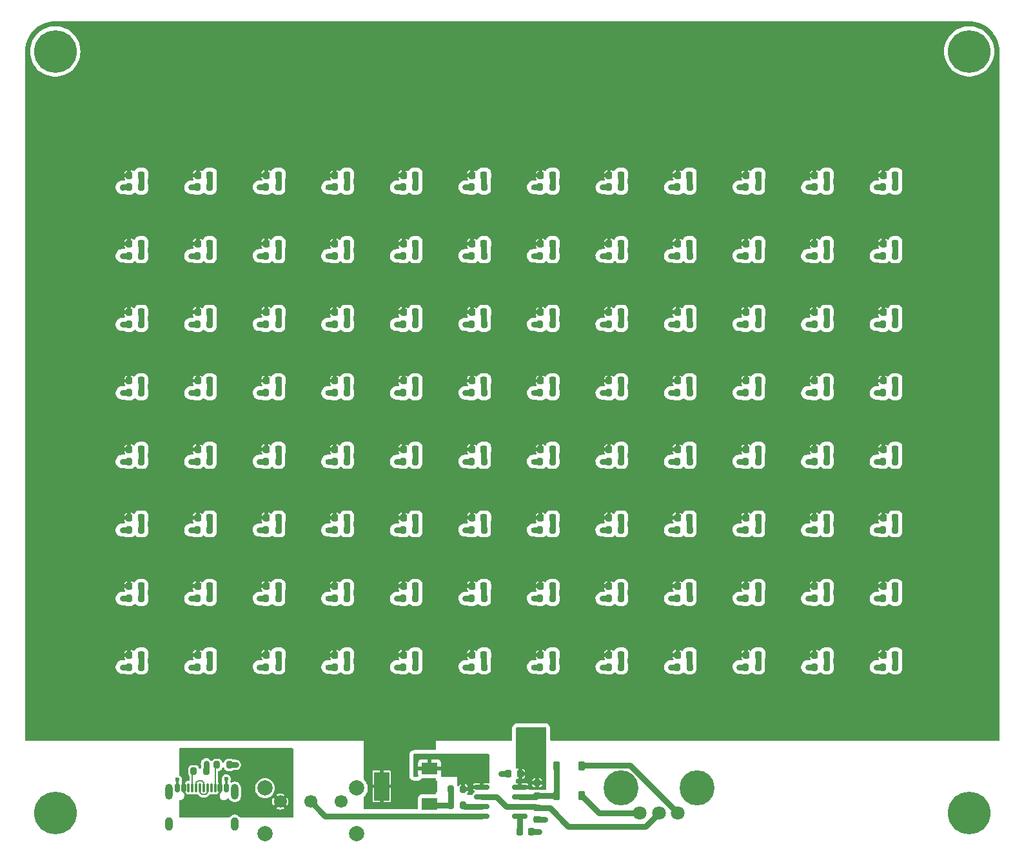
<source format=gbr>
%TF.GenerationSoftware,KiCad,Pcbnew,7.0.10*%
%TF.CreationDate,2024-06-08T12:57:56-05:00*%
%TF.ProjectId,viewer_rev2,76696577-6572-45f7-9265-76322e6b6963,rev?*%
%TF.SameCoordinates,PX62b48e0PY1ba8140*%
%TF.FileFunction,Copper,L1,Top*%
%TF.FilePolarity,Positive*%
%FSLAX46Y46*%
G04 Gerber Fmt 4.6, Leading zero omitted, Abs format (unit mm)*
G04 Created by KiCad (PCBNEW 7.0.10) date 2024-06-08 12:57:56*
%MOMM*%
%LPD*%
G01*
G04 APERTURE LIST*
G04 Aperture macros list*
%AMRoundRect*
0 Rectangle with rounded corners*
0 $1 Rounding radius*
0 $2 $3 $4 $5 $6 $7 $8 $9 X,Y pos of 4 corners*
0 Add a 4 corners polygon primitive as box body*
4,1,4,$2,$3,$4,$5,$6,$7,$8,$9,$2,$3,0*
0 Add four circle primitives for the rounded corners*
1,1,$1+$1,$2,$3*
1,1,$1+$1,$4,$5*
1,1,$1+$1,$6,$7*
1,1,$1+$1,$8,$9*
0 Add four rect primitives between the rounded corners*
20,1,$1+$1,$2,$3,$4,$5,0*
20,1,$1+$1,$4,$5,$6,$7,0*
20,1,$1+$1,$6,$7,$8,$9,0*
20,1,$1+$1,$8,$9,$2,$3,0*%
G04 Aperture macros list end*
%TA.AperFunction,SMDPad,CuDef*%
%ADD10RoundRect,0.200000X-0.200000X-0.275000X0.200000X-0.275000X0.200000X0.275000X-0.200000X0.275000X0*%
%TD*%
%TA.AperFunction,SMDPad,CuDef*%
%ADD11RoundRect,0.218750X-0.218750X-0.256250X0.218750X-0.256250X0.218750X0.256250X-0.218750X0.256250X0*%
%TD*%
%TA.AperFunction,SMDPad,CuDef*%
%ADD12RoundRect,0.200000X-0.275000X0.200000X-0.275000X-0.200000X0.275000X-0.200000X0.275000X0.200000X0*%
%TD*%
%TA.AperFunction,SMDPad,CuDef*%
%ADD13RoundRect,0.225000X-0.225000X-0.250000X0.225000X-0.250000X0.225000X0.250000X-0.225000X0.250000X0*%
%TD*%
%TA.AperFunction,SMDPad,CuDef*%
%ADD14RoundRect,0.225000X0.225000X0.250000X-0.225000X0.250000X-0.225000X-0.250000X0.225000X-0.250000X0*%
%TD*%
%TA.AperFunction,SMDPad,CuDef*%
%ADD15RoundRect,0.225000X-0.225000X-0.375000X0.225000X-0.375000X0.225000X0.375000X-0.225000X0.375000X0*%
%TD*%
%TA.AperFunction,SMDPad,CuDef*%
%ADD16R,2.000000X1.500000*%
%TD*%
%TA.AperFunction,SMDPad,CuDef*%
%ADD17R,2.000000X3.800000*%
%TD*%
%TA.AperFunction,ComponentPad*%
%ADD18C,5.600000*%
%TD*%
%TA.AperFunction,ComponentPad*%
%ADD19C,2.000000*%
%TD*%
%TA.AperFunction,ComponentPad*%
%ADD20C,1.700000*%
%TD*%
%TA.AperFunction,SMDPad,CuDef*%
%ADD21RoundRect,0.200000X0.200000X0.275000X-0.200000X0.275000X-0.200000X-0.275000X0.200000X-0.275000X0*%
%TD*%
%TA.AperFunction,SMDPad,CuDef*%
%ADD22RoundRect,0.225000X0.225000X0.375000X-0.225000X0.375000X-0.225000X-0.375000X0.225000X-0.375000X0*%
%TD*%
%TA.AperFunction,ComponentPad*%
%ADD23C,4.600000*%
%TD*%
%TA.AperFunction,ComponentPad*%
%ADD24C,1.800000*%
%TD*%
%TA.AperFunction,SMDPad,CuDef*%
%ADD25RoundRect,0.150000X-0.150000X-0.425000X0.150000X-0.425000X0.150000X0.425000X-0.150000X0.425000X0*%
%TD*%
%TA.AperFunction,SMDPad,CuDef*%
%ADD26RoundRect,0.075000X-0.075000X-0.500000X0.075000X-0.500000X0.075000X0.500000X-0.075000X0.500000X0*%
%TD*%
%TA.AperFunction,ComponentPad*%
%ADD27O,1.000000X2.100000*%
%TD*%
%TA.AperFunction,ComponentPad*%
%ADD28O,1.000000X1.800000*%
%TD*%
%TA.AperFunction,SMDPad,CuDef*%
%ADD29RoundRect,0.150000X-0.825000X-0.150000X0.825000X-0.150000X0.825000X0.150000X-0.825000X0.150000X0*%
%TD*%
%TA.AperFunction,SMDPad,CuDef*%
%ADD30RoundRect,0.225000X-0.250000X0.225000X-0.250000X-0.225000X0.250000X-0.225000X0.250000X0.225000X0*%
%TD*%
%TA.AperFunction,ViaPad*%
%ADD31C,0.600000*%
%TD*%
%TA.AperFunction,Conductor*%
%ADD32C,0.750000*%
%TD*%
%TA.AperFunction,Conductor*%
%ADD33C,0.375000*%
%TD*%
%TA.AperFunction,Conductor*%
%ADD34C,0.150000*%
%TD*%
%TA.AperFunction,Conductor*%
%ADD35C,0.250000*%
%TD*%
G04 APERTURE END LIST*
D10*
%TO.P,R18,1*%
%TO.N,VCC*%
X13650000Y-30840000D03*
%TO.P,R18,2*%
%TO.N,Net-(D15-A)*%
X15300000Y-30840000D03*
%TD*%
D11*
%TO.P,D43,1,K*%
%TO.N,NMOS_DRAIN*%
X49712500Y-47240000D03*
%TO.P,D43,2,A*%
%TO.N,Net-(D43-A)*%
X51287500Y-47240000D03*
%TD*%
D12*
%TO.P,R3,1*%
%TO.N,VCC*%
X67250000Y-100040000D03*
%TO.P,R3,2*%
%TO.N,Net-(D1-A)*%
X67250000Y-101690000D03*
%TD*%
D11*
%TO.P,D77,1,K*%
%TO.N,NMOS_DRAIN*%
X31712500Y-74240000D03*
%TO.P,D77,2,A*%
%TO.N,Net-(D77-A)*%
X33287500Y-74240000D03*
%TD*%
%TO.P,D76,1,K*%
%TO.N,NMOS_DRAIN*%
X22712500Y-74240000D03*
%TO.P,D76,2,A*%
%TO.N,Net-(D76-A)*%
X24287500Y-74240000D03*
%TD*%
D10*
%TO.P,R26,1*%
%TO.N,VCC*%
X85650000Y-30840000D03*
%TO.P,R26,2*%
%TO.N,Net-(D23-A)*%
X87300000Y-30840000D03*
%TD*%
%TO.P,R59,1*%
%TO.N,VCC*%
X58650000Y-57840000D03*
%TO.P,R59,2*%
%TO.N,Net-(D56-A)*%
X60300000Y-57840000D03*
%TD*%
%TO.P,R6,1*%
%TO.N,VCC*%
X13650000Y-21840000D03*
%TO.P,R6,2*%
%TO.N,Net-(D3-A)*%
X15300000Y-21840000D03*
%TD*%
D11*
%TO.P,D61,1,K*%
%TO.N,NMOS_DRAIN*%
X103712500Y-56240000D03*
%TO.P,D61,2,A*%
%TO.N,Net-(D61-A)*%
X105287500Y-56240000D03*
%TD*%
D10*
%TO.P,R90,1*%
%TO.N,VCC*%
X13650000Y-84840000D03*
%TO.P,R90,2*%
%TO.N,Net-(D87-A)*%
X15300000Y-84840000D03*
%TD*%
%TO.P,R70,1*%
%TO.N,VCC*%
X49650000Y-66840000D03*
%TO.P,R70,2*%
%TO.N,Net-(D67-A)*%
X51300000Y-66840000D03*
%TD*%
D11*
%TO.P,D23,1,K*%
%TO.N,NMOS_DRAIN*%
X85712500Y-29240000D03*
%TO.P,D23,2,A*%
%TO.N,Net-(D23-A)*%
X87287500Y-29240000D03*
%TD*%
D10*
%TO.P,R63,1*%
%TO.N,VCC*%
X94650000Y-57840000D03*
%TO.P,R63,2*%
%TO.N,Net-(D60-A)*%
X96300000Y-57840000D03*
%TD*%
D13*
%TO.P,C2,1*%
%TO.N,Net-(U1-CV)*%
X64975000Y-106500000D03*
%TO.P,C2,2*%
%TO.N,GND*%
X66525000Y-106500000D03*
%TD*%
D10*
%TO.P,R5,1*%
%TO.N,Net-(Q1-G)*%
X55925000Y-100900000D03*
%TO.P,R5,2*%
%TO.N,GND*%
X57575000Y-100900000D03*
%TD*%
%TO.P,R11,1*%
%TO.N,VCC*%
X58650000Y-21840000D03*
%TO.P,R11,2*%
%TO.N,Net-(D8-A)*%
X60300000Y-21840000D03*
%TD*%
D11*
%TO.P,D70,1,K*%
%TO.N,NMOS_DRAIN*%
X76712500Y-65240000D03*
%TO.P,D70,2,A*%
%TO.N,Net-(D70-A)*%
X78287500Y-65240000D03*
%TD*%
D10*
%TO.P,R79,1*%
%TO.N,VCC*%
X22650000Y-75840000D03*
%TO.P,R79,2*%
%TO.N,Net-(D76-A)*%
X24300000Y-75840000D03*
%TD*%
%TO.P,R80,1*%
%TO.N,VCC*%
X31650000Y-75840000D03*
%TO.P,R80,2*%
%TO.N,Net-(D77-A)*%
X33300000Y-75840000D03*
%TD*%
%TO.P,R33,1*%
%TO.N,VCC*%
X40650000Y-39840000D03*
%TO.P,R33,2*%
%TO.N,Net-(D30-A)*%
X42300000Y-39840000D03*
%TD*%
D11*
%TO.P,D17,1,K*%
%TO.N,NMOS_DRAIN*%
X31712500Y-29240000D03*
%TO.P,D17,2,A*%
%TO.N,Net-(D17-A)*%
X33287500Y-29240000D03*
%TD*%
%TO.P,D81,1,K*%
%TO.N,NMOS_DRAIN*%
X67712500Y-74240000D03*
%TO.P,D81,2,A*%
%TO.N,Net-(D81-A)*%
X69287500Y-74240000D03*
%TD*%
%TO.P,D6,1,K*%
%TO.N,NMOS_DRAIN*%
X40712500Y-20240000D03*
%TO.P,D6,2,A*%
%TO.N,Net-(D6-A)*%
X42287500Y-20240000D03*
%TD*%
D14*
%TO.P,C1,1*%
%TO.N,VCC*%
X65050000Y-98865000D03*
%TO.P,C1,2*%
%TO.N,GND*%
X63500000Y-98865000D03*
%TD*%
D15*
%TO.P,D2,1,K*%
%TO.N,Net-(D1-A)*%
X69850000Y-101750000D03*
%TO.P,D2,2,A*%
%TO.N,Net-(D2-A)*%
X73150000Y-101750000D03*
%TD*%
D11*
%TO.P,D68,1,K*%
%TO.N,NMOS_DRAIN*%
X58712500Y-65240000D03*
%TO.P,D68,2,A*%
%TO.N,Net-(D68-A)*%
X60287500Y-65240000D03*
%TD*%
D10*
%TO.P,R19,1*%
%TO.N,VCC*%
X22650000Y-30840000D03*
%TO.P,R19,2*%
%TO.N,Net-(D16-A)*%
X24300000Y-30840000D03*
%TD*%
D11*
%TO.P,D53,1,K*%
%TO.N,NMOS_DRAIN*%
X31712500Y-56240000D03*
%TO.P,D53,2,A*%
%TO.N,Net-(D53-A)*%
X33287500Y-56240000D03*
%TD*%
D10*
%TO.P,R34,1*%
%TO.N,VCC*%
X49650000Y-39840000D03*
%TO.P,R34,2*%
%TO.N,Net-(D31-A)*%
X51300000Y-39840000D03*
%TD*%
%TO.P,R42,1*%
%TO.N,VCC*%
X13650000Y-48840000D03*
%TO.P,R42,2*%
%TO.N,Net-(D39-A)*%
X15300000Y-48840000D03*
%TD*%
%TO.P,R1,1*%
%TO.N,Net-(J2-CC1)*%
X22175000Y-98500000D03*
%TO.P,R1,2*%
%TO.N,GND*%
X23825000Y-98500000D03*
%TD*%
D16*
%TO.P,Q1,1,G*%
%TO.N,Net-(Q1-G)*%
X53150000Y-102800000D03*
%TO.P,Q1,2,D*%
%TO.N,NMOS_DRAIN*%
X53150000Y-100500000D03*
D17*
X46850000Y-100500000D03*
D16*
%TO.P,Q1,3,S*%
%TO.N,GND*%
X53150000Y-98200000D03*
%TD*%
D10*
%TO.P,R44,1*%
%TO.N,VCC*%
X31650000Y-48840000D03*
%TO.P,R44,2*%
%TO.N,Net-(D41-A)*%
X33300000Y-48840000D03*
%TD*%
D11*
%TO.P,D27,1,K*%
%TO.N,NMOS_DRAIN*%
X13712500Y-38240000D03*
%TO.P,D27,2,A*%
%TO.N,Net-(D27-A)*%
X15287500Y-38240000D03*
%TD*%
D10*
%TO.P,R52,1*%
%TO.N,VCC*%
X103650000Y-48840000D03*
%TO.P,R52,2*%
%TO.N,Net-(D49-A)*%
X105300000Y-48840000D03*
%TD*%
%TO.P,R32,1*%
%TO.N,VCC*%
X31650000Y-39840000D03*
%TO.P,R32,2*%
%TO.N,Net-(D29-A)*%
X33300000Y-39840000D03*
%TD*%
%TO.P,R50,1*%
%TO.N,VCC*%
X85650000Y-48840000D03*
%TO.P,R50,2*%
%TO.N,Net-(D47-A)*%
X87300000Y-48840000D03*
%TD*%
D11*
%TO.P,D64,1,K*%
%TO.N,NMOS_DRAIN*%
X22712500Y-65240000D03*
%TO.P,D64,2,A*%
%TO.N,Net-(D64-A)*%
X24287500Y-65240000D03*
%TD*%
%TO.P,D78,1,K*%
%TO.N,NMOS_DRAIN*%
X40712500Y-74240000D03*
%TO.P,D78,2,A*%
%TO.N,Net-(D78-A)*%
X42287500Y-74240000D03*
%TD*%
%TO.P,D34,1,K*%
%TO.N,NMOS_DRAIN*%
X76712500Y-38240000D03*
%TO.P,D34,2,A*%
%TO.N,Net-(D34-A)*%
X78287500Y-38240000D03*
%TD*%
D10*
%TO.P,R47,1*%
%TO.N,VCC*%
X58650000Y-48840000D03*
%TO.P,R47,2*%
%TO.N,Net-(D44-A)*%
X60300000Y-48840000D03*
%TD*%
D11*
%TO.P,D9,1,K*%
%TO.N,NMOS_DRAIN*%
X67712500Y-20240000D03*
%TO.P,D9,2,A*%
%TO.N,Net-(D9-A)*%
X69287500Y-20240000D03*
%TD*%
D10*
%TO.P,R30,1*%
%TO.N,VCC*%
X13650000Y-39840000D03*
%TO.P,R30,2*%
%TO.N,Net-(D27-A)*%
X15300000Y-39840000D03*
%TD*%
D11*
%TO.P,D75,1,K*%
%TO.N,NMOS_DRAIN*%
X13712500Y-74240000D03*
%TO.P,D75,2,A*%
%TO.N,Net-(D75-A)*%
X15287500Y-74240000D03*
%TD*%
%TO.P,D69,1,K*%
%TO.N,NMOS_DRAIN*%
X67712500Y-65240000D03*
%TO.P,D69,2,A*%
%TO.N,Net-(D69-A)*%
X69287500Y-65240000D03*
%TD*%
D18*
%TO.P,H1,1*%
%TO.N,N/C*%
X4000000Y-4000000D03*
%TD*%
D10*
%TO.P,R40,1*%
%TO.N,VCC*%
X103650000Y-39840000D03*
%TO.P,R40,2*%
%TO.N,Net-(D37-A)*%
X105300000Y-39840000D03*
%TD*%
%TO.P,R94,1*%
%TO.N,VCC*%
X49650000Y-84840000D03*
%TO.P,R94,2*%
%TO.N,Net-(D91-A)*%
X51300000Y-84840000D03*
%TD*%
%TO.P,R97,1*%
%TO.N,VCC*%
X76650000Y-84840000D03*
%TO.P,R97,2*%
%TO.N,Net-(D94-A)*%
X78300000Y-84840000D03*
%TD*%
%TO.P,R38,1*%
%TO.N,VCC*%
X85650000Y-39840000D03*
%TO.P,R38,2*%
%TO.N,Net-(D35-A)*%
X87300000Y-39840000D03*
%TD*%
D11*
%TO.P,D67,1,K*%
%TO.N,NMOS_DRAIN*%
X49712500Y-65240000D03*
%TO.P,D67,2,A*%
%TO.N,Net-(D67-A)*%
X51287500Y-65240000D03*
%TD*%
D10*
%TO.P,R16,1*%
%TO.N,VCC*%
X103650000Y-21840000D03*
%TO.P,R16,2*%
%TO.N,Net-(D13-A)*%
X105300000Y-21840000D03*
%TD*%
%TO.P,R89,1*%
%TO.N,VCC*%
X112650000Y-75840000D03*
%TO.P,R89,2*%
%TO.N,Net-(D86-A)*%
X114300000Y-75840000D03*
%TD*%
D11*
%TO.P,D31,1,K*%
%TO.N,NMOS_DRAIN*%
X49712500Y-38240000D03*
%TO.P,D31,2,A*%
%TO.N,Net-(D31-A)*%
X51287500Y-38240000D03*
%TD*%
%TO.P,D28,1,K*%
%TO.N,NMOS_DRAIN*%
X22712500Y-38240000D03*
%TO.P,D28,2,A*%
%TO.N,Net-(D28-A)*%
X24287500Y-38240000D03*
%TD*%
D10*
%TO.P,R61,1*%
%TO.N,VCC*%
X76650000Y-57840000D03*
%TO.P,R61,2*%
%TO.N,Net-(D58-A)*%
X78300000Y-57840000D03*
%TD*%
%TO.P,R66,1*%
%TO.N,VCC*%
X13650000Y-66840000D03*
%TO.P,R66,2*%
%TO.N,Net-(D63-A)*%
X15300000Y-66840000D03*
%TD*%
D19*
%TO.P,SW1,*%
%TO.N,*%
X31542500Y-100750000D03*
X31542500Y-106750000D03*
X43542500Y-100750000D03*
X43542500Y-106750000D03*
D20*
%TO.P,SW1,1,A*%
%TO.N,Net-(SW1-A)*%
X33542500Y-102500000D03*
%TO.P,SW1,2,B*%
%TO.N,VCC*%
X37542500Y-102500000D03*
%TO.P,SW1,3,C*%
%TO.N,unconnected-(SW1-C-Pad3)*%
X41542500Y-102500000D03*
%TD*%
D11*
%TO.P,D82,1,K*%
%TO.N,NMOS_DRAIN*%
X76712500Y-74240000D03*
%TO.P,D82,2,A*%
%TO.N,Net-(D82-A)*%
X78287500Y-74240000D03*
%TD*%
%TO.P,D54,1,K*%
%TO.N,NMOS_DRAIN*%
X40712500Y-56240000D03*
%TO.P,D54,2,A*%
%TO.N,Net-(D54-A)*%
X42287500Y-56240000D03*
%TD*%
%TO.P,D44,1,K*%
%TO.N,NMOS_DRAIN*%
X58712500Y-47240000D03*
%TO.P,D44,2,A*%
%TO.N,Net-(D44-A)*%
X60287500Y-47240000D03*
%TD*%
D18*
%TO.P,H2,1*%
%TO.N,N/C*%
X124000000Y-4000000D03*
%TD*%
D11*
%TO.P,D66,1,K*%
%TO.N,NMOS_DRAIN*%
X40712500Y-65240000D03*
%TO.P,D66,2,A*%
%TO.N,Net-(D66-A)*%
X42287500Y-65240000D03*
%TD*%
D21*
%TO.P,R4,1*%
%TO.N,Net-(U1-Q)*%
X57575000Y-103000000D03*
%TO.P,R4,2*%
%TO.N,Net-(Q1-G)*%
X55925000Y-103000000D03*
%TD*%
D10*
%TO.P,R81,1*%
%TO.N,VCC*%
X40650000Y-75840000D03*
%TO.P,R81,2*%
%TO.N,Net-(D78-A)*%
X42300000Y-75840000D03*
%TD*%
%TO.P,R14,1*%
%TO.N,VCC*%
X85650000Y-21840000D03*
%TO.P,R14,2*%
%TO.N,Net-(D11-A)*%
X87300000Y-21840000D03*
%TD*%
D11*
%TO.P,D4,1,K*%
%TO.N,NMOS_DRAIN*%
X22712500Y-20240000D03*
%TO.P,D4,2,A*%
%TO.N,Net-(D4-A)*%
X24287500Y-20240000D03*
%TD*%
D10*
%TO.P,R93,1*%
%TO.N,VCC*%
X40650000Y-84840000D03*
%TO.P,R93,2*%
%TO.N,Net-(D90-A)*%
X42300000Y-84840000D03*
%TD*%
%TO.P,R78,1*%
%TO.N,VCC*%
X13650000Y-75840000D03*
%TO.P,R78,2*%
%TO.N,Net-(D75-A)*%
X15300000Y-75840000D03*
%TD*%
D11*
%TO.P,D98,1,K*%
%TO.N,NMOS_DRAIN*%
X112712500Y-83240000D03*
%TO.P,D98,2,A*%
%TO.N,Net-(D98-A)*%
X114287500Y-83240000D03*
%TD*%
%TO.P,D24,1,K*%
%TO.N,NMOS_DRAIN*%
X94712500Y-29240000D03*
%TO.P,D24,2,A*%
%TO.N,Net-(D24-A)*%
X96287500Y-29240000D03*
%TD*%
D22*
%TO.P,D1,1,K*%
%TO.N,Net-(D1-K)*%
X73150000Y-97800000D03*
%TO.P,D1,2,A*%
%TO.N,Net-(D1-A)*%
X69850000Y-97800000D03*
%TD*%
D10*
%TO.P,R100,1*%
%TO.N,VCC*%
X103650000Y-84840000D03*
%TO.P,R100,2*%
%TO.N,Net-(D97-A)*%
X105300000Y-84840000D03*
%TD*%
D11*
%TO.P,D85,1,K*%
%TO.N,NMOS_DRAIN*%
X103712500Y-74240000D03*
%TO.P,D85,2,A*%
%TO.N,Net-(D85-A)*%
X105287500Y-74240000D03*
%TD*%
%TO.P,D20,1,K*%
%TO.N,NMOS_DRAIN*%
X58712500Y-29240000D03*
%TO.P,D20,2,A*%
%TO.N,Net-(D20-A)*%
X60287500Y-29240000D03*
%TD*%
%TO.P,D22,1,K*%
%TO.N,NMOS_DRAIN*%
X76712500Y-29240000D03*
%TO.P,D22,2,A*%
%TO.N,Net-(D22-A)*%
X78287500Y-29240000D03*
%TD*%
D10*
%TO.P,R95,1*%
%TO.N,VCC*%
X58650000Y-84840000D03*
%TO.P,R95,2*%
%TO.N,Net-(D92-A)*%
X60300000Y-84840000D03*
%TD*%
D11*
%TO.P,D47,1,K*%
%TO.N,NMOS_DRAIN*%
X85712500Y-47240000D03*
%TO.P,D47,2,A*%
%TO.N,Net-(D47-A)*%
X87287500Y-47240000D03*
%TD*%
D10*
%TO.P,R27,1*%
%TO.N,VCC*%
X94650000Y-30840000D03*
%TO.P,R27,2*%
%TO.N,Net-(D24-A)*%
X96300000Y-30840000D03*
%TD*%
%TO.P,R67,1*%
%TO.N,VCC*%
X22650000Y-66840000D03*
%TO.P,R67,2*%
%TO.N,Net-(D64-A)*%
X24300000Y-66840000D03*
%TD*%
D11*
%TO.P,D62,1,K*%
%TO.N,NMOS_DRAIN*%
X112712500Y-56240000D03*
%TO.P,D62,2,A*%
%TO.N,Net-(D62-A)*%
X114287500Y-56240000D03*
%TD*%
%TO.P,D79,1,K*%
%TO.N,NMOS_DRAIN*%
X49712500Y-74240000D03*
%TO.P,D79,2,A*%
%TO.N,Net-(D79-A)*%
X51287500Y-74240000D03*
%TD*%
D10*
%TO.P,R71,1*%
%TO.N,VCC*%
X58650000Y-66840000D03*
%TO.P,R71,2*%
%TO.N,Net-(D68-A)*%
X60300000Y-66840000D03*
%TD*%
%TO.P,R60,1*%
%TO.N,VCC*%
X67650000Y-57840000D03*
%TO.P,R60,2*%
%TO.N,Net-(D57-A)*%
X69300000Y-57840000D03*
%TD*%
%TO.P,R77,1*%
%TO.N,VCC*%
X112650000Y-66840000D03*
%TO.P,R77,2*%
%TO.N,Net-(D74-A)*%
X114300000Y-66840000D03*
%TD*%
D11*
%TO.P,D49,1,K*%
%TO.N,NMOS_DRAIN*%
X103712500Y-47240000D03*
%TO.P,D49,2,A*%
%TO.N,Net-(D49-A)*%
X105287500Y-47240000D03*
%TD*%
%TO.P,D3,1,K*%
%TO.N,NMOS_DRAIN*%
X13712500Y-20240000D03*
%TO.P,D3,2,A*%
%TO.N,Net-(D3-A)*%
X15287500Y-20240000D03*
%TD*%
D23*
%TO.P,RV1,*%
%TO.N,*%
X88250000Y-100700000D03*
X78250000Y-100700000D03*
D24*
%TO.P,RV1,1,1*%
%TO.N,Net-(D2-A)*%
X80750000Y-104000000D03*
%TO.P,RV1,2,2*%
%TO.N,Net-(U1-THR)*%
X83250000Y-104000000D03*
%TO.P,RV1,3,3*%
%TO.N,Net-(D1-K)*%
X85750000Y-104000000D03*
%TD*%
D10*
%TO.P,R29,1*%
%TO.N,VCC*%
X112650000Y-30840000D03*
%TO.P,R29,2*%
%TO.N,Net-(D26-A)*%
X114300000Y-30840000D03*
%TD*%
D11*
%TO.P,D90,1,K*%
%TO.N,NMOS_DRAIN*%
X40712500Y-83240000D03*
%TO.P,D90,2,A*%
%TO.N,Net-(D90-A)*%
X42287500Y-83240000D03*
%TD*%
D10*
%TO.P,R58,1*%
%TO.N,VCC*%
X49650000Y-57840000D03*
%TO.P,R58,2*%
%TO.N,Net-(D55-A)*%
X51300000Y-57840000D03*
%TD*%
D11*
%TO.P,D57,1,K*%
%TO.N,NMOS_DRAIN*%
X67712500Y-56240000D03*
%TO.P,D57,2,A*%
%TO.N,Net-(D57-A)*%
X69287500Y-56240000D03*
%TD*%
D10*
%TO.P,R12,1*%
%TO.N,VCC*%
X67650000Y-21840000D03*
%TO.P,R12,2*%
%TO.N,Net-(D9-A)*%
X69300000Y-21840000D03*
%TD*%
%TO.P,R46,1*%
%TO.N,VCC*%
X49650000Y-48840000D03*
%TO.P,R46,2*%
%TO.N,Net-(D43-A)*%
X51300000Y-48840000D03*
%TD*%
%TO.P,R2,1*%
%TO.N,Net-(J2-CC2)*%
X25225000Y-97700000D03*
%TO.P,R2,2*%
%TO.N,GND*%
X26875000Y-97700000D03*
%TD*%
%TO.P,R55,1*%
%TO.N,VCC*%
X22650000Y-57840000D03*
%TO.P,R55,2*%
%TO.N,Net-(D52-A)*%
X24300000Y-57840000D03*
%TD*%
%TO.P,R65,1*%
%TO.N,VCC*%
X112650000Y-57840000D03*
%TO.P,R65,2*%
%TO.N,Net-(D62-A)*%
X114300000Y-57840000D03*
%TD*%
D11*
%TO.P,D72,1,K*%
%TO.N,NMOS_DRAIN*%
X94712500Y-65240000D03*
%TO.P,D72,2,A*%
%TO.N,Net-(D72-A)*%
X96287500Y-65240000D03*
%TD*%
%TO.P,D58,1,K*%
%TO.N,NMOS_DRAIN*%
X76712500Y-56240000D03*
%TO.P,D58,2,A*%
%TO.N,Net-(D58-A)*%
X78287500Y-56240000D03*
%TD*%
%TO.P,D80,1,K*%
%TO.N,NMOS_DRAIN*%
X58712500Y-74240000D03*
%TO.P,D80,2,A*%
%TO.N,Net-(D80-A)*%
X60287500Y-74240000D03*
%TD*%
D10*
%TO.P,R72,1*%
%TO.N,VCC*%
X67650000Y-66840000D03*
%TO.P,R72,2*%
%TO.N,Net-(D69-A)*%
X69300000Y-66840000D03*
%TD*%
D11*
%TO.P,D26,1,K*%
%TO.N,NMOS_DRAIN*%
X112712500Y-29240000D03*
%TO.P,D26,2,A*%
%TO.N,Net-(D26-A)*%
X114287500Y-29240000D03*
%TD*%
D10*
%TO.P,R53,1*%
%TO.N,VCC*%
X112650000Y-48840000D03*
%TO.P,R53,2*%
%TO.N,Net-(D50-A)*%
X114300000Y-48840000D03*
%TD*%
D11*
%TO.P,D89,1,K*%
%TO.N,NMOS_DRAIN*%
X31712500Y-83240000D03*
%TO.P,D89,2,A*%
%TO.N,Net-(D89-A)*%
X33287500Y-83240000D03*
%TD*%
D10*
%TO.P,R51,1*%
%TO.N,VCC*%
X94650000Y-48840000D03*
%TO.P,R51,2*%
%TO.N,Net-(D48-A)*%
X96300000Y-48840000D03*
%TD*%
D11*
%TO.P,D52,1,K*%
%TO.N,NMOS_DRAIN*%
X22712500Y-56240000D03*
%TO.P,D52,2,A*%
%TO.N,Net-(D52-A)*%
X24287500Y-56240000D03*
%TD*%
D10*
%TO.P,R85,1*%
%TO.N,VCC*%
X76650000Y-75840000D03*
%TO.P,R85,2*%
%TO.N,Net-(D82-A)*%
X78300000Y-75840000D03*
%TD*%
%TO.P,R43,1*%
%TO.N,VCC*%
X22650000Y-48840000D03*
%TO.P,R43,2*%
%TO.N,Net-(D40-A)*%
X24300000Y-48840000D03*
%TD*%
%TO.P,R62,1*%
%TO.N,VCC*%
X85650000Y-57840000D03*
%TO.P,R62,2*%
%TO.N,Net-(D59-A)*%
X87300000Y-57840000D03*
%TD*%
D11*
%TO.P,D30,1,K*%
%TO.N,NMOS_DRAIN*%
X40712500Y-38240000D03*
%TO.P,D30,2,A*%
%TO.N,Net-(D30-A)*%
X42287500Y-38240000D03*
%TD*%
D10*
%TO.P,R48,1*%
%TO.N,VCC*%
X67650000Y-48840000D03*
%TO.P,R48,2*%
%TO.N,Net-(D45-A)*%
X69300000Y-48840000D03*
%TD*%
%TO.P,R84,1*%
%TO.N,VCC*%
X67650000Y-75840000D03*
%TO.P,R84,2*%
%TO.N,Net-(D81-A)*%
X69300000Y-75840000D03*
%TD*%
%TO.P,R9,1*%
%TO.N,VCC*%
X40650000Y-21840000D03*
%TO.P,R9,2*%
%TO.N,Net-(D6-A)*%
X42300000Y-21840000D03*
%TD*%
D11*
%TO.P,D73,1,K*%
%TO.N,NMOS_DRAIN*%
X103712500Y-65240000D03*
%TO.P,D73,2,A*%
%TO.N,Net-(D73-A)*%
X105287500Y-65240000D03*
%TD*%
D10*
%TO.P,R8,1*%
%TO.N,VCC*%
X31650000Y-21840000D03*
%TO.P,R8,2*%
%TO.N,Net-(D5-A)*%
X33300000Y-21840000D03*
%TD*%
D11*
%TO.P,D32,1,K*%
%TO.N,NMOS_DRAIN*%
X58712500Y-38240000D03*
%TO.P,D32,2,A*%
%TO.N,Net-(D32-A)*%
X60287500Y-38240000D03*
%TD*%
D10*
%TO.P,R64,1*%
%TO.N,VCC*%
X103650000Y-57840000D03*
%TO.P,R64,2*%
%TO.N,Net-(D61-A)*%
X105300000Y-57840000D03*
%TD*%
D11*
%TO.P,D95,1,K*%
%TO.N,NMOS_DRAIN*%
X85712500Y-83240000D03*
%TO.P,D95,2,A*%
%TO.N,Net-(D95-A)*%
X87287500Y-83240000D03*
%TD*%
%TO.P,D19,1,K*%
%TO.N,NMOS_DRAIN*%
X49712500Y-29240000D03*
%TO.P,D19,2,A*%
%TO.N,Net-(D19-A)*%
X51287500Y-29240000D03*
%TD*%
%TO.P,D55,1,K*%
%TO.N,NMOS_DRAIN*%
X49712500Y-56240000D03*
%TO.P,D55,2,A*%
%TO.N,Net-(D55-A)*%
X51287500Y-56240000D03*
%TD*%
%TO.P,D8,1,K*%
%TO.N,NMOS_DRAIN*%
X58712500Y-20240000D03*
%TO.P,D8,2,A*%
%TO.N,Net-(D8-A)*%
X60287500Y-20240000D03*
%TD*%
D10*
%TO.P,R13,1*%
%TO.N,VCC*%
X76650000Y-21840000D03*
%TO.P,R13,2*%
%TO.N,Net-(D10-A)*%
X78300000Y-21840000D03*
%TD*%
D18*
%TO.P,H4,1*%
%TO.N,N/C*%
X124000000Y-104000000D03*
%TD*%
D11*
%TO.P,D83,1,K*%
%TO.N,NMOS_DRAIN*%
X85712500Y-74240000D03*
%TO.P,D83,2,A*%
%TO.N,Net-(D83-A)*%
X87287500Y-74240000D03*
%TD*%
D10*
%TO.P,R74,1*%
%TO.N,VCC*%
X85650000Y-66840000D03*
%TO.P,R74,2*%
%TO.N,Net-(D71-A)*%
X87300000Y-66840000D03*
%TD*%
%TO.P,R35,1*%
%TO.N,VCC*%
X58650000Y-39840000D03*
%TO.P,R35,2*%
%TO.N,Net-(D32-A)*%
X60300000Y-39840000D03*
%TD*%
D11*
%TO.P,D11,1,K*%
%TO.N,NMOS_DRAIN*%
X85712500Y-20240000D03*
%TO.P,D11,2,A*%
%TO.N,Net-(D11-A)*%
X87287500Y-20240000D03*
%TD*%
D10*
%TO.P,R99,1*%
%TO.N,VCC*%
X94650000Y-84840000D03*
%TO.P,R99,2*%
%TO.N,Net-(D96-A)*%
X96300000Y-84840000D03*
%TD*%
D11*
%TO.P,D15,1,K*%
%TO.N,NMOS_DRAIN*%
X13712500Y-29240000D03*
%TO.P,D15,2,A*%
%TO.N,Net-(D15-A)*%
X15287500Y-29240000D03*
%TD*%
%TO.P,D29,1,K*%
%TO.N,NMOS_DRAIN*%
X31712500Y-38240000D03*
%TO.P,D29,2,A*%
%TO.N,Net-(D29-A)*%
X33287500Y-38240000D03*
%TD*%
%TO.P,D74,1,K*%
%TO.N,NMOS_DRAIN*%
X112712500Y-65240000D03*
%TO.P,D74,2,A*%
%TO.N,Net-(D74-A)*%
X114287500Y-65240000D03*
%TD*%
%TO.P,D51,1,K*%
%TO.N,NMOS_DRAIN*%
X13712500Y-56240000D03*
%TO.P,D51,2,A*%
%TO.N,Net-(D51-A)*%
X15287500Y-56240000D03*
%TD*%
%TO.P,D38,1,K*%
%TO.N,NMOS_DRAIN*%
X112712500Y-38240000D03*
%TO.P,D38,2,A*%
%TO.N,Net-(D38-A)*%
X114287500Y-38240000D03*
%TD*%
D25*
%TO.P,J2,A1,GND*%
%TO.N,GND*%
X20050000Y-100670000D03*
%TO.P,J2,A4,VBUS*%
%TO.N,Net-(SW1-A)*%
X20850000Y-100670000D03*
D26*
%TO.P,J2,A5,CC1*%
%TO.N,Net-(J2-CC1)*%
X22000000Y-100670000D03*
%TO.P,J2,A6,D+*%
%TO.N,Net-(J2-D+-PadA6)*%
X23000000Y-100670000D03*
%TO.P,J2,A7,D-*%
%TO.N,Net-(J2-D--PadA7)*%
X23500000Y-100670000D03*
%TO.P,J2,A8,SBU1*%
%TO.N,unconnected-(J2-SBU1-PadA8)*%
X24500000Y-100670000D03*
D25*
%TO.P,J2,A9,VBUS*%
%TO.N,Net-(SW1-A)*%
X25650000Y-100670000D03*
%TO.P,J2,A12,GND*%
%TO.N,GND*%
X26450000Y-100670000D03*
%TO.P,J2,B1,GND*%
X26450000Y-100670000D03*
%TO.P,J2,B4,VBUS*%
%TO.N,Net-(SW1-A)*%
X25650000Y-100670000D03*
D26*
%TO.P,J2,B5,CC2*%
%TO.N,Net-(J2-CC2)*%
X25000000Y-100670000D03*
%TO.P,J2,B6,D+*%
%TO.N,Net-(J2-D+-PadA6)*%
X24000000Y-100670000D03*
%TO.P,J2,B7,D-*%
%TO.N,Net-(J2-D--PadA7)*%
X22500000Y-100670000D03*
%TO.P,J2,B8,SBU2*%
%TO.N,unconnected-(J2-SBU2-PadB8)*%
X21500000Y-100670000D03*
D25*
%TO.P,J2,B9,VBUS*%
%TO.N,Net-(SW1-A)*%
X20850000Y-100670000D03*
%TO.P,J2,B12,GND*%
%TO.N,GND*%
X20050000Y-100670000D03*
D27*
%TO.P,J2,S1,SHIELD*%
X18930000Y-101245000D03*
D28*
X18930000Y-105425000D03*
D27*
X27570000Y-101245000D03*
D28*
X27570000Y-105425000D03*
%TD*%
D10*
%TO.P,R22,1*%
%TO.N,VCC*%
X49650000Y-30840000D03*
%TO.P,R22,2*%
%TO.N,Net-(D19-A)*%
X51300000Y-30840000D03*
%TD*%
%TO.P,R69,1*%
%TO.N,VCC*%
X40650000Y-66840000D03*
%TO.P,R69,2*%
%TO.N,Net-(D66-A)*%
X42300000Y-66840000D03*
%TD*%
D11*
%TO.P,D45,1,K*%
%TO.N,NMOS_DRAIN*%
X67712500Y-47240000D03*
%TO.P,D45,2,A*%
%TO.N,Net-(D45-A)*%
X69287500Y-47240000D03*
%TD*%
%TO.P,D35,1,K*%
%TO.N,NMOS_DRAIN*%
X85712500Y-38240000D03*
%TO.P,D35,2,A*%
%TO.N,Net-(D35-A)*%
X87287500Y-38240000D03*
%TD*%
%TO.P,D12,1,K*%
%TO.N,NMOS_DRAIN*%
X94712500Y-20240000D03*
%TO.P,D12,2,A*%
%TO.N,Net-(D12-A)*%
X96287500Y-20240000D03*
%TD*%
D10*
%TO.P,R10,1*%
%TO.N,VCC*%
X49650000Y-21840000D03*
%TO.P,R10,2*%
%TO.N,Net-(D7-A)*%
X51300000Y-21840000D03*
%TD*%
D11*
%TO.P,D40,1,K*%
%TO.N,NMOS_DRAIN*%
X22712500Y-47240000D03*
%TO.P,D40,2,A*%
%TO.N,Net-(D40-A)*%
X24287500Y-47240000D03*
%TD*%
D10*
%TO.P,R21,1*%
%TO.N,VCC*%
X40650000Y-30840000D03*
%TO.P,R21,2*%
%TO.N,Net-(D18-A)*%
X42300000Y-30840000D03*
%TD*%
D11*
%TO.P,D10,1,K*%
%TO.N,NMOS_DRAIN*%
X76712500Y-20240000D03*
%TO.P,D10,2,A*%
%TO.N,Net-(D10-A)*%
X78287500Y-20240000D03*
%TD*%
D10*
%TO.P,R101,1*%
%TO.N,VCC*%
X112650000Y-84840000D03*
%TO.P,R101,2*%
%TO.N,Net-(D98-A)*%
X114300000Y-84840000D03*
%TD*%
D11*
%TO.P,D13,1,K*%
%TO.N,NMOS_DRAIN*%
X103712500Y-20240000D03*
%TO.P,D13,2,A*%
%TO.N,Net-(D13-A)*%
X105287500Y-20240000D03*
%TD*%
D10*
%TO.P,R36,1*%
%TO.N,VCC*%
X67650000Y-39840000D03*
%TO.P,R36,2*%
%TO.N,Net-(D33-A)*%
X69300000Y-39840000D03*
%TD*%
%TO.P,R75,1*%
%TO.N,VCC*%
X94650000Y-66840000D03*
%TO.P,R75,2*%
%TO.N,Net-(D72-A)*%
X96300000Y-66840000D03*
%TD*%
D11*
%TO.P,D7,1,K*%
%TO.N,NMOS_DRAIN*%
X49712500Y-20240000D03*
%TO.P,D7,2,A*%
%TO.N,Net-(D7-A)*%
X51287500Y-20240000D03*
%TD*%
%TO.P,D92,1,K*%
%TO.N,NMOS_DRAIN*%
X58712500Y-83240000D03*
%TO.P,D92,2,A*%
%TO.N,Net-(D92-A)*%
X60287500Y-83240000D03*
%TD*%
D10*
%TO.P,R37,1*%
%TO.N,VCC*%
X76650000Y-39840000D03*
%TO.P,R37,2*%
%TO.N,Net-(D34-A)*%
X78300000Y-39840000D03*
%TD*%
D11*
%TO.P,D91,1,K*%
%TO.N,NMOS_DRAIN*%
X49712500Y-83240000D03*
%TO.P,D91,2,A*%
%TO.N,Net-(D91-A)*%
X51287500Y-83240000D03*
%TD*%
D10*
%TO.P,R31,1*%
%TO.N,VCC*%
X22650000Y-39840000D03*
%TO.P,R31,2*%
%TO.N,Net-(D28-A)*%
X24300000Y-39840000D03*
%TD*%
%TO.P,R57,1*%
%TO.N,VCC*%
X40650000Y-57840000D03*
%TO.P,R57,2*%
%TO.N,Net-(D54-A)*%
X42300000Y-57840000D03*
%TD*%
D11*
%TO.P,D86,1,K*%
%TO.N,NMOS_DRAIN*%
X112712500Y-74240000D03*
%TO.P,D86,2,A*%
%TO.N,Net-(D86-A)*%
X114287500Y-74240000D03*
%TD*%
%TO.P,D48,1,K*%
%TO.N,NMOS_DRAIN*%
X94712500Y-47240000D03*
%TO.P,D48,2,A*%
%TO.N,Net-(D48-A)*%
X96287500Y-47240000D03*
%TD*%
D10*
%TO.P,R45,1*%
%TO.N,VCC*%
X40650000Y-48840000D03*
%TO.P,R45,2*%
%TO.N,Net-(D42-A)*%
X42300000Y-48840000D03*
%TD*%
D11*
%TO.P,D94,1,K*%
%TO.N,NMOS_DRAIN*%
X76712500Y-83240000D03*
%TO.P,D94,2,A*%
%TO.N,Net-(D94-A)*%
X78287500Y-83240000D03*
%TD*%
%TO.P,D21,1,K*%
%TO.N,NMOS_DRAIN*%
X67712500Y-29240000D03*
%TO.P,D21,2,A*%
%TO.N,Net-(D21-A)*%
X69287500Y-29240000D03*
%TD*%
D29*
%TO.P,U1,1,GND*%
%TO.N,GND*%
X60025000Y-100595000D03*
%TO.P,U1,2,TR*%
%TO.N,Net-(U1-THR)*%
X60025000Y-101865000D03*
%TO.P,U1,3,Q*%
%TO.N,Net-(U1-Q)*%
X60025000Y-103135000D03*
%TO.P,U1,4,R*%
%TO.N,VCC*%
X60025000Y-104405000D03*
%TO.P,U1,5,CV*%
%TO.N,Net-(U1-CV)*%
X64975000Y-104405000D03*
%TO.P,U1,6,THR*%
%TO.N,Net-(U1-THR)*%
X64975000Y-103135000D03*
%TO.P,U1,7,DIS*%
%TO.N,Net-(D1-A)*%
X64975000Y-101865000D03*
%TO.P,U1,8,VCC*%
%TO.N,VCC*%
X64975000Y-100595000D03*
%TD*%
D11*
%TO.P,D41,1,K*%
%TO.N,NMOS_DRAIN*%
X31712500Y-47240000D03*
%TO.P,D41,2,A*%
%TO.N,Net-(D41-A)*%
X33287500Y-47240000D03*
%TD*%
%TO.P,D33,1,K*%
%TO.N,NMOS_DRAIN*%
X67712500Y-38240000D03*
%TO.P,D33,2,A*%
%TO.N,Net-(D33-A)*%
X69287500Y-38240000D03*
%TD*%
D10*
%TO.P,R17,1*%
%TO.N,VCC*%
X112650000Y-21840000D03*
%TO.P,R17,2*%
%TO.N,Net-(D14-A)*%
X114300000Y-21840000D03*
%TD*%
%TO.P,R88,1*%
%TO.N,VCC*%
X103650000Y-75840000D03*
%TO.P,R88,2*%
%TO.N,Net-(D85-A)*%
X105300000Y-75840000D03*
%TD*%
D11*
%TO.P,D46,1,K*%
%TO.N,NMOS_DRAIN*%
X76712500Y-47240000D03*
%TO.P,D46,2,A*%
%TO.N,Net-(D46-A)*%
X78287500Y-47240000D03*
%TD*%
D10*
%TO.P,R92,1*%
%TO.N,VCC*%
X31650000Y-84840000D03*
%TO.P,R92,2*%
%TO.N,Net-(D89-A)*%
X33300000Y-84840000D03*
%TD*%
D30*
%TO.P,C3,1*%
%TO.N,Net-(U1-THR)*%
X67250000Y-103340000D03*
%TO.P,C3,2*%
%TO.N,GND*%
X67250000Y-104890000D03*
%TD*%
D11*
%TO.P,D56,1,K*%
%TO.N,NMOS_DRAIN*%
X58712500Y-56240000D03*
%TO.P,D56,2,A*%
%TO.N,Net-(D56-A)*%
X60287500Y-56240000D03*
%TD*%
D10*
%TO.P,R41,1*%
%TO.N,VCC*%
X112650000Y-39840000D03*
%TO.P,R41,2*%
%TO.N,Net-(D38-A)*%
X114300000Y-39840000D03*
%TD*%
%TO.P,R96,1*%
%TO.N,VCC*%
X67650000Y-84840000D03*
%TO.P,R96,2*%
%TO.N,Net-(D93-A)*%
X69300000Y-84840000D03*
%TD*%
%TO.P,R83,1*%
%TO.N,VCC*%
X58650000Y-75840000D03*
%TO.P,R83,2*%
%TO.N,Net-(D80-A)*%
X60300000Y-75840000D03*
%TD*%
D11*
%TO.P,D60,1,K*%
%TO.N,NMOS_DRAIN*%
X94712500Y-56240000D03*
%TO.P,D60,2,A*%
%TO.N,Net-(D60-A)*%
X96287500Y-56240000D03*
%TD*%
%TO.P,D36,1,K*%
%TO.N,NMOS_DRAIN*%
X94712500Y-38240000D03*
%TO.P,D36,2,A*%
%TO.N,Net-(D36-A)*%
X96287500Y-38240000D03*
%TD*%
D10*
%TO.P,R39,1*%
%TO.N,VCC*%
X94650000Y-39840000D03*
%TO.P,R39,2*%
%TO.N,Net-(D36-A)*%
X96300000Y-39840000D03*
%TD*%
D11*
%TO.P,D59,1,K*%
%TO.N,NMOS_DRAIN*%
X85712500Y-56240000D03*
%TO.P,D59,2,A*%
%TO.N,Net-(D59-A)*%
X87287500Y-56240000D03*
%TD*%
D10*
%TO.P,R73,1*%
%TO.N,VCC*%
X76650000Y-66840000D03*
%TO.P,R73,2*%
%TO.N,Net-(D70-A)*%
X78300000Y-66840000D03*
%TD*%
D18*
%TO.P,H3,1*%
%TO.N,N/C*%
X4000000Y-104000000D03*
%TD*%
D10*
%TO.P,R25,1*%
%TO.N,VCC*%
X76650000Y-30840000D03*
%TO.P,R25,2*%
%TO.N,Net-(D22-A)*%
X78300000Y-30840000D03*
%TD*%
D11*
%TO.P,D5,1,K*%
%TO.N,NMOS_DRAIN*%
X31712500Y-20240000D03*
%TO.P,D5,2,A*%
%TO.N,Net-(D5-A)*%
X33287500Y-20240000D03*
%TD*%
%TO.P,D37,1,K*%
%TO.N,NMOS_DRAIN*%
X103712500Y-38240000D03*
%TO.P,D37,2,A*%
%TO.N,Net-(D37-A)*%
X105287500Y-38240000D03*
%TD*%
D10*
%TO.P,R76,1*%
%TO.N,VCC*%
X103650000Y-66840000D03*
%TO.P,R76,2*%
%TO.N,Net-(D73-A)*%
X105300000Y-66840000D03*
%TD*%
%TO.P,R91,1*%
%TO.N,VCC*%
X22650000Y-84840000D03*
%TO.P,R91,2*%
%TO.N,Net-(D88-A)*%
X24300000Y-84840000D03*
%TD*%
D11*
%TO.P,D42,1,K*%
%TO.N,NMOS_DRAIN*%
X40712500Y-47240000D03*
%TO.P,D42,2,A*%
%TO.N,Net-(D42-A)*%
X42287500Y-47240000D03*
%TD*%
%TO.P,D63,1,K*%
%TO.N,NMOS_DRAIN*%
X13712500Y-65240000D03*
%TO.P,D63,2,A*%
%TO.N,Net-(D63-A)*%
X15287500Y-65240000D03*
%TD*%
%TO.P,D65,1,K*%
%TO.N,NMOS_DRAIN*%
X31712500Y-65240000D03*
%TO.P,D65,2,A*%
%TO.N,Net-(D65-A)*%
X33287500Y-65240000D03*
%TD*%
%TO.P,D25,1,K*%
%TO.N,NMOS_DRAIN*%
X103712500Y-29240000D03*
%TO.P,D25,2,A*%
%TO.N,Net-(D25-A)*%
X105287500Y-29240000D03*
%TD*%
D10*
%TO.P,R82,1*%
%TO.N,VCC*%
X49650000Y-75840000D03*
%TO.P,R82,2*%
%TO.N,Net-(D79-A)*%
X51300000Y-75840000D03*
%TD*%
%TO.P,R54,1*%
%TO.N,VCC*%
X13650000Y-57840000D03*
%TO.P,R54,2*%
%TO.N,Net-(D51-A)*%
X15300000Y-57840000D03*
%TD*%
D11*
%TO.P,D97,1,K*%
%TO.N,NMOS_DRAIN*%
X103712500Y-83240000D03*
%TO.P,D97,2,A*%
%TO.N,Net-(D97-A)*%
X105287500Y-83240000D03*
%TD*%
D10*
%TO.P,R56,1*%
%TO.N,VCC*%
X31650000Y-57840000D03*
%TO.P,R56,2*%
%TO.N,Net-(D53-A)*%
X33300000Y-57840000D03*
%TD*%
D11*
%TO.P,D16,1,K*%
%TO.N,NMOS_DRAIN*%
X22712500Y-29240000D03*
%TO.P,D16,2,A*%
%TO.N,Net-(D16-A)*%
X24287500Y-29240000D03*
%TD*%
%TO.P,D50,1,K*%
%TO.N,NMOS_DRAIN*%
X112712500Y-47240000D03*
%TO.P,D50,2,A*%
%TO.N,Net-(D50-A)*%
X114287500Y-47240000D03*
%TD*%
D10*
%TO.P,R15,1*%
%TO.N,VCC*%
X94650000Y-21840000D03*
%TO.P,R15,2*%
%TO.N,Net-(D12-A)*%
X96300000Y-21840000D03*
%TD*%
D11*
%TO.P,D88,1,K*%
%TO.N,NMOS_DRAIN*%
X22712500Y-83240000D03*
%TO.P,D88,2,A*%
%TO.N,Net-(D88-A)*%
X24287500Y-83240000D03*
%TD*%
D10*
%TO.P,R23,1*%
%TO.N,VCC*%
X58650000Y-30840000D03*
%TO.P,R23,2*%
%TO.N,Net-(D20-A)*%
X60300000Y-30840000D03*
%TD*%
%TO.P,R87,1*%
%TO.N,VCC*%
X94650000Y-75840000D03*
%TO.P,R87,2*%
%TO.N,Net-(D84-A)*%
X96300000Y-75840000D03*
%TD*%
%TO.P,R24,1*%
%TO.N,VCC*%
X67650000Y-30840000D03*
%TO.P,R24,2*%
%TO.N,Net-(D21-A)*%
X69300000Y-30840000D03*
%TD*%
%TO.P,R49,1*%
%TO.N,VCC*%
X76650000Y-48840000D03*
%TO.P,R49,2*%
%TO.N,Net-(D46-A)*%
X78300000Y-48840000D03*
%TD*%
D11*
%TO.P,D87,1,K*%
%TO.N,NMOS_DRAIN*%
X13712500Y-83240000D03*
%TO.P,D87,2,A*%
%TO.N,Net-(D87-A)*%
X15287500Y-83240000D03*
%TD*%
D10*
%TO.P,R7,1*%
%TO.N,VCC*%
X22650000Y-21840000D03*
%TO.P,R7,2*%
%TO.N,Net-(D4-A)*%
X24300000Y-21840000D03*
%TD*%
%TO.P,R98,1*%
%TO.N,VCC*%
X85650000Y-84840000D03*
%TO.P,R98,2*%
%TO.N,Net-(D95-A)*%
X87300000Y-84840000D03*
%TD*%
D11*
%TO.P,D39,1,K*%
%TO.N,NMOS_DRAIN*%
X13712500Y-47240000D03*
%TO.P,D39,2,A*%
%TO.N,Net-(D39-A)*%
X15287500Y-47240000D03*
%TD*%
D10*
%TO.P,R68,1*%
%TO.N,VCC*%
X31650000Y-66840000D03*
%TO.P,R68,2*%
%TO.N,Net-(D65-A)*%
X33300000Y-66840000D03*
%TD*%
D11*
%TO.P,D93,1,K*%
%TO.N,NMOS_DRAIN*%
X67712500Y-83240000D03*
%TO.P,D93,2,A*%
%TO.N,Net-(D93-A)*%
X69287500Y-83240000D03*
%TD*%
%TO.P,D71,1,K*%
%TO.N,NMOS_DRAIN*%
X85712500Y-65240000D03*
%TO.P,D71,2,A*%
%TO.N,Net-(D71-A)*%
X87287500Y-65240000D03*
%TD*%
%TO.P,D84,1,K*%
%TO.N,NMOS_DRAIN*%
X94712500Y-74240000D03*
%TO.P,D84,2,A*%
%TO.N,Net-(D84-A)*%
X96287500Y-74240000D03*
%TD*%
D10*
%TO.P,R28,1*%
%TO.N,VCC*%
X103650000Y-30840000D03*
%TO.P,R28,2*%
%TO.N,Net-(D25-A)*%
X105300000Y-30840000D03*
%TD*%
D11*
%TO.P,D14,1,K*%
%TO.N,NMOS_DRAIN*%
X112712500Y-20240000D03*
%TO.P,D14,2,A*%
%TO.N,Net-(D14-A)*%
X114287500Y-20240000D03*
%TD*%
D10*
%TO.P,R86,1*%
%TO.N,VCC*%
X85650000Y-75840000D03*
%TO.P,R86,2*%
%TO.N,Net-(D83-A)*%
X87300000Y-75840000D03*
%TD*%
D11*
%TO.P,D96,1,K*%
%TO.N,NMOS_DRAIN*%
X94712500Y-83240000D03*
%TO.P,D96,2,A*%
%TO.N,Net-(D96-A)*%
X96287500Y-83240000D03*
%TD*%
%TO.P,D18,1,K*%
%TO.N,NMOS_DRAIN*%
X40712500Y-29240000D03*
%TO.P,D18,2,A*%
%TO.N,Net-(D18-A)*%
X42287500Y-29240000D03*
%TD*%
D10*
%TO.P,R20,1*%
%TO.N,VCC*%
X31650000Y-30840000D03*
%TO.P,R20,2*%
%TO.N,Net-(D17-A)*%
X33300000Y-30840000D03*
%TD*%
D31*
%TO.N,GND*%
X55000000Y-97500000D03*
X56000000Y-98500000D03*
X26450000Y-99549988D03*
X59000000Y-99750000D03*
X56000000Y-97500000D03*
X60000000Y-97500000D03*
X20050000Y-99600000D03*
X55000000Y-98500000D03*
X58000000Y-99750000D03*
X62500000Y-98865000D03*
X60000000Y-99750000D03*
X68250000Y-104890000D03*
X23800000Y-97500000D03*
X27699996Y-97700000D03*
X67500000Y-106500000D03*
%TO.N,VCC*%
X48800000Y-75850000D03*
X111800000Y-21850000D03*
X57800000Y-57850000D03*
X30800000Y-21850000D03*
X48800000Y-57850000D03*
X93800000Y-21850000D03*
X93800000Y-39850000D03*
X48800000Y-21850000D03*
X12800000Y-48850000D03*
X84800000Y-39850000D03*
X111800000Y-84850000D03*
X30800000Y-66850000D03*
X21800000Y-84850000D03*
X102800000Y-57850000D03*
X30800000Y-84850000D03*
X111800000Y-57850000D03*
X75800000Y-48850000D03*
X30800000Y-30850000D03*
X39800000Y-66850000D03*
X39800000Y-48850000D03*
X12800000Y-84850000D03*
X57800000Y-75850000D03*
X102800000Y-84850000D03*
X57800000Y-39850000D03*
X75800000Y-57850000D03*
X75800000Y-39850000D03*
X66800000Y-48850000D03*
X84800000Y-84850000D03*
X66800000Y-57850000D03*
X48800000Y-84850000D03*
X30800000Y-48850000D03*
X66800000Y-75850000D03*
X57800000Y-30850000D03*
X75800000Y-75850000D03*
X93800000Y-48850000D03*
X102800000Y-21850000D03*
X93800000Y-84850000D03*
X57800000Y-21850000D03*
X21800000Y-48850000D03*
X48800000Y-30850000D03*
X84800000Y-66850000D03*
X39800000Y-30850000D03*
X102800000Y-39850000D03*
X66800000Y-30850000D03*
X12800000Y-30850000D03*
X84800000Y-75850000D03*
X39800000Y-57850000D03*
X66800000Y-66850000D03*
X21800000Y-57850000D03*
X57800000Y-48850000D03*
X75800000Y-84850000D03*
X48800000Y-66850000D03*
X21800000Y-39850000D03*
X21800000Y-66850000D03*
X39800000Y-84850000D03*
X102800000Y-75850000D03*
X30800000Y-75850000D03*
X102800000Y-48850000D03*
X66000000Y-93500000D03*
X75800000Y-30850000D03*
X39800000Y-39850000D03*
X65000000Y-93500000D03*
X84800000Y-21850000D03*
X66800000Y-21850000D03*
X12800000Y-75850000D03*
X75800000Y-21850000D03*
X57800000Y-66850000D03*
X21800000Y-75850000D03*
X111800000Y-48850000D03*
X93800000Y-57850000D03*
X84800000Y-57850000D03*
X102800000Y-30850000D03*
X66800000Y-39850000D03*
X93800000Y-75850000D03*
X111800000Y-75850000D03*
X111800000Y-39850000D03*
X93800000Y-66850000D03*
X12800000Y-39850000D03*
X111800000Y-66850000D03*
X12800000Y-66850000D03*
X66800000Y-84850000D03*
X84800000Y-30850000D03*
X102800000Y-66850000D03*
X111800000Y-30850000D03*
X39800000Y-21850000D03*
X39800000Y-75850000D03*
X48800000Y-48850000D03*
X57800000Y-84850000D03*
X67000000Y-93500000D03*
X21800000Y-21850000D03*
X75800000Y-66850000D03*
X48800000Y-39850000D03*
X30800000Y-39850000D03*
X12800000Y-57850000D03*
X12800000Y-21850000D03*
X93800000Y-30850000D03*
X84800000Y-48850000D03*
X68000000Y-93500000D03*
X30800000Y-57850000D03*
X21800000Y-30850000D03*
%TD*%
D32*
%TO.N,Net-(U1-THR)*%
X63232146Y-103135000D02*
X61962146Y-101865000D01*
X64975000Y-103135000D02*
X67045000Y-103135000D01*
X71375000Y-105750000D02*
X81500000Y-105750000D01*
X81500000Y-105750000D02*
X83250000Y-104000000D01*
X67250000Y-103340000D02*
X68965000Y-103340000D01*
X68965000Y-103340000D02*
X71375000Y-105750000D01*
X67045000Y-103135000D02*
X67250000Y-103340000D01*
X61962146Y-101865000D02*
X60025000Y-101865000D01*
X64975000Y-103135000D02*
X63232146Y-103135000D01*
%TO.N,GND*%
X23825000Y-97525000D02*
X23800000Y-97500000D01*
X68250000Y-104890000D02*
X67250000Y-104890000D01*
X63500000Y-98865000D02*
X62500000Y-98865000D01*
X67500000Y-106500000D02*
X66525000Y-106500000D01*
D33*
X20050000Y-100670000D02*
X20050000Y-99600000D01*
D32*
X26875000Y-97700000D02*
X27699996Y-97700000D01*
D33*
X26450000Y-100670000D02*
X26450000Y-99549988D01*
D32*
X23825000Y-98500000D02*
X23825000Y-97525000D01*
%TO.N,VCC*%
X22650000Y-75840000D02*
X21810000Y-75840000D01*
X49650000Y-39840000D02*
X48810000Y-39840000D01*
X103650000Y-66840000D02*
X102810000Y-66840000D01*
X103650000Y-30840000D02*
X102810000Y-30840000D01*
X13650000Y-66840000D02*
X12810000Y-66840000D01*
X85650000Y-30840000D02*
X84810000Y-30840000D01*
X94650000Y-75840000D02*
X93810000Y-75840000D01*
X67650000Y-66840000D02*
X66810000Y-66840000D01*
X58650000Y-30840000D02*
X57810000Y-30840000D01*
X31650000Y-57840000D02*
X30810000Y-57840000D01*
X85650000Y-57840000D02*
X84810000Y-57840000D01*
X60025000Y-104405000D02*
X39447500Y-104405000D01*
X67650000Y-84840000D02*
X66810000Y-84840000D01*
X39447500Y-104405000D02*
X37542500Y-102500000D01*
X85650000Y-75840000D02*
X84810000Y-75840000D01*
X13650000Y-48840000D02*
X12810000Y-48840000D01*
X49650000Y-75840000D02*
X48810000Y-75840000D01*
X40650000Y-66840000D02*
X39810000Y-66840000D01*
X76650000Y-30840000D02*
X75810000Y-30840000D01*
X103650000Y-39840000D02*
X102810000Y-39840000D01*
X13650000Y-57840000D02*
X12810000Y-57840000D01*
X85650000Y-66840000D02*
X84810000Y-66840000D01*
X31650000Y-30840000D02*
X30810000Y-30840000D01*
X67650000Y-48840000D02*
X66810000Y-48840000D01*
X13650000Y-21840000D02*
X12810000Y-21840000D01*
X112650000Y-84840000D02*
X111810000Y-84840000D01*
X76650000Y-21840000D02*
X75810000Y-21840000D01*
X58650000Y-48840000D02*
X57810000Y-48840000D01*
X22650000Y-66840000D02*
X21810000Y-66840000D01*
X112650000Y-21840000D02*
X111810000Y-21840000D01*
X94650000Y-66840000D02*
X93810000Y-66840000D01*
X31650000Y-66840000D02*
X30810000Y-66840000D01*
X103650000Y-21840000D02*
X102810000Y-21840000D01*
X49650000Y-84840000D02*
X48810000Y-84840000D01*
X112650000Y-39840000D02*
X111810000Y-39840000D01*
X31650000Y-21840000D02*
X30810000Y-21840000D01*
X40650000Y-21840000D02*
X39810000Y-21840000D01*
X112650000Y-75840000D02*
X111810000Y-75840000D01*
X13650000Y-39840000D02*
X12810000Y-39840000D01*
X58650000Y-39840000D02*
X57810000Y-39840000D01*
X22650000Y-30840000D02*
X21810000Y-30840000D01*
X58650000Y-75840000D02*
X57810000Y-75840000D01*
X103650000Y-84840000D02*
X102810000Y-84840000D01*
X49650000Y-48840000D02*
X48810000Y-48840000D01*
X13650000Y-75840000D02*
X12810000Y-75840000D01*
X85650000Y-21840000D02*
X84810000Y-21840000D01*
X85650000Y-39840000D02*
X84810000Y-39840000D01*
X103650000Y-57840000D02*
X102810000Y-57840000D01*
X13650000Y-84840000D02*
X12810000Y-84840000D01*
X49650000Y-57840000D02*
X48810000Y-57840000D01*
X31650000Y-39840000D02*
X30810000Y-39840000D01*
X58650000Y-57840000D02*
X57810000Y-57840000D01*
X94650000Y-57840000D02*
X93810000Y-57840000D01*
X94650000Y-84840000D02*
X93810000Y-84840000D01*
X58650000Y-84840000D02*
X57810000Y-84840000D01*
X40650000Y-39840000D02*
X39810000Y-39840000D01*
X67650000Y-75840000D02*
X66810000Y-75840000D01*
X76650000Y-39840000D02*
X75810000Y-39840000D01*
X103650000Y-75840000D02*
X102810000Y-75840000D01*
X40650000Y-48840000D02*
X39810000Y-48840000D01*
X76650000Y-75840000D02*
X75810000Y-75840000D01*
X40650000Y-84840000D02*
X39810000Y-84840000D01*
X85650000Y-84840000D02*
X84810000Y-84840000D01*
X58650000Y-66840000D02*
X57810000Y-66840000D01*
X94650000Y-21840000D02*
X93810000Y-21840000D01*
X112650000Y-30840000D02*
X111810000Y-30840000D01*
X58650000Y-21840000D02*
X57810000Y-21840000D01*
X103650000Y-48840000D02*
X102810000Y-48840000D01*
X67650000Y-39840000D02*
X66810000Y-39840000D01*
X112650000Y-66840000D02*
X111810000Y-66840000D01*
X76650000Y-48840000D02*
X75810000Y-48840000D01*
X40650000Y-57840000D02*
X39810000Y-57840000D01*
X112650000Y-48840000D02*
X111810000Y-48840000D01*
X49650000Y-21840000D02*
X48810000Y-21840000D01*
X49650000Y-66840000D02*
X48810000Y-66840000D01*
X22650000Y-21840000D02*
X21810000Y-21840000D01*
X22650000Y-39840000D02*
X21810000Y-39840000D01*
X67650000Y-30840000D02*
X66810000Y-30840000D01*
X85650000Y-48840000D02*
X84810000Y-48840000D01*
X12810000Y-21840000D02*
X12800000Y-21850000D01*
X31650000Y-84840000D02*
X30810000Y-84840000D01*
X76650000Y-84840000D02*
X75810000Y-84840000D01*
X40650000Y-75840000D02*
X39810000Y-75840000D01*
X13650000Y-30840000D02*
X12810000Y-30840000D01*
X40650000Y-30840000D02*
X39810000Y-30840000D01*
X94650000Y-39840000D02*
X93810000Y-39840000D01*
X67650000Y-21840000D02*
X66810000Y-21840000D01*
X112650000Y-57840000D02*
X111810000Y-57840000D01*
X76650000Y-57840000D02*
X75810000Y-57840000D01*
X31650000Y-75840000D02*
X30810000Y-75840000D01*
X76650000Y-66840000D02*
X75810000Y-66840000D01*
X22650000Y-48840000D02*
X21810000Y-48840000D01*
X94650000Y-48840000D02*
X93810000Y-48840000D01*
X31650000Y-48840000D02*
X30810000Y-48840000D01*
X49650000Y-30840000D02*
X48810000Y-30840000D01*
X67650000Y-57840000D02*
X66810000Y-57840000D01*
X22650000Y-84840000D02*
X21810000Y-84840000D01*
X94650000Y-30840000D02*
X93810000Y-30840000D01*
X22650000Y-57840000D02*
X21810000Y-57840000D01*
%TO.N,Net-(U1-CV)*%
X64975000Y-106500000D02*
X64975000Y-104405000D01*
%TO.N,Net-(D1-K)*%
X79500000Y-97750000D02*
X85750000Y-104000000D01*
X73150000Y-97800000D02*
X73200000Y-97750000D01*
X73200000Y-97750000D02*
X79500000Y-97750000D01*
%TO.N,Net-(D1-A)*%
X67250000Y-101690000D02*
X69790000Y-101690000D01*
X69850000Y-101750000D02*
X69850000Y-97800000D01*
X67075000Y-101865000D02*
X67250000Y-101690000D01*
X64975000Y-101865000D02*
X67075000Y-101865000D01*
%TO.N,Net-(D2-A)*%
X75400000Y-104000000D02*
X80750000Y-104000000D01*
X73150000Y-101750000D02*
X75400000Y-104000000D01*
%TO.N,Net-(D3-A)*%
X15287500Y-20240000D02*
X15287500Y-21827500D01*
X15287500Y-21827500D02*
X15300000Y-21840000D01*
%TO.N,Net-(U1-Q)*%
X57710000Y-103135000D02*
X57575000Y-103000000D01*
X60025000Y-103135000D02*
X57710000Y-103135000D01*
D34*
%TO.N,Net-(J2-CC1)*%
X22000000Y-98675000D02*
X22175000Y-98500000D01*
X22000000Y-100670000D02*
X22000000Y-98675000D01*
%TO.N,Net-(J2-D+-PadA6)*%
X23744422Y-101574000D02*
X24000000Y-101318422D01*
X23255578Y-101574000D02*
X23744422Y-101574000D01*
X23000000Y-101318422D02*
X23255578Y-101574000D01*
X23000000Y-100670000D02*
X23000000Y-101318422D01*
X24000000Y-101318422D02*
X24000000Y-100670000D01*
D32*
%TO.N,Net-(Q1-G)*%
X55925000Y-100900000D02*
X55925000Y-103000000D01*
X55925000Y-103000000D02*
X53350000Y-103000000D01*
D35*
%TO.N,Net-(SW1-A)*%
X20850000Y-101239394D02*
X21064000Y-101453394D01*
X25650000Y-101239394D02*
X25436000Y-101453394D01*
X25436000Y-101453394D02*
X25436000Y-102136000D01*
X25650000Y-100670000D02*
X25650000Y-101239394D01*
X21064000Y-101453394D02*
X21064000Y-102036606D01*
X20850000Y-100670000D02*
X20850000Y-101239394D01*
D32*
%TO.N,Net-(D4-A)*%
X24287500Y-20240000D02*
X24287500Y-21827500D01*
%TO.N,Net-(D5-A)*%
X33287500Y-20240000D02*
X33287500Y-21827500D01*
%TO.N,Net-(D6-A)*%
X42287500Y-20240000D02*
X42287500Y-21827500D01*
%TO.N,Net-(D7-A)*%
X51287500Y-20240000D02*
X51287500Y-21827500D01*
%TO.N,Net-(D8-A)*%
X60287500Y-20240000D02*
X60287500Y-21827500D01*
%TO.N,Net-(D9-A)*%
X69287500Y-20240000D02*
X69287500Y-21827500D01*
%TO.N,Net-(D10-A)*%
X78287500Y-20240000D02*
X78287500Y-21827500D01*
%TO.N,Net-(D11-A)*%
X87287500Y-20240000D02*
X87287500Y-21827500D01*
%TO.N,Net-(D12-A)*%
X96287500Y-20240000D02*
X96287500Y-21827500D01*
%TO.N,Net-(D13-A)*%
X105287500Y-20240000D02*
X105287500Y-21827500D01*
%TO.N,Net-(D14-A)*%
X114287500Y-20240000D02*
X114287500Y-21827500D01*
%TO.N,Net-(D15-A)*%
X15287500Y-29240000D02*
X15287500Y-30827500D01*
%TO.N,Net-(D16-A)*%
X24287500Y-29240000D02*
X24287500Y-30827500D01*
%TO.N,Net-(D17-A)*%
X33287500Y-29240000D02*
X33287500Y-30827500D01*
%TO.N,Net-(D18-A)*%
X42287500Y-29240000D02*
X42287500Y-30827500D01*
%TO.N,Net-(D19-A)*%
X51287500Y-29240000D02*
X51287500Y-30827500D01*
%TO.N,Net-(D20-A)*%
X60287500Y-29240000D02*
X60287500Y-30827500D01*
%TO.N,Net-(D21-A)*%
X69287500Y-29240000D02*
X69287500Y-30827500D01*
%TO.N,Net-(D22-A)*%
X78287500Y-29240000D02*
X78287500Y-30827500D01*
%TO.N,Net-(D23-A)*%
X87287500Y-29240000D02*
X87287500Y-30827500D01*
%TO.N,Net-(D24-A)*%
X96287500Y-29240000D02*
X96287500Y-30827500D01*
%TO.N,Net-(D25-A)*%
X105287500Y-29240000D02*
X105287500Y-30827500D01*
%TO.N,Net-(D26-A)*%
X114287500Y-29240000D02*
X114287500Y-30827500D01*
%TO.N,Net-(D27-A)*%
X15287500Y-38240000D02*
X15287500Y-39827500D01*
%TO.N,Net-(D28-A)*%
X24287500Y-38240000D02*
X24287500Y-39827500D01*
%TO.N,Net-(D29-A)*%
X33287500Y-38240000D02*
X33287500Y-39827500D01*
%TO.N,Net-(D30-A)*%
X42287500Y-38240000D02*
X42287500Y-39827500D01*
%TO.N,Net-(D31-A)*%
X51287500Y-38240000D02*
X51287500Y-39827500D01*
%TO.N,Net-(D32-A)*%
X60287500Y-38240000D02*
X60287500Y-39827500D01*
%TO.N,Net-(D33-A)*%
X69287500Y-38240000D02*
X69287500Y-39827500D01*
%TO.N,Net-(D34-A)*%
X78287500Y-38240000D02*
X78287500Y-39827500D01*
%TO.N,Net-(D35-A)*%
X87287500Y-38240000D02*
X87287500Y-39827500D01*
%TO.N,Net-(D36-A)*%
X96287500Y-38240000D02*
X96287500Y-39827500D01*
%TO.N,Net-(D37-A)*%
X105287500Y-38240000D02*
X105287500Y-39827500D01*
%TO.N,Net-(D38-A)*%
X114287500Y-38240000D02*
X114287500Y-39827500D01*
%TO.N,Net-(D39-A)*%
X15287500Y-47240000D02*
X15287500Y-48827500D01*
%TO.N,Net-(D40-A)*%
X24287500Y-47240000D02*
X24287500Y-48827500D01*
%TO.N,Net-(D41-A)*%
X33287500Y-47240000D02*
X33287500Y-48827500D01*
%TO.N,Net-(D42-A)*%
X42287500Y-47240000D02*
X42287500Y-48827500D01*
%TO.N,Net-(D43-A)*%
X51287500Y-47240000D02*
X51287500Y-48827500D01*
%TO.N,Net-(D44-A)*%
X60287500Y-47240000D02*
X60287500Y-48827500D01*
%TO.N,Net-(D45-A)*%
X69287500Y-47240000D02*
X69287500Y-48827500D01*
%TO.N,Net-(D46-A)*%
X78287500Y-47240000D02*
X78287500Y-48827500D01*
%TO.N,Net-(D47-A)*%
X87287500Y-47240000D02*
X87287500Y-48827500D01*
%TO.N,Net-(D48-A)*%
X96287500Y-47240000D02*
X96287500Y-48827500D01*
%TO.N,Net-(D49-A)*%
X105287500Y-47240000D02*
X105287500Y-48827500D01*
%TO.N,Net-(D50-A)*%
X114287500Y-47240000D02*
X114287500Y-48827500D01*
%TO.N,Net-(D51-A)*%
X15287500Y-56240000D02*
X15287500Y-57827500D01*
%TO.N,Net-(D52-A)*%
X24287500Y-56240000D02*
X24287500Y-57827500D01*
%TO.N,Net-(D53-A)*%
X33287500Y-56240000D02*
X33287500Y-57827500D01*
%TO.N,Net-(D54-A)*%
X42287500Y-56240000D02*
X42287500Y-57827500D01*
%TO.N,Net-(D55-A)*%
X51287500Y-56240000D02*
X51287500Y-57827500D01*
%TO.N,Net-(D56-A)*%
X60287500Y-56240000D02*
X60287500Y-57827500D01*
%TO.N,Net-(D57-A)*%
X69287500Y-56240000D02*
X69287500Y-57827500D01*
%TO.N,Net-(D58-A)*%
X78287500Y-56240000D02*
X78287500Y-57827500D01*
%TO.N,Net-(D59-A)*%
X87287500Y-56240000D02*
X87287500Y-57827500D01*
%TO.N,Net-(D60-A)*%
X96287500Y-56240000D02*
X96287500Y-57827500D01*
%TO.N,Net-(D61-A)*%
X105287500Y-56240000D02*
X105287500Y-57827500D01*
%TO.N,Net-(D62-A)*%
X114287500Y-56240000D02*
X114287500Y-57827500D01*
%TO.N,Net-(D63-A)*%
X15287500Y-65240000D02*
X15287500Y-66827500D01*
%TO.N,Net-(D64-A)*%
X24287500Y-65240000D02*
X24287500Y-66827500D01*
%TO.N,Net-(D65-A)*%
X33287500Y-65240000D02*
X33287500Y-66827500D01*
%TO.N,Net-(D66-A)*%
X42287500Y-65240000D02*
X42287500Y-66827500D01*
%TO.N,Net-(D67-A)*%
X51287500Y-65240000D02*
X51287500Y-66827500D01*
%TO.N,Net-(D68-A)*%
X60287500Y-65240000D02*
X60287500Y-66827500D01*
%TO.N,Net-(D69-A)*%
X69287500Y-65240000D02*
X69287500Y-66827500D01*
%TO.N,Net-(D70-A)*%
X78287500Y-65240000D02*
X78287500Y-66827500D01*
%TO.N,Net-(D71-A)*%
X87287500Y-65240000D02*
X87287500Y-66827500D01*
%TO.N,Net-(D72-A)*%
X96287500Y-65240000D02*
X96287500Y-66827500D01*
%TO.N,Net-(D73-A)*%
X105287500Y-65240000D02*
X105287500Y-66827500D01*
%TO.N,Net-(D74-A)*%
X114287500Y-65240000D02*
X114287500Y-66827500D01*
%TO.N,Net-(D75-A)*%
X15287500Y-74240000D02*
X15287500Y-75827500D01*
%TO.N,Net-(D76-A)*%
X24287500Y-74240000D02*
X24287500Y-75827500D01*
%TO.N,Net-(D77-A)*%
X33287500Y-74240000D02*
X33287500Y-75827500D01*
%TO.N,Net-(D78-A)*%
X42287500Y-74240000D02*
X42287500Y-75827500D01*
%TO.N,Net-(D79-A)*%
X51287500Y-74240000D02*
X51287500Y-75827500D01*
%TO.N,Net-(D80-A)*%
X60287500Y-74240000D02*
X60287500Y-75827500D01*
%TO.N,Net-(D81-A)*%
X69287500Y-74240000D02*
X69287500Y-75827500D01*
%TO.N,Net-(D82-A)*%
X78287500Y-74240000D02*
X78287500Y-75827500D01*
%TO.N,Net-(D83-A)*%
X87287500Y-74240000D02*
X87287500Y-75827500D01*
%TO.N,Net-(D84-A)*%
X96287500Y-74240000D02*
X96287500Y-75827500D01*
%TO.N,Net-(D85-A)*%
X105287500Y-74240000D02*
X105287500Y-75827500D01*
%TO.N,Net-(D86-A)*%
X114287500Y-74240000D02*
X114287500Y-75827500D01*
%TO.N,Net-(D87-A)*%
X15287500Y-83240000D02*
X15287500Y-84827500D01*
%TO.N,Net-(D88-A)*%
X24287500Y-83240000D02*
X24287500Y-84827500D01*
%TO.N,Net-(D89-A)*%
X33287500Y-83240000D02*
X33287500Y-84827500D01*
%TO.N,Net-(D90-A)*%
X42287500Y-83240000D02*
X42287500Y-84827500D01*
%TO.N,Net-(D91-A)*%
X51287500Y-83240000D02*
X51287500Y-84827500D01*
%TO.N,Net-(D92-A)*%
X60287500Y-83240000D02*
X60287500Y-84827500D01*
%TO.N,Net-(D93-A)*%
X69287500Y-83240000D02*
X69287500Y-84827500D01*
%TO.N,Net-(D94-A)*%
X78287500Y-83240000D02*
X78287500Y-84827500D01*
%TO.N,Net-(D95-A)*%
X87287500Y-83240000D02*
X87287500Y-84827500D01*
%TO.N,Net-(D96-A)*%
X96287500Y-83240000D02*
X96287500Y-84827500D01*
%TO.N,Net-(D97-A)*%
X105287500Y-83240000D02*
X105287500Y-84827500D01*
%TO.N,Net-(D98-A)*%
X114287500Y-83240000D02*
X114287500Y-84827500D01*
D34*
%TO.N,Net-(J2-D--PadA7)*%
X22500000Y-100021578D02*
X22755578Y-99766000D01*
X23500000Y-100021578D02*
X23500000Y-100670000D01*
X22755578Y-99766000D02*
X23244422Y-99766000D01*
X22500000Y-100670000D02*
X22500000Y-100021578D01*
X23244422Y-99766000D02*
X23500000Y-100021578D01*
%TO.N,Net-(J2-CC2)*%
X25000000Y-97925000D02*
X25225000Y-97700000D01*
X25000000Y-100670000D02*
X25000000Y-97925000D01*
%TD*%
%TA.AperFunction,Conductor*%
%TO.N,VCC*%
G36*
X68425500Y-92769962D02*
G01*
X68480038Y-92824500D01*
X68500000Y-92899000D01*
X68500000Y-100851000D01*
X68480038Y-100925500D01*
X68425500Y-100980038D01*
X68351000Y-101000000D01*
X67667161Y-101000000D01*
X67632894Y-100996006D01*
X67632481Y-100995908D01*
X67572876Y-100989500D01*
X66927136Y-100989500D01*
X66927111Y-100989502D01*
X66867513Y-100995909D01*
X66867095Y-100996008D01*
X66832838Y-101000000D01*
X66289969Y-101000000D01*
X66215469Y-100980038D01*
X66160931Y-100925500D01*
X66140969Y-100851000D01*
X66141316Y-100846208D01*
X66140271Y-100845000D01*
X64874000Y-100845000D01*
X64799500Y-100825038D01*
X64744962Y-100770500D01*
X64725000Y-100696000D01*
X64725000Y-100095000D01*
X65225000Y-100095000D01*
X65225000Y-100345000D01*
X66140270Y-100345000D01*
X66140087Y-100343752D01*
X66140085Y-100343745D01*
X66113811Y-100290000D01*
X66577934Y-100290000D01*
X66589834Y-100365146D01*
X66647359Y-100478045D01*
X66736954Y-100567640D01*
X66849849Y-100625163D01*
X66849850Y-100625164D01*
X66943519Y-100639999D01*
X67000000Y-100639998D01*
X67000000Y-100290000D01*
X67500000Y-100290000D01*
X67500000Y-100639999D01*
X67556483Y-100639999D01*
X67650146Y-100625165D01*
X67763045Y-100567640D01*
X67852640Y-100478045D01*
X67910164Y-100365149D01*
X67922067Y-100290000D01*
X67500000Y-100290000D01*
X67000000Y-100290000D01*
X66577934Y-100290000D01*
X66113811Y-100290000D01*
X66088787Y-100238812D01*
X66006187Y-100156212D01*
X65901250Y-100104912D01*
X65901246Y-100104911D01*
X65833227Y-100095000D01*
X65225000Y-100095000D01*
X64725000Y-100095000D01*
X64649000Y-100095000D01*
X64574500Y-100075038D01*
X64519962Y-100020500D01*
X64500000Y-99946000D01*
X64500000Y-99790000D01*
X66577933Y-99790000D01*
X67000000Y-99790000D01*
X67000000Y-99440000D01*
X67500000Y-99440000D01*
X67500000Y-99790000D01*
X67922066Y-99790000D01*
X67922066Y-99789999D01*
X67910165Y-99714853D01*
X67852640Y-99601954D01*
X67763045Y-99512359D01*
X67650150Y-99454836D01*
X67650148Y-99454835D01*
X67556476Y-99440000D01*
X67500000Y-99440000D01*
X67000000Y-99440000D01*
X66999999Y-99439999D01*
X66943522Y-99440000D01*
X66849853Y-99454834D01*
X66736954Y-99512359D01*
X66647359Y-99601954D01*
X66589835Y-99714850D01*
X66577933Y-99790000D01*
X64500000Y-99790000D01*
X64500000Y-99666924D01*
X64519962Y-99592424D01*
X64574500Y-99537886D01*
X64649000Y-99517924D01*
X64680371Y-99522892D01*
X64680449Y-99522403D01*
X64791556Y-99539999D01*
X64800000Y-99539999D01*
X64800000Y-99115000D01*
X65300000Y-99115000D01*
X65300000Y-99539999D01*
X65308451Y-99539999D01*
X65407969Y-99524237D01*
X65407971Y-99524236D01*
X65527923Y-99463117D01*
X65623117Y-99367923D01*
X65684237Y-99247970D01*
X65700000Y-99148446D01*
X65700000Y-99115000D01*
X65300000Y-99115000D01*
X64800000Y-99115000D01*
X64800000Y-98190000D01*
X65300000Y-98190000D01*
X65300000Y-98615000D01*
X65699999Y-98615000D01*
X65699999Y-98581549D01*
X65684237Y-98482030D01*
X65684236Y-98482028D01*
X65623117Y-98362076D01*
X65527923Y-98266882D01*
X65407970Y-98205762D01*
X65308446Y-98190000D01*
X65300000Y-98190000D01*
X64800000Y-98190000D01*
X64799999Y-98190000D01*
X64791552Y-98190001D01*
X64791545Y-98190001D01*
X64680449Y-98207597D01*
X64680127Y-98205566D01*
X64618002Y-98208815D01*
X64549285Y-98173791D01*
X64507287Y-98109100D01*
X64500000Y-98063075D01*
X64500000Y-92899000D01*
X64519962Y-92824500D01*
X64574500Y-92769962D01*
X64649000Y-92750000D01*
X68351000Y-92750000D01*
X68425500Y-92769962D01*
G37*
%TD.AperFunction*%
%TD*%
%TA.AperFunction,Conductor*%
%TO.N,GND*%
G36*
X57500000Y-99250000D02*
G01*
X54750347Y-99250000D01*
X54683308Y-99230315D01*
X54637553Y-99177511D01*
X54627609Y-99108353D01*
X54634165Y-99082666D01*
X54643597Y-99057376D01*
X54643598Y-99057372D01*
X54649999Y-98997844D01*
X54650000Y-98997827D01*
X54650000Y-98450000D01*
X51650000Y-98450000D01*
X51650000Y-98997844D01*
X51656401Y-99057372D01*
X51656402Y-99057376D01*
X51665835Y-99082666D01*
X51670819Y-99152358D01*
X51637335Y-99213681D01*
X51576011Y-99247166D01*
X51549653Y-99250000D01*
X51124000Y-99250000D01*
X51056961Y-99230315D01*
X51011206Y-99177511D01*
X51000000Y-99126000D01*
X51000000Y-97950000D01*
X51650000Y-97950000D01*
X52900000Y-97950000D01*
X52900000Y-96950000D01*
X53400000Y-96950000D01*
X53400000Y-97950000D01*
X54650000Y-97950000D01*
X54650000Y-97402172D01*
X54649999Y-97402155D01*
X54643598Y-97342627D01*
X54643596Y-97342620D01*
X54593354Y-97207913D01*
X54593350Y-97207906D01*
X54507190Y-97092812D01*
X54507187Y-97092809D01*
X54392093Y-97006649D01*
X54392086Y-97006645D01*
X54257379Y-96956403D01*
X54257372Y-96956401D01*
X54197844Y-96950000D01*
X53400000Y-96950000D01*
X52900000Y-96950000D01*
X52102155Y-96950000D01*
X52042627Y-96956401D01*
X52042620Y-96956403D01*
X51907913Y-97006645D01*
X51907906Y-97006649D01*
X51792812Y-97092809D01*
X51792809Y-97092812D01*
X51706649Y-97207906D01*
X51706645Y-97207913D01*
X51656403Y-97342620D01*
X51656401Y-97342627D01*
X51650000Y-97402155D01*
X51650000Y-97950000D01*
X51000000Y-97950000D01*
X51000000Y-96374000D01*
X51019685Y-96306961D01*
X51072489Y-96261206D01*
X51124000Y-96250000D01*
X57500000Y-96250000D01*
X57500000Y-99250000D01*
G37*
%TD.AperFunction*%
%TD*%
%TA.AperFunction,Conductor*%
%TO.N,GND*%
G36*
X60925500Y-96269962D02*
G01*
X60980038Y-96324500D01*
X61000000Y-96399000D01*
X61000000Y-99946000D01*
X60980038Y-100020500D01*
X60925500Y-100075038D01*
X60851000Y-100095000D01*
X60275000Y-100095000D01*
X60275000Y-100696000D01*
X60255038Y-100770500D01*
X60200500Y-100825038D01*
X60126000Y-100845000D01*
X58859730Y-100845000D01*
X58859912Y-100846247D01*
X58859914Y-100846254D01*
X58911212Y-100951187D01*
X58993811Y-101033786D01*
X59002460Y-101038014D01*
X59060625Y-101088666D01*
X59085670Y-101161614D01*
X59070886Y-101237312D01*
X59020234Y-101295477D01*
X58991950Y-101309652D01*
X58987117Y-101312206D01*
X58877851Y-101392848D01*
X58877848Y-101392851D01*
X58797206Y-101502117D01*
X58780379Y-101550210D01*
X58736932Y-101613937D01*
X58667442Y-101647402D01*
X58639740Y-101650000D01*
X58222912Y-101650000D01*
X58148412Y-101630038D01*
X58093874Y-101575500D01*
X58073912Y-101501000D01*
X58093874Y-101426500D01*
X58102368Y-101413421D01*
X58102639Y-101413047D01*
X58160163Y-101300150D01*
X58160164Y-101300148D01*
X58175000Y-101206476D01*
X58175000Y-101150000D01*
X57474000Y-101150000D01*
X57399500Y-101130038D01*
X57344962Y-101075500D01*
X57325000Y-101001000D01*
X57325000Y-100227933D01*
X57825000Y-100227933D01*
X57825000Y-100650000D01*
X58174999Y-100650000D01*
X58174999Y-100593517D01*
X58160165Y-100499853D01*
X58102640Y-100386954D01*
X58060686Y-100345000D01*
X58859730Y-100345000D01*
X59775000Y-100345000D01*
X59775000Y-100095000D01*
X59166786Y-100095000D01*
X59166769Y-100095002D01*
X59098749Y-100104912D01*
X58993812Y-100156212D01*
X58911212Y-100238812D01*
X58859914Y-100343745D01*
X58859912Y-100343752D01*
X58859730Y-100345000D01*
X58060686Y-100345000D01*
X58013045Y-100297359D01*
X57900149Y-100239835D01*
X57825000Y-100227933D01*
X57325000Y-100227933D01*
X57249850Y-100239835D01*
X57136954Y-100297359D01*
X57047359Y-100386954D01*
X57031760Y-100417570D01*
X56980150Y-100474887D01*
X56906797Y-100498721D01*
X56831355Y-100482685D01*
X56774038Y-100431075D01*
X56750204Y-100357722D01*
X56750000Y-100349925D01*
X56750000Y-99250000D01*
X57500000Y-99250000D01*
X57500000Y-96250000D01*
X60851000Y-96250000D01*
X60925500Y-96269962D01*
G37*
%TD.AperFunction*%
%TD*%
%TA.AperFunction,Conductor*%
%TO.N,Net-(SW1-A)*%
G36*
X35175500Y-95519962D02*
G01*
X35230038Y-95574500D01*
X35250000Y-95649000D01*
X35250000Y-104476000D01*
X35230038Y-104550500D01*
X35175500Y-104605038D01*
X35101000Y-104625000D01*
X28346421Y-104625000D01*
X28271921Y-104605038D01*
X28220259Y-104555273D01*
X28217260Y-104550500D01*
X28199816Y-104522738D01*
X28072262Y-104395184D01*
X27919522Y-104299211D01*
X27749255Y-104239632D01*
X27749254Y-104239631D01*
X27749253Y-104239631D01*
X27570001Y-104219435D01*
X27569999Y-104219435D01*
X27390747Y-104239631D01*
X27220477Y-104299211D01*
X27067738Y-104395184D01*
X26940184Y-104522738D01*
X26919741Y-104555273D01*
X26863202Y-104607733D01*
X26793579Y-104625000D01*
X20399000Y-104625000D01*
X20324500Y-104605038D01*
X20269962Y-104550500D01*
X20250000Y-104476000D01*
X20250000Y-102473500D01*
X20269962Y-102399000D01*
X20324500Y-102344462D01*
X20393194Y-102326055D01*
X20393113Y-102324819D01*
X20397970Y-102324500D01*
X20397980Y-102324500D01*
X20438877Y-102319115D01*
X20511277Y-102309585D01*
X20511279Y-102309584D01*
X20511280Y-102309584D01*
X20552567Y-102292482D01*
X20652249Y-102251193D01*
X20652249Y-102251192D01*
X20652250Y-102251192D01*
X20773304Y-102158304D01*
X20866192Y-102037250D01*
X20866192Y-102037249D01*
X20866193Y-102037249D01*
X20910290Y-101930789D01*
X20924584Y-101896280D01*
X20924584Y-101896279D01*
X20924585Y-101896277D01*
X20944500Y-101745002D01*
X20944500Y-101744997D01*
X20926600Y-101609031D01*
X20936667Y-101532563D01*
X20983620Y-101471373D01*
X21052841Y-101442140D01*
X21077719Y-101438515D01*
X21154319Y-101447527D01*
X21193340Y-101473212D01*
X21193741Y-101472652D01*
X21203790Y-101479827D01*
X21316370Y-101534864D01*
X21316372Y-101534864D01*
X21316375Y-101534866D01*
X21330584Y-101536936D01*
X21389353Y-101545499D01*
X21389361Y-101545499D01*
X21389364Y-101545500D01*
X21389367Y-101545500D01*
X21610633Y-101545500D01*
X21610636Y-101545500D01*
X21610639Y-101545499D01*
X21610646Y-101545499D01*
X21655206Y-101539006D01*
X21683625Y-101534866D01*
X21684560Y-101534408D01*
X21686043Y-101534118D01*
X21694681Y-101531450D01*
X21694967Y-101532375D01*
X21760256Y-101519622D01*
X21805248Y-101531677D01*
X21805319Y-101531450D01*
X21811330Y-101533307D01*
X21815439Y-101534408D01*
X21816375Y-101534866D01*
X21830584Y-101536936D01*
X21889353Y-101545499D01*
X21889361Y-101545499D01*
X21889364Y-101545500D01*
X21889367Y-101545500D01*
X22110633Y-101545500D01*
X22110636Y-101545500D01*
X22110639Y-101545499D01*
X22110646Y-101545499D01*
X22155206Y-101539006D01*
X22183625Y-101534866D01*
X22184560Y-101534408D01*
X22186043Y-101534118D01*
X22194681Y-101531450D01*
X22194967Y-101532375D01*
X22260256Y-101519622D01*
X22305248Y-101531677D01*
X22305319Y-101531450D01*
X22311330Y-101533307D01*
X22315439Y-101534408D01*
X22316375Y-101534866D01*
X22330584Y-101536936D01*
X22389353Y-101545499D01*
X22389361Y-101545499D01*
X22389364Y-101545500D01*
X22389367Y-101545500D01*
X22610631Y-101545500D01*
X22610636Y-101545500D01*
X22610880Y-101545464D01*
X22610974Y-101545475D01*
X22616017Y-101545110D01*
X22616086Y-101546076D01*
X22687479Y-101554468D01*
X22733296Y-101583285D01*
X22737705Y-101587344D01*
X22742146Y-101591605D01*
X22951596Y-101801056D01*
X22970973Y-101824918D01*
X22975490Y-101831832D01*
X22975492Y-101831834D01*
X22975493Y-101831835D01*
X22975494Y-101831836D01*
X22985924Y-101839954D01*
X22999240Y-101850318D01*
X23008786Y-101858748D01*
X23012054Y-101861516D01*
X23028568Y-101873306D01*
X23033510Y-101876991D01*
X23073277Y-101907944D01*
X23074389Y-101908809D01*
X23074390Y-101908809D01*
X23081320Y-101912558D01*
X23088376Y-101916009D01*
X23088378Y-101916009D01*
X23088379Y-101916010D01*
X23138039Y-101930794D01*
X23143890Y-101932669D01*
X23183203Y-101946165D01*
X23192918Y-101949500D01*
X23192924Y-101949500D01*
X23200673Y-101950793D01*
X23208484Y-101951766D01*
X23208490Y-101951768D01*
X23260263Y-101949627D01*
X23266419Y-101949500D01*
X23690025Y-101949500D01*
X23720599Y-101952671D01*
X23728684Y-101954366D01*
X23728685Y-101954366D01*
X23728690Y-101954367D01*
X23757363Y-101950793D01*
X23758559Y-101950644D01*
X23771206Y-101949858D01*
X23775534Y-101949500D01*
X23775536Y-101949500D01*
X23795554Y-101946159D01*
X23801599Y-101945278D01*
X23830548Y-101941670D01*
X23853043Y-101938867D01*
X23853045Y-101938866D01*
X23853048Y-101938866D01*
X23853050Y-101938864D01*
X23860561Y-101936628D01*
X23868024Y-101934066D01*
X23868032Y-101934065D01*
X23913646Y-101909379D01*
X23919019Y-101906614D01*
X23965633Y-101883826D01*
X23965636Y-101883822D01*
X23972026Y-101879259D01*
X23978239Y-101874423D01*
X23978248Y-101874419D01*
X24013366Y-101836269D01*
X24017583Y-101831874D01*
X24227059Y-101622399D01*
X24250923Y-101603022D01*
X24257836Y-101598506D01*
X24257841Y-101598499D01*
X24266919Y-101590144D01*
X24268535Y-101591899D01*
X24316520Y-101555592D01*
X24383832Y-101547192D01*
X24383983Y-101545110D01*
X24389361Y-101545499D01*
X24389364Y-101545500D01*
X24389367Y-101545500D01*
X24610633Y-101545500D01*
X24610636Y-101545500D01*
X24610639Y-101545499D01*
X24610646Y-101545499D01*
X24655206Y-101539006D01*
X24683625Y-101534866D01*
X24684560Y-101534408D01*
X24686043Y-101534118D01*
X24694681Y-101531450D01*
X24694967Y-101532375D01*
X24760256Y-101519622D01*
X24805248Y-101531677D01*
X24805319Y-101531450D01*
X24811330Y-101533307D01*
X24815439Y-101534408D01*
X24816375Y-101534866D01*
X24830584Y-101536936D01*
X24889353Y-101545499D01*
X24889361Y-101545499D01*
X24889364Y-101545500D01*
X24889367Y-101545500D01*
X25110633Y-101545500D01*
X25110636Y-101545500D01*
X25110639Y-101545499D01*
X25110646Y-101545499D01*
X25155206Y-101539006D01*
X25183625Y-101534866D01*
X25296211Y-101479826D01*
X25306257Y-101472654D01*
X25307116Y-101473858D01*
X25362222Y-101442038D01*
X25422278Y-101438516D01*
X25447157Y-101442141D01*
X25518001Y-101472636D01*
X25564105Y-101534467D01*
X25573399Y-101609031D01*
X25555500Y-101744995D01*
X25555500Y-101745002D01*
X25575414Y-101896277D01*
X25633806Y-102037249D01*
X25679071Y-102096238D01*
X25726696Y-102158304D01*
X25802226Y-102216260D01*
X25847750Y-102251192D01*
X25847750Y-102251193D01*
X25988722Y-102309585D01*
X26076874Y-102321189D01*
X26102020Y-102324500D01*
X26177980Y-102324500D01*
X26218877Y-102319115D01*
X26291277Y-102309585D01*
X26291279Y-102309584D01*
X26291280Y-102309584D01*
X26332567Y-102292482D01*
X26432249Y-102251193D01*
X26432249Y-102251192D01*
X26432250Y-102251192D01*
X26553304Y-102158304D01*
X26588718Y-102112151D01*
X26649906Y-102065200D01*
X26726374Y-102055133D01*
X26797631Y-102084648D01*
X26841169Y-102138208D01*
X26844206Y-102144514D01*
X26844210Y-102144521D01*
X26844211Y-102144522D01*
X26940184Y-102297262D01*
X27067738Y-102424816D01*
X27220478Y-102520789D01*
X27390745Y-102580368D01*
X27480372Y-102590466D01*
X27569999Y-102600565D01*
X27570000Y-102600565D01*
X27570001Y-102600565D01*
X27614813Y-102595515D01*
X27749255Y-102580368D01*
X27919522Y-102520789D01*
X27952607Y-102500000D01*
X32487419Y-102500000D01*
X32507692Y-102705839D01*
X32567731Y-102903760D01*
X32643476Y-103045469D01*
X33098049Y-102590895D01*
X33098827Y-102601265D01*
X33148387Y-102727541D01*
X33232965Y-102833599D01*
X33345047Y-102910016D01*
X33452799Y-102943253D01*
X32997029Y-103399022D01*
X33138733Y-103474765D01*
X33138738Y-103474767D01*
X33336660Y-103534807D01*
X33542500Y-103555080D01*
X33748339Y-103534807D01*
X33946264Y-103474766D01*
X34087970Y-103399023D01*
X33630731Y-102941784D01*
X33676638Y-102934865D01*
X33798857Y-102876007D01*
X33898298Y-102783740D01*
X33966125Y-102666260D01*
X33983999Y-102587946D01*
X34441523Y-103045470D01*
X34517266Y-102903764D01*
X34577307Y-102705839D01*
X34597580Y-102500000D01*
X34577307Y-102294160D01*
X34517267Y-102096238D01*
X34517265Y-102096233D01*
X34441522Y-101954529D01*
X33986949Y-102409101D01*
X33986173Y-102398735D01*
X33936613Y-102272459D01*
X33852035Y-102166401D01*
X33739953Y-102089984D01*
X33632198Y-102056746D01*
X34087969Y-101600976D01*
X33946260Y-101525231D01*
X33748339Y-101465192D01*
X33542500Y-101444919D01*
X33336660Y-101465192D01*
X33138738Y-101525232D01*
X33138736Y-101525232D01*
X32997029Y-101600976D01*
X33454268Y-102058215D01*
X33408362Y-102065135D01*
X33286143Y-102123993D01*
X33186702Y-102216260D01*
X33118875Y-102333740D01*
X33101000Y-102412053D01*
X32643476Y-101954529D01*
X32567732Y-102096236D01*
X32567732Y-102096238D01*
X32507692Y-102294160D01*
X32487419Y-102500000D01*
X27952607Y-102500000D01*
X28072262Y-102424816D01*
X28199816Y-102297262D01*
X28295789Y-102144522D01*
X28355368Y-101974255D01*
X28370500Y-101839954D01*
X28370500Y-100750000D01*
X30237032Y-100750000D01*
X30256865Y-100976692D01*
X30315761Y-101196496D01*
X30411932Y-101402734D01*
X30411935Y-101402738D01*
X30411937Y-101402741D01*
X30542451Y-101589137D01*
X30542453Y-101589139D01*
X30703361Y-101750047D01*
X30889766Y-101880568D01*
X31096004Y-101976739D01*
X31315808Y-102035635D01*
X31542500Y-102055468D01*
X31769192Y-102035635D01*
X31988996Y-101976739D01*
X32195234Y-101880568D01*
X32381639Y-101750047D01*
X32542547Y-101589139D01*
X32673068Y-101402734D01*
X32769239Y-101196496D01*
X32828135Y-100976692D01*
X32847968Y-100750000D01*
X32828135Y-100523308D01*
X32769239Y-100303504D01*
X32673068Y-100097266D01*
X32562574Y-99939463D01*
X32542548Y-99910862D01*
X32381637Y-99749951D01*
X32195241Y-99619437D01*
X32195238Y-99619435D01*
X32195234Y-99619432D01*
X31988996Y-99523261D01*
X31769192Y-99464365D01*
X31769193Y-99464365D01*
X31542500Y-99444532D01*
X31315806Y-99464365D01*
X31096007Y-99523260D01*
X31096006Y-99523260D01*
X31096004Y-99523261D01*
X30889766Y-99619432D01*
X30889763Y-99619434D01*
X30889761Y-99619435D01*
X30889758Y-99619437D01*
X30703362Y-99749951D01*
X30542451Y-99910862D01*
X30411937Y-100097258D01*
X30411935Y-100097261D01*
X30411934Y-100097263D01*
X30411932Y-100097266D01*
X30315761Y-100303504D01*
X30315760Y-100303507D01*
X30256865Y-100523306D01*
X30256865Y-100523308D01*
X30237032Y-100750000D01*
X28370500Y-100750000D01*
X28370500Y-100650046D01*
X28355368Y-100515745D01*
X28295789Y-100345478D01*
X28199816Y-100192738D01*
X28072262Y-100065184D01*
X27919522Y-99969211D01*
X27749255Y-99909632D01*
X27749254Y-99909631D01*
X27749253Y-99909631D01*
X27570001Y-99889435D01*
X27569999Y-99889435D01*
X27390747Y-99909631D01*
X27220476Y-99969211D01*
X27218658Y-99970354D01*
X27217115Y-99970829D01*
X27212937Y-99972842D01*
X27212633Y-99972211D01*
X27144955Y-99993084D01*
X27069761Y-99975918D01*
X27013225Y-99923455D01*
X26990495Y-99849752D01*
X27001732Y-99787171D01*
X27035044Y-99706750D01*
X27049099Y-99599997D01*
X27055682Y-99549990D01*
X27055682Y-99549985D01*
X27035045Y-99393230D01*
X27035044Y-99393228D01*
X27035044Y-99393226D01*
X26974536Y-99247147D01*
X26878282Y-99121706D01*
X26851479Y-99101139D01*
X26752840Y-99025451D01*
X26672944Y-98992357D01*
X26606762Y-98964944D01*
X26606760Y-98964943D01*
X26606756Y-98964942D01*
X26606759Y-98964942D01*
X26450003Y-98944306D01*
X26449997Y-98944306D01*
X26293242Y-98964942D01*
X26147159Y-99025451D01*
X26021718Y-99121705D01*
X26021717Y-99121706D01*
X25925463Y-99247147D01*
X25864954Y-99393230D01*
X25844318Y-99549985D01*
X25844318Y-99549990D01*
X25864954Y-99706747D01*
X25893417Y-99775462D01*
X25903484Y-99851930D01*
X25900000Y-99860341D01*
X25900000Y-99998819D01*
X25891639Y-100048030D01*
X25852353Y-100160304D01*
X25849500Y-100190724D01*
X25849500Y-100771000D01*
X25829538Y-100845500D01*
X25775000Y-100900038D01*
X25700500Y-100920000D01*
X25599500Y-100920000D01*
X25525000Y-100900038D01*
X25470462Y-100845500D01*
X25450500Y-100771000D01*
X25450500Y-100134366D01*
X25450499Y-100134353D01*
X25439866Y-100061376D01*
X25439865Y-100061372D01*
X25415139Y-100010793D01*
X25400000Y-99945354D01*
X25400000Y-99888249D01*
X25383741Y-99864275D01*
X25375500Y-99815409D01*
X25375500Y-98619807D01*
X25395462Y-98545307D01*
X25450000Y-98490769D01*
X25508571Y-98471661D01*
X25532483Y-98469091D01*
X25599907Y-98443943D01*
X25667329Y-98418797D01*
X25667333Y-98418795D01*
X25744953Y-98360688D01*
X25782546Y-98332546D01*
X25868796Y-98217331D01*
X25871779Y-98209335D01*
X25910394Y-98105801D01*
X25955132Y-98042974D01*
X26025290Y-98010933D01*
X26102069Y-98018264D01*
X26164896Y-98063002D01*
X26189606Y-98105801D01*
X26231202Y-98217329D01*
X26231204Y-98217333D01*
X26317452Y-98332544D01*
X26317455Y-98332547D01*
X26432666Y-98418795D01*
X26432670Y-98418797D01*
X26567517Y-98469091D01*
X26627114Y-98475499D01*
X26627118Y-98475499D01*
X26627127Y-98475500D01*
X27122872Y-98475499D01*
X27182483Y-98469091D01*
X27278447Y-98433298D01*
X27317329Y-98418797D01*
X27317333Y-98418795D01*
X27335467Y-98405220D01*
X27407070Y-98376554D01*
X27424760Y-98375500D01*
X27740846Y-98375500D01*
X27740853Y-98375500D01*
X27862841Y-98360688D01*
X28016222Y-98302518D01*
X28151225Y-98209332D01*
X28260004Y-98086546D01*
X28336238Y-97941295D01*
X28375496Y-97782021D01*
X28375496Y-97617979D01*
X28336238Y-97458705D01*
X28260004Y-97313454D01*
X28151225Y-97190668D01*
X28151221Y-97190665D01*
X28151220Y-97190664D01*
X28016223Y-97097483D01*
X28016224Y-97097483D01*
X28016222Y-97097482D01*
X28016217Y-97097480D01*
X27862843Y-97039312D01*
X27832344Y-97035609D01*
X27740853Y-97024500D01*
X27740847Y-97024500D01*
X27424760Y-97024500D01*
X27350260Y-97004538D01*
X27335467Y-96994780D01*
X27317333Y-96981204D01*
X27317329Y-96981202D01*
X27182482Y-96930908D01*
X27122876Y-96924500D01*
X26627136Y-96924500D01*
X26627111Y-96924502D01*
X26567521Y-96930908D01*
X26567515Y-96930909D01*
X26432670Y-96981202D01*
X26432666Y-96981204D01*
X26317455Y-97067452D01*
X26317452Y-97067455D01*
X26231204Y-97182666D01*
X26231200Y-97182674D01*
X26189604Y-97294199D01*
X26144866Y-97357026D01*
X26074707Y-97389066D01*
X25997929Y-97381734D01*
X25935102Y-97336996D01*
X25910393Y-97294197D01*
X25868798Y-97182672D01*
X25868795Y-97182666D01*
X25782547Y-97067455D01*
X25782544Y-97067452D01*
X25667333Y-96981204D01*
X25667329Y-96981202D01*
X25532482Y-96930908D01*
X25472876Y-96924500D01*
X24977136Y-96924500D01*
X24977111Y-96924502D01*
X24917521Y-96930908D01*
X24917515Y-96930909D01*
X24782670Y-96981202D01*
X24782666Y-96981204D01*
X24667455Y-97067452D01*
X24667451Y-97067456D01*
X24616542Y-97135461D01*
X24555914Y-97183138D01*
X24479571Y-97194113D01*
X24407969Y-97165446D01*
X24379981Y-97138069D01*
X24372077Y-97127981D01*
X24366783Y-97120785D01*
X24334332Y-97073771D01*
X24327199Y-97067452D01*
X24291590Y-97035905D01*
X24285038Y-97029737D01*
X24279801Y-97024500D01*
X24248760Y-96993459D01*
X24248755Y-96993455D01*
X24248753Y-96993453D01*
X24152031Y-96917676D01*
X24152029Y-96917675D01*
X24152028Y-96917674D01*
X24002439Y-96850350D01*
X24002437Y-96850349D01*
X24002436Y-96850349D01*
X23841086Y-96820780D01*
X23677345Y-96830684D01*
X23677339Y-96830685D01*
X23520734Y-96879486D01*
X23520733Y-96879486D01*
X23380346Y-96964352D01*
X23264352Y-97080346D01*
X23179486Y-97220733D01*
X23179486Y-97220734D01*
X23130685Y-97377339D01*
X23130684Y-97377345D01*
X23120781Y-97541085D01*
X23147059Y-97684480D01*
X23149500Y-97711338D01*
X23149500Y-98040789D01*
X23140077Y-98092935D01*
X23139576Y-98094276D01*
X23094803Y-98157079D01*
X23024628Y-98189080D01*
X22947853Y-98181707D01*
X22885050Y-98136934D01*
X22860394Y-98094200D01*
X22818796Y-97982669D01*
X22818795Y-97982666D01*
X22732547Y-97867455D01*
X22732544Y-97867452D01*
X22617333Y-97781204D01*
X22617329Y-97781202D01*
X22482482Y-97730908D01*
X22422876Y-97724500D01*
X21927136Y-97724500D01*
X21927111Y-97724502D01*
X21867521Y-97730908D01*
X21867515Y-97730909D01*
X21732670Y-97781202D01*
X21732666Y-97781204D01*
X21617455Y-97867452D01*
X21617452Y-97867455D01*
X21531204Y-97982666D01*
X21531202Y-97982670D01*
X21480908Y-98117517D01*
X21474500Y-98177114D01*
X21474500Y-98822863D01*
X21474502Y-98822888D01*
X21480908Y-98882478D01*
X21480909Y-98882484D01*
X21531202Y-99017329D01*
X21531204Y-99017333D01*
X21594780Y-99102258D01*
X21623446Y-99173861D01*
X21624500Y-99191551D01*
X21624500Y-99645500D01*
X21604538Y-99720000D01*
X21550000Y-99774538D01*
X21475500Y-99794500D01*
X21389353Y-99794500D01*
X21316376Y-99805133D01*
X21316370Y-99805135D01*
X21203788Y-99860173D01*
X21193740Y-99867348D01*
X21192881Y-99866145D01*
X21137759Y-99897965D01*
X21105645Y-99899846D01*
X21100000Y-99904729D01*
X21100000Y-99945354D01*
X21084861Y-100010793D01*
X21060134Y-100061372D01*
X21060133Y-100061376D01*
X21049500Y-100134353D01*
X21049500Y-100771000D01*
X21029538Y-100845500D01*
X20975000Y-100900038D01*
X20900500Y-100920000D01*
X20799500Y-100920000D01*
X20725000Y-100900038D01*
X20670462Y-100845500D01*
X20650500Y-100771000D01*
X20650500Y-100190741D01*
X20650499Y-100190724D01*
X20647646Y-100160304D01*
X20647646Y-100160301D01*
X20608361Y-100048030D01*
X20600000Y-99998819D01*
X20600000Y-99871002D01*
X20611341Y-99813985D01*
X20635044Y-99756762D01*
X20635051Y-99756713D01*
X20655682Y-99600002D01*
X20655682Y-99599997D01*
X20635045Y-99443242D01*
X20635044Y-99443240D01*
X20635044Y-99443238D01*
X20574536Y-99297159D01*
X20478282Y-99171718D01*
X20478280Y-99171716D01*
X20352845Y-99075466D01*
X20352838Y-99075462D01*
X20341976Y-99070963D01*
X20280787Y-99024009D01*
X20251274Y-98952750D01*
X20250000Y-98933307D01*
X20250000Y-95649000D01*
X20269962Y-95574500D01*
X20324500Y-95519962D01*
X20399000Y-95500000D01*
X35101000Y-95500000D01*
X35175500Y-95519962D01*
G37*
%TD.AperFunction*%
%TD*%
%TA.AperFunction,Conductor*%
%TO.N,NMOS_DRAIN*%
G36*
X124002855Y-25632D02*
G01*
X124361004Y-42190D01*
X124372394Y-43246D01*
X124724645Y-92382D01*
X124735888Y-94484D01*
X125082103Y-175913D01*
X125093093Y-179040D01*
X125430337Y-292073D01*
X125440991Y-296201D01*
X125766352Y-439861D01*
X125776578Y-444953D01*
X126016703Y-578702D01*
X126087292Y-618020D01*
X126097030Y-624050D01*
X126390439Y-825041D01*
X126399579Y-831942D01*
X126673198Y-1059151D01*
X126681662Y-1066868D01*
X126933131Y-1318337D01*
X126940848Y-1326801D01*
X127168057Y-1600420D01*
X127174958Y-1609560D01*
X127375949Y-1902969D01*
X127381979Y-1912707D01*
X127555039Y-2223407D01*
X127560144Y-2233660D01*
X127703793Y-2558995D01*
X127707931Y-2569675D01*
X127820955Y-2906893D01*
X127824089Y-2917909D01*
X127905513Y-3264103D01*
X127907618Y-3275362D01*
X127956752Y-3627598D01*
X127957809Y-3639002D01*
X127974368Y-3997144D01*
X127974500Y-4002871D01*
X127974500Y-94376000D01*
X127954815Y-94443039D01*
X127902011Y-94488794D01*
X127850500Y-94500000D01*
X69129500Y-94500000D01*
X69062461Y-94480315D01*
X69016706Y-94427511D01*
X69005500Y-94376000D01*
X69005500Y-92898999D01*
X68988276Y-92768171D01*
X68988276Y-92768168D01*
X68968314Y-92693668D01*
X68923705Y-92582240D01*
X68902269Y-92553605D01*
X68837486Y-92467065D01*
X68837477Y-92467055D01*
X68782942Y-92412520D01*
X68688595Y-92338324D01*
X68688592Y-92338323D01*
X68688589Y-92338320D01*
X68556342Y-92281689D01*
X68556325Y-92281684D01*
X68481841Y-92261726D01*
X68481828Y-92261723D01*
X68351001Y-92244500D01*
X68351000Y-92244500D01*
X64649000Y-92244500D01*
X64648999Y-92244500D01*
X64518171Y-92261723D01*
X64518158Y-92261726D01*
X64443674Y-92281684D01*
X64443673Y-92281684D01*
X64332239Y-92326295D01*
X64217065Y-92412513D01*
X64217055Y-92412522D01*
X64162519Y-92467059D01*
X64088320Y-92561410D01*
X64031689Y-92693657D01*
X64031684Y-92693674D01*
X64011726Y-92768158D01*
X64011723Y-92768171D01*
X63994500Y-92898999D01*
X63994500Y-94376000D01*
X63974815Y-94443039D01*
X63922011Y-94488794D01*
X63870500Y-94500000D01*
X54000000Y-94500000D01*
X54000000Y-95620500D01*
X53980315Y-95687539D01*
X53927511Y-95733294D01*
X53876000Y-95744500D01*
X51124000Y-95744500D01*
X51123991Y-95744500D01*
X51123990Y-95744501D01*
X51016549Y-95756052D01*
X51016537Y-95756054D01*
X50965027Y-95767260D01*
X50862502Y-95801383D01*
X50862496Y-95801386D01*
X50741462Y-95879171D01*
X50741451Y-95879179D01*
X50688659Y-95924923D01*
X50594433Y-96033664D01*
X50594430Y-96033668D01*
X50534664Y-96164534D01*
X50534662Y-96164541D01*
X50514977Y-96231580D01*
X50514976Y-96231584D01*
X50494500Y-96374000D01*
X50494500Y-99126000D01*
X50494501Y-99126009D01*
X50506052Y-99233450D01*
X50506054Y-99233462D01*
X50517260Y-99284972D01*
X50551383Y-99387497D01*
X50551386Y-99387503D01*
X50629171Y-99508537D01*
X50629179Y-99508548D01*
X50674923Y-99561340D01*
X50674926Y-99561343D01*
X50674930Y-99561347D01*
X50783664Y-99655567D01*
X50783667Y-99655568D01*
X50783668Y-99655569D01*
X50860883Y-99690833D01*
X50914541Y-99715338D01*
X50981580Y-99735023D01*
X50981584Y-99735024D01*
X51124000Y-99755500D01*
X51124003Y-99755500D01*
X51549655Y-99755500D01*
X51559801Y-99754955D01*
X51603693Y-99752603D01*
X51603701Y-99752602D01*
X51603703Y-99752602D01*
X51603704Y-99752602D01*
X51611993Y-99751710D01*
X51630051Y-99749769D01*
X51630054Y-99749768D01*
X51630059Y-99749768D01*
X51655566Y-99745634D01*
X51683460Y-99741114D01*
X51818269Y-99690834D01*
X51879593Y-99657349D01*
X51879600Y-99657345D01*
X51994781Y-99571119D01*
X52047878Y-99500187D01*
X52103807Y-99458318D01*
X52147137Y-99450499D01*
X53876000Y-99450499D01*
X53943039Y-99470184D01*
X53988794Y-99522988D01*
X54000000Y-99574499D01*
X54000000Y-101425500D01*
X53980315Y-101492539D01*
X53927511Y-101538294D01*
X53876000Y-101549500D01*
X52102129Y-101549500D01*
X52102123Y-101549501D01*
X52042516Y-101555908D01*
X51907671Y-101606202D01*
X51907664Y-101606206D01*
X51792455Y-101692452D01*
X51792452Y-101692455D01*
X51706206Y-101807664D01*
X51706202Y-101807671D01*
X51655908Y-101942517D01*
X51650004Y-101997438D01*
X51649500Y-102002127D01*
X51649500Y-102740500D01*
X51649501Y-103405500D01*
X51629816Y-103472539D01*
X51577013Y-103518294D01*
X51525501Y-103529500D01*
X44624000Y-103529500D01*
X44556961Y-103509815D01*
X44511206Y-103457011D01*
X44500000Y-103405500D01*
X44500000Y-101966804D01*
X44519685Y-101899765D01*
X44547836Y-101868952D01*
X44562244Y-101857738D01*
X44730664Y-101674785D01*
X44866673Y-101466607D01*
X44966563Y-101238881D01*
X45027608Y-100997821D01*
X45028298Y-100989500D01*
X45048143Y-100750000D01*
X45650000Y-100750000D01*
X45650000Y-102419702D01*
X45661602Y-102478033D01*
X45661603Y-102478034D01*
X45705808Y-102544191D01*
X45771965Y-102588396D01*
X45771966Y-102588397D01*
X45830297Y-102599999D01*
X45830301Y-102600000D01*
X46600000Y-102600000D01*
X46600000Y-100750000D01*
X47100000Y-100750000D01*
X47100000Y-102600000D01*
X47869699Y-102600000D01*
X47869702Y-102599999D01*
X47928033Y-102588397D01*
X47928034Y-102588396D01*
X47994191Y-102544191D01*
X48038396Y-102478034D01*
X48038397Y-102478033D01*
X48049999Y-102419702D01*
X48050000Y-102419699D01*
X48050000Y-100750000D01*
X47100000Y-100750000D01*
X46600000Y-100750000D01*
X45650000Y-100750000D01*
X45048143Y-100750000D01*
X45048143Y-100749994D01*
X45027609Y-100502187D01*
X45027607Y-100502175D01*
X44966563Y-100261118D01*
X44961686Y-100250000D01*
X45650000Y-100250000D01*
X46600000Y-100250000D01*
X46600000Y-98400000D01*
X47100000Y-98400000D01*
X47100000Y-100250000D01*
X48050000Y-100250000D01*
X48050000Y-98580301D01*
X48049999Y-98580297D01*
X48038397Y-98521966D01*
X48038396Y-98521965D01*
X47994191Y-98455808D01*
X47928034Y-98411603D01*
X47928033Y-98411602D01*
X47869702Y-98400000D01*
X47100000Y-98400000D01*
X46600000Y-98400000D01*
X45830297Y-98400000D01*
X45771966Y-98411602D01*
X45771965Y-98411603D01*
X45705808Y-98455808D01*
X45661603Y-98521965D01*
X45661602Y-98521966D01*
X45650000Y-98580297D01*
X45650000Y-100250000D01*
X44961686Y-100250000D01*
X44866673Y-100033393D01*
X44730666Y-99825217D01*
X44606771Y-99690631D01*
X44562244Y-99642262D01*
X44547835Y-99631047D01*
X44507024Y-99574335D01*
X44500000Y-99533195D01*
X44500000Y-94500000D01*
X149500Y-94500000D01*
X82461Y-94480315D01*
X36706Y-94427511D01*
X25500Y-94376000D01*
X25500Y-84792324D01*
X11930630Y-84792324D01*
X11940939Y-84982476D01*
X11991887Y-85165969D01*
X11991888Y-85165972D01*
X12081087Y-85334217D01*
X12081088Y-85334220D01*
X12140875Y-85404606D01*
X12204369Y-85479357D01*
X12355971Y-85594602D01*
X12355972Y-85594602D01*
X12355973Y-85594603D01*
X12355974Y-85594604D01*
X12461758Y-85643543D01*
X12528803Y-85674562D01*
X12528804Y-85674562D01*
X12528806Y-85674563D01*
X12585227Y-85686982D01*
X12714784Y-85715500D01*
X13054732Y-85715500D01*
X13118881Y-85733383D01*
X13150394Y-85752433D01*
X13160394Y-85758478D01*
X13322804Y-85809086D01*
X13393384Y-85815500D01*
X13393387Y-85815500D01*
X13906613Y-85815500D01*
X13906616Y-85815500D01*
X13977196Y-85809086D01*
X14139606Y-85758478D01*
X14285185Y-85670472D01*
X14285189Y-85670468D01*
X14387319Y-85568339D01*
X14448642Y-85534854D01*
X14518334Y-85539838D01*
X14562681Y-85568339D01*
X14664811Y-85670469D01*
X14664813Y-85670470D01*
X14664815Y-85670472D01*
X14810394Y-85758478D01*
X14972804Y-85809086D01*
X15043384Y-85815500D01*
X15043387Y-85815500D01*
X15556613Y-85815500D01*
X15556616Y-85815500D01*
X15627196Y-85809086D01*
X15789606Y-85758478D01*
X15935185Y-85670472D01*
X16055472Y-85550185D01*
X16143478Y-85404606D01*
X16194086Y-85242196D01*
X16200500Y-85171616D01*
X16200500Y-84792324D01*
X20930630Y-84792324D01*
X20940939Y-84982476D01*
X20991887Y-85165969D01*
X20991888Y-85165972D01*
X21081087Y-85334217D01*
X21081088Y-85334220D01*
X21140875Y-85404606D01*
X21204369Y-85479357D01*
X21355971Y-85594602D01*
X21355972Y-85594602D01*
X21355973Y-85594603D01*
X21355974Y-85594604D01*
X21461758Y-85643543D01*
X21528803Y-85674562D01*
X21528804Y-85674562D01*
X21528806Y-85674563D01*
X21585227Y-85686982D01*
X21714784Y-85715500D01*
X22054732Y-85715500D01*
X22118881Y-85733383D01*
X22150394Y-85752433D01*
X22160394Y-85758478D01*
X22322804Y-85809086D01*
X22393384Y-85815500D01*
X22393387Y-85815500D01*
X22906613Y-85815500D01*
X22906616Y-85815500D01*
X22977196Y-85809086D01*
X23139606Y-85758478D01*
X23285185Y-85670472D01*
X23285189Y-85670468D01*
X23387319Y-85568339D01*
X23448642Y-85534854D01*
X23518334Y-85539838D01*
X23562681Y-85568339D01*
X23664811Y-85670469D01*
X23664813Y-85670470D01*
X23664815Y-85670472D01*
X23810394Y-85758478D01*
X23972804Y-85809086D01*
X24043384Y-85815500D01*
X24043387Y-85815500D01*
X24556613Y-85815500D01*
X24556616Y-85815500D01*
X24627196Y-85809086D01*
X24789606Y-85758478D01*
X24935185Y-85670472D01*
X25055472Y-85550185D01*
X25143478Y-85404606D01*
X25194086Y-85242196D01*
X25200500Y-85171616D01*
X25200500Y-84792324D01*
X29930630Y-84792324D01*
X29940939Y-84982476D01*
X29991887Y-85165969D01*
X29991888Y-85165972D01*
X30081087Y-85334217D01*
X30081088Y-85334220D01*
X30140875Y-85404606D01*
X30204369Y-85479357D01*
X30355971Y-85594602D01*
X30355972Y-85594602D01*
X30355973Y-85594603D01*
X30355974Y-85594604D01*
X30461758Y-85643543D01*
X30528803Y-85674562D01*
X30528804Y-85674562D01*
X30528806Y-85674563D01*
X30585227Y-85686982D01*
X30714784Y-85715500D01*
X31054732Y-85715500D01*
X31118881Y-85733383D01*
X31150394Y-85752433D01*
X31160394Y-85758478D01*
X31322804Y-85809086D01*
X31393384Y-85815500D01*
X31393387Y-85815500D01*
X31906613Y-85815500D01*
X31906616Y-85815500D01*
X31977196Y-85809086D01*
X32139606Y-85758478D01*
X32285185Y-85670472D01*
X32285189Y-85670468D01*
X32387319Y-85568339D01*
X32448642Y-85534854D01*
X32518334Y-85539838D01*
X32562681Y-85568339D01*
X32664811Y-85670469D01*
X32664813Y-85670470D01*
X32664815Y-85670472D01*
X32810394Y-85758478D01*
X32972804Y-85809086D01*
X33043384Y-85815500D01*
X33043387Y-85815500D01*
X33556613Y-85815500D01*
X33556616Y-85815500D01*
X33627196Y-85809086D01*
X33789606Y-85758478D01*
X33935185Y-85670472D01*
X34055472Y-85550185D01*
X34143478Y-85404606D01*
X34194086Y-85242196D01*
X34200500Y-85171616D01*
X34200500Y-84792324D01*
X38930630Y-84792324D01*
X38940939Y-84982476D01*
X38991887Y-85165969D01*
X38991888Y-85165972D01*
X39081087Y-85334217D01*
X39081088Y-85334220D01*
X39140875Y-85404606D01*
X39204369Y-85479357D01*
X39355971Y-85594602D01*
X39355972Y-85594602D01*
X39355973Y-85594603D01*
X39355974Y-85594604D01*
X39461758Y-85643543D01*
X39528803Y-85674562D01*
X39528804Y-85674562D01*
X39528806Y-85674563D01*
X39585227Y-85686982D01*
X39714784Y-85715500D01*
X40054732Y-85715500D01*
X40118881Y-85733383D01*
X40150394Y-85752433D01*
X40160394Y-85758478D01*
X40322804Y-85809086D01*
X40393384Y-85815500D01*
X40393387Y-85815500D01*
X40906613Y-85815500D01*
X40906616Y-85815500D01*
X40977196Y-85809086D01*
X41139606Y-85758478D01*
X41285185Y-85670472D01*
X41285189Y-85670468D01*
X41387319Y-85568339D01*
X41448642Y-85534854D01*
X41518334Y-85539838D01*
X41562681Y-85568339D01*
X41664811Y-85670469D01*
X41664813Y-85670470D01*
X41664815Y-85670472D01*
X41810394Y-85758478D01*
X41972804Y-85809086D01*
X42043384Y-85815500D01*
X42043387Y-85815500D01*
X42556613Y-85815500D01*
X42556616Y-85815500D01*
X42627196Y-85809086D01*
X42789606Y-85758478D01*
X42935185Y-85670472D01*
X43055472Y-85550185D01*
X43143478Y-85404606D01*
X43194086Y-85242196D01*
X43200500Y-85171616D01*
X43200500Y-84792324D01*
X47930630Y-84792324D01*
X47940939Y-84982476D01*
X47991887Y-85165969D01*
X47991888Y-85165972D01*
X48081087Y-85334217D01*
X48081088Y-85334220D01*
X48140875Y-85404606D01*
X48204369Y-85479357D01*
X48355971Y-85594602D01*
X48355972Y-85594602D01*
X48355973Y-85594603D01*
X48355974Y-85594604D01*
X48461758Y-85643543D01*
X48528803Y-85674562D01*
X48528804Y-85674562D01*
X48528806Y-85674563D01*
X48585227Y-85686982D01*
X48714784Y-85715500D01*
X49054732Y-85715500D01*
X49118881Y-85733383D01*
X49150394Y-85752433D01*
X49160394Y-85758478D01*
X49322804Y-85809086D01*
X49393384Y-85815500D01*
X49393387Y-85815500D01*
X49906613Y-85815500D01*
X49906616Y-85815500D01*
X49977196Y-85809086D01*
X50139606Y-85758478D01*
X50285185Y-85670472D01*
X50285189Y-85670468D01*
X50387319Y-85568339D01*
X50448642Y-85534854D01*
X50518334Y-85539838D01*
X50562681Y-85568339D01*
X50664811Y-85670469D01*
X50664813Y-85670470D01*
X50664815Y-85670472D01*
X50810394Y-85758478D01*
X50972804Y-85809086D01*
X51043384Y-85815500D01*
X51043387Y-85815500D01*
X51556613Y-85815500D01*
X51556616Y-85815500D01*
X51627196Y-85809086D01*
X51789606Y-85758478D01*
X51935185Y-85670472D01*
X52055472Y-85550185D01*
X52143478Y-85404606D01*
X52194086Y-85242196D01*
X52200500Y-85171616D01*
X52200500Y-84792324D01*
X56930630Y-84792324D01*
X56940939Y-84982476D01*
X56991887Y-85165969D01*
X56991888Y-85165972D01*
X57081087Y-85334217D01*
X57081088Y-85334220D01*
X57140875Y-85404606D01*
X57204369Y-85479357D01*
X57355971Y-85594602D01*
X57355972Y-85594602D01*
X57355973Y-85594603D01*
X57355974Y-85594604D01*
X57461758Y-85643543D01*
X57528803Y-85674562D01*
X57528804Y-85674562D01*
X57528806Y-85674563D01*
X57585227Y-85686982D01*
X57714784Y-85715500D01*
X58054732Y-85715500D01*
X58118881Y-85733383D01*
X58150394Y-85752433D01*
X58160394Y-85758478D01*
X58322804Y-85809086D01*
X58393384Y-85815500D01*
X58393387Y-85815500D01*
X58906613Y-85815500D01*
X58906616Y-85815500D01*
X58977196Y-85809086D01*
X59139606Y-85758478D01*
X59285185Y-85670472D01*
X59285189Y-85670468D01*
X59387319Y-85568339D01*
X59448642Y-85534854D01*
X59518334Y-85539838D01*
X59562681Y-85568339D01*
X59664811Y-85670469D01*
X59664813Y-85670470D01*
X59664815Y-85670472D01*
X59810394Y-85758478D01*
X59972804Y-85809086D01*
X60043384Y-85815500D01*
X60043387Y-85815500D01*
X60556613Y-85815500D01*
X60556616Y-85815500D01*
X60627196Y-85809086D01*
X60789606Y-85758478D01*
X60935185Y-85670472D01*
X61055472Y-85550185D01*
X61143478Y-85404606D01*
X61194086Y-85242196D01*
X61200500Y-85171616D01*
X61200500Y-84792324D01*
X65930630Y-84792324D01*
X65940939Y-84982476D01*
X65991887Y-85165969D01*
X65991888Y-85165972D01*
X66081087Y-85334217D01*
X66081088Y-85334220D01*
X66140875Y-85404606D01*
X66204369Y-85479357D01*
X66355971Y-85594602D01*
X66355972Y-85594602D01*
X66355973Y-85594603D01*
X66355974Y-85594604D01*
X66461758Y-85643543D01*
X66528803Y-85674562D01*
X66528804Y-85674562D01*
X66528806Y-85674563D01*
X66585227Y-85686982D01*
X66714784Y-85715500D01*
X67054732Y-85715500D01*
X67118881Y-85733383D01*
X67150394Y-85752433D01*
X67160394Y-85758478D01*
X67322804Y-85809086D01*
X67393384Y-85815500D01*
X67393387Y-85815500D01*
X67906613Y-85815500D01*
X67906616Y-85815500D01*
X67977196Y-85809086D01*
X68139606Y-85758478D01*
X68285185Y-85670472D01*
X68285189Y-85670468D01*
X68387319Y-85568339D01*
X68448642Y-85534854D01*
X68518334Y-85539838D01*
X68562681Y-85568339D01*
X68664811Y-85670469D01*
X68664813Y-85670470D01*
X68664815Y-85670472D01*
X68810394Y-85758478D01*
X68972804Y-85809086D01*
X69043384Y-85815500D01*
X69043387Y-85815500D01*
X69556613Y-85815500D01*
X69556616Y-85815500D01*
X69627196Y-85809086D01*
X69789606Y-85758478D01*
X69935185Y-85670472D01*
X70055472Y-85550185D01*
X70143478Y-85404606D01*
X70194086Y-85242196D01*
X70200500Y-85171616D01*
X70200500Y-84792324D01*
X74930630Y-84792324D01*
X74940939Y-84982476D01*
X74991887Y-85165969D01*
X74991888Y-85165972D01*
X75081087Y-85334217D01*
X75081088Y-85334220D01*
X75140875Y-85404606D01*
X75204369Y-85479357D01*
X75355971Y-85594602D01*
X75355972Y-85594602D01*
X75355973Y-85594603D01*
X75355974Y-85594604D01*
X75461758Y-85643543D01*
X75528803Y-85674562D01*
X75528804Y-85674562D01*
X75528806Y-85674563D01*
X75585227Y-85686982D01*
X75714784Y-85715500D01*
X76054732Y-85715500D01*
X76118881Y-85733383D01*
X76150394Y-85752433D01*
X76160394Y-85758478D01*
X76322804Y-85809086D01*
X76393384Y-85815500D01*
X76393387Y-85815500D01*
X76906613Y-85815500D01*
X76906616Y-85815500D01*
X76977196Y-85809086D01*
X77139606Y-85758478D01*
X77285185Y-85670472D01*
X77285189Y-85670468D01*
X77387319Y-85568339D01*
X77448642Y-85534854D01*
X77518334Y-85539838D01*
X77562681Y-85568339D01*
X77664811Y-85670469D01*
X77664813Y-85670470D01*
X77664815Y-85670472D01*
X77810394Y-85758478D01*
X77972804Y-85809086D01*
X78043384Y-85815500D01*
X78043387Y-85815500D01*
X78556613Y-85815500D01*
X78556616Y-85815500D01*
X78627196Y-85809086D01*
X78789606Y-85758478D01*
X78935185Y-85670472D01*
X79055472Y-85550185D01*
X79143478Y-85404606D01*
X79194086Y-85242196D01*
X79200500Y-85171616D01*
X79200500Y-84792324D01*
X83930630Y-84792324D01*
X83940939Y-84982476D01*
X83991887Y-85165969D01*
X83991888Y-85165972D01*
X84081087Y-85334217D01*
X84081088Y-85334220D01*
X84140875Y-85404606D01*
X84204369Y-85479357D01*
X84355971Y-85594602D01*
X84355972Y-85594602D01*
X84355973Y-85594603D01*
X84355974Y-85594604D01*
X84461758Y-85643543D01*
X84528803Y-85674562D01*
X84528804Y-85674562D01*
X84528806Y-85674563D01*
X84585227Y-85686982D01*
X84714784Y-85715500D01*
X85054732Y-85715500D01*
X85118881Y-85733383D01*
X85150394Y-85752433D01*
X85160394Y-85758478D01*
X85322804Y-85809086D01*
X85393384Y-85815500D01*
X85393387Y-85815500D01*
X85906613Y-85815500D01*
X85906616Y-85815500D01*
X85977196Y-85809086D01*
X86139606Y-85758478D01*
X86285185Y-85670472D01*
X86285189Y-85670468D01*
X86387319Y-85568339D01*
X86448642Y-85534854D01*
X86518334Y-85539838D01*
X86562681Y-85568339D01*
X86664811Y-85670469D01*
X86664813Y-85670470D01*
X86664815Y-85670472D01*
X86810394Y-85758478D01*
X86972804Y-85809086D01*
X87043384Y-85815500D01*
X87043387Y-85815500D01*
X87556613Y-85815500D01*
X87556616Y-85815500D01*
X87627196Y-85809086D01*
X87789606Y-85758478D01*
X87935185Y-85670472D01*
X88055472Y-85550185D01*
X88143478Y-85404606D01*
X88194086Y-85242196D01*
X88200500Y-85171616D01*
X88200500Y-84792324D01*
X92930630Y-84792324D01*
X92940939Y-84982476D01*
X92991887Y-85165969D01*
X92991888Y-85165972D01*
X93081087Y-85334217D01*
X93081088Y-85334220D01*
X93140875Y-85404606D01*
X93204369Y-85479357D01*
X93355971Y-85594602D01*
X93355972Y-85594602D01*
X93355973Y-85594603D01*
X93355974Y-85594604D01*
X93461758Y-85643543D01*
X93528803Y-85674562D01*
X93528804Y-85674562D01*
X93528806Y-85674563D01*
X93585227Y-85686982D01*
X93714784Y-85715500D01*
X94054732Y-85715500D01*
X94118881Y-85733383D01*
X94150394Y-85752433D01*
X94160394Y-85758478D01*
X94322804Y-85809086D01*
X94393384Y-85815500D01*
X94393387Y-85815500D01*
X94906613Y-85815500D01*
X94906616Y-85815500D01*
X94977196Y-85809086D01*
X95139606Y-85758478D01*
X95285185Y-85670472D01*
X95285189Y-85670468D01*
X95387319Y-85568339D01*
X95448642Y-85534854D01*
X95518334Y-85539838D01*
X95562681Y-85568339D01*
X95664811Y-85670469D01*
X95664813Y-85670470D01*
X95664815Y-85670472D01*
X95810394Y-85758478D01*
X95972804Y-85809086D01*
X96043384Y-85815500D01*
X96043387Y-85815500D01*
X96556613Y-85815500D01*
X96556616Y-85815500D01*
X96627196Y-85809086D01*
X96789606Y-85758478D01*
X96935185Y-85670472D01*
X97055472Y-85550185D01*
X97143478Y-85404606D01*
X97194086Y-85242196D01*
X97200500Y-85171616D01*
X97200500Y-84792324D01*
X101930630Y-84792324D01*
X101940939Y-84982476D01*
X101991887Y-85165969D01*
X101991888Y-85165972D01*
X102081087Y-85334217D01*
X102081088Y-85334220D01*
X102140875Y-85404606D01*
X102204369Y-85479357D01*
X102355971Y-85594602D01*
X102355972Y-85594602D01*
X102355973Y-85594603D01*
X102355974Y-85594604D01*
X102461758Y-85643543D01*
X102528803Y-85674562D01*
X102528804Y-85674562D01*
X102528806Y-85674563D01*
X102585227Y-85686982D01*
X102714784Y-85715500D01*
X103054732Y-85715500D01*
X103118881Y-85733383D01*
X103150394Y-85752433D01*
X103160394Y-85758478D01*
X103322804Y-85809086D01*
X103393384Y-85815500D01*
X103393387Y-85815500D01*
X103906613Y-85815500D01*
X103906616Y-85815500D01*
X103977196Y-85809086D01*
X104139606Y-85758478D01*
X104285185Y-85670472D01*
X104285189Y-85670468D01*
X104387319Y-85568339D01*
X104448642Y-85534854D01*
X104518334Y-85539838D01*
X104562681Y-85568339D01*
X104664811Y-85670469D01*
X104664813Y-85670470D01*
X104664815Y-85670472D01*
X104810394Y-85758478D01*
X104972804Y-85809086D01*
X105043384Y-85815500D01*
X105043387Y-85815500D01*
X105556613Y-85815500D01*
X105556616Y-85815500D01*
X105627196Y-85809086D01*
X105789606Y-85758478D01*
X105935185Y-85670472D01*
X106055472Y-85550185D01*
X106143478Y-85404606D01*
X106194086Y-85242196D01*
X106200500Y-85171616D01*
X106200500Y-84792324D01*
X110930630Y-84792324D01*
X110940939Y-84982476D01*
X110991887Y-85165969D01*
X110991888Y-85165972D01*
X111081087Y-85334217D01*
X111081088Y-85334220D01*
X111140875Y-85404606D01*
X111204369Y-85479357D01*
X111355971Y-85594602D01*
X111355972Y-85594602D01*
X111355973Y-85594603D01*
X111355974Y-85594604D01*
X111461758Y-85643543D01*
X111528803Y-85674562D01*
X111528804Y-85674562D01*
X111528806Y-85674563D01*
X111585227Y-85686982D01*
X111714784Y-85715500D01*
X112054732Y-85715500D01*
X112118881Y-85733383D01*
X112150394Y-85752433D01*
X112160394Y-85758478D01*
X112322804Y-85809086D01*
X112393384Y-85815500D01*
X112393387Y-85815500D01*
X112906613Y-85815500D01*
X112906616Y-85815500D01*
X112977196Y-85809086D01*
X113139606Y-85758478D01*
X113285185Y-85670472D01*
X113285189Y-85670468D01*
X113387319Y-85568339D01*
X113448642Y-85534854D01*
X113518334Y-85539838D01*
X113562681Y-85568339D01*
X113664811Y-85670469D01*
X113664813Y-85670470D01*
X113664815Y-85670472D01*
X113810394Y-85758478D01*
X113972804Y-85809086D01*
X114043384Y-85815500D01*
X114043387Y-85815500D01*
X114556613Y-85815500D01*
X114556616Y-85815500D01*
X114627196Y-85809086D01*
X114789606Y-85758478D01*
X114935185Y-85670472D01*
X115055472Y-85550185D01*
X115143478Y-85404606D01*
X115194086Y-85242196D01*
X115200500Y-85171616D01*
X115200500Y-84508384D01*
X115194086Y-84437804D01*
X115181914Y-84398742D01*
X115168614Y-84356057D01*
X115163000Y-84319169D01*
X115163000Y-83820934D01*
X115169294Y-83781930D01*
X115215436Y-83642685D01*
X115225500Y-83544174D01*
X115225500Y-82935826D01*
X115215436Y-82837315D01*
X115162549Y-82677713D01*
X115162545Y-82677707D01*
X115162544Y-82677704D01*
X115074283Y-82534612D01*
X115074280Y-82534608D01*
X114955391Y-82415719D01*
X114955387Y-82415716D01*
X114812295Y-82327455D01*
X114812289Y-82327452D01*
X114812287Y-82327451D01*
X114652685Y-82274564D01*
X114652683Y-82274563D01*
X114554181Y-82264500D01*
X114554174Y-82264500D01*
X114020826Y-82264500D01*
X114020818Y-82264500D01*
X113922316Y-82274563D01*
X113922315Y-82274564D01*
X113843219Y-82300773D01*
X113762715Y-82327450D01*
X113762704Y-82327455D01*
X113619612Y-82415716D01*
X113619608Y-82415719D01*
X113500718Y-82534609D01*
X113420373Y-82664868D01*
X113368425Y-82711592D01*
X113299462Y-82722813D01*
X113235380Y-82694969D01*
X113227154Y-82687451D01*
X113180458Y-82640755D01*
X113180454Y-82640752D01*
X113062259Y-82580529D01*
X112964207Y-82565000D01*
X112962500Y-82565000D01*
X112962500Y-83366000D01*
X112942815Y-83433039D01*
X112890011Y-83478794D01*
X112838500Y-83490000D01*
X112075001Y-83490000D01*
X112075001Y-83529211D01*
X112090529Y-83627259D01*
X112090529Y-83627260D01*
X112150752Y-83745454D01*
X112150755Y-83745458D01*
X112152199Y-83746902D01*
X112153393Y-83749090D01*
X112156490Y-83753352D01*
X112155939Y-83753752D01*
X112185684Y-83808225D01*
X112180700Y-83877917D01*
X112138828Y-83933850D01*
X112128677Y-83940694D01*
X112118891Y-83946611D01*
X112054732Y-83964500D01*
X111762533Y-83964500D01*
X111620683Y-83979927D01*
X111440217Y-84040734D01*
X111277048Y-84138909D01*
X111138791Y-84269872D01*
X111031922Y-84427493D01*
X110961438Y-84604393D01*
X110930630Y-84792324D01*
X106200500Y-84792324D01*
X106200500Y-84508384D01*
X106194086Y-84437804D01*
X106181914Y-84398742D01*
X106168614Y-84356057D01*
X106163000Y-84319169D01*
X106163000Y-83820934D01*
X106169294Y-83781930D01*
X106215436Y-83642685D01*
X106225500Y-83544174D01*
X106225500Y-82990000D01*
X112075000Y-82990000D01*
X112462500Y-82990000D01*
X112462500Y-82565000D01*
X112460788Y-82565001D01*
X112362740Y-82580529D01*
X112362739Y-82580529D01*
X112244545Y-82640752D01*
X112244541Y-82640755D01*
X112150755Y-82734541D01*
X112150752Y-82734545D01*
X112090529Y-82852740D01*
X112075000Y-82950792D01*
X112075000Y-82990000D01*
X106225500Y-82990000D01*
X106225500Y-82935826D01*
X106215436Y-82837315D01*
X106162549Y-82677713D01*
X106162545Y-82677707D01*
X106162544Y-82677704D01*
X106074283Y-82534612D01*
X106074280Y-82534608D01*
X105955391Y-82415719D01*
X105955387Y-82415716D01*
X105812295Y-82327455D01*
X105812289Y-82327452D01*
X105812287Y-82327451D01*
X105652685Y-82274564D01*
X105652683Y-82274563D01*
X105554181Y-82264500D01*
X105554174Y-82264500D01*
X105020826Y-82264500D01*
X105020818Y-82264500D01*
X104922316Y-82274563D01*
X104922315Y-82274564D01*
X104843219Y-82300773D01*
X104762715Y-82327450D01*
X104762704Y-82327455D01*
X104619612Y-82415716D01*
X104619608Y-82415719D01*
X104500718Y-82534609D01*
X104420373Y-82664868D01*
X104368425Y-82711592D01*
X104299462Y-82722813D01*
X104235380Y-82694969D01*
X104227154Y-82687451D01*
X104180458Y-82640755D01*
X104180454Y-82640752D01*
X104062259Y-82580529D01*
X103964207Y-82565000D01*
X103962500Y-82565000D01*
X103962500Y-83366000D01*
X103942815Y-83433039D01*
X103890011Y-83478794D01*
X103838500Y-83490000D01*
X103075001Y-83490000D01*
X103075001Y-83529211D01*
X103090529Y-83627259D01*
X103090529Y-83627260D01*
X103150752Y-83745454D01*
X103150755Y-83745458D01*
X103152199Y-83746902D01*
X103153393Y-83749090D01*
X103156490Y-83753352D01*
X103155939Y-83753752D01*
X103185684Y-83808225D01*
X103180700Y-83877917D01*
X103138828Y-83933850D01*
X103128677Y-83940694D01*
X103118891Y-83946611D01*
X103054732Y-83964500D01*
X102762533Y-83964500D01*
X102620683Y-83979927D01*
X102440217Y-84040734D01*
X102277048Y-84138909D01*
X102138791Y-84269872D01*
X102031922Y-84427493D01*
X101961438Y-84604393D01*
X101930630Y-84792324D01*
X97200500Y-84792324D01*
X97200500Y-84508384D01*
X97194086Y-84437804D01*
X97181914Y-84398742D01*
X97168614Y-84356057D01*
X97163000Y-84319169D01*
X97163000Y-83820934D01*
X97169294Y-83781930D01*
X97215436Y-83642685D01*
X97225500Y-83544174D01*
X97225500Y-82990000D01*
X103075000Y-82990000D01*
X103462500Y-82990000D01*
X103462500Y-82565000D01*
X103460788Y-82565001D01*
X103362740Y-82580529D01*
X103362739Y-82580529D01*
X103244545Y-82640752D01*
X103244541Y-82640755D01*
X103150755Y-82734541D01*
X103150752Y-82734545D01*
X103090529Y-82852740D01*
X103075000Y-82950792D01*
X103075000Y-82990000D01*
X97225500Y-82990000D01*
X97225500Y-82935826D01*
X97215436Y-82837315D01*
X97162549Y-82677713D01*
X97162545Y-82677707D01*
X97162544Y-82677704D01*
X97074283Y-82534612D01*
X97074280Y-82534608D01*
X96955391Y-82415719D01*
X96955387Y-82415716D01*
X96812295Y-82327455D01*
X96812289Y-82327452D01*
X96812287Y-82327451D01*
X96652685Y-82274564D01*
X96652683Y-82274563D01*
X96554181Y-82264500D01*
X96554174Y-82264500D01*
X96020826Y-82264500D01*
X96020818Y-82264500D01*
X95922316Y-82274563D01*
X95922315Y-82274564D01*
X95843219Y-82300773D01*
X95762715Y-82327450D01*
X95762704Y-82327455D01*
X95619612Y-82415716D01*
X95619608Y-82415719D01*
X95500718Y-82534609D01*
X95420373Y-82664868D01*
X95368425Y-82711592D01*
X95299462Y-82722813D01*
X95235380Y-82694969D01*
X95227154Y-82687451D01*
X95180458Y-82640755D01*
X95180454Y-82640752D01*
X95062259Y-82580529D01*
X94964207Y-82565000D01*
X94962500Y-82565000D01*
X94962500Y-83366000D01*
X94942815Y-83433039D01*
X94890011Y-83478794D01*
X94838500Y-83490000D01*
X94075001Y-83490000D01*
X94075001Y-83529211D01*
X94090529Y-83627259D01*
X94090529Y-83627260D01*
X94150752Y-83745454D01*
X94150755Y-83745458D01*
X94152199Y-83746902D01*
X94153393Y-83749090D01*
X94156490Y-83753352D01*
X94155939Y-83753752D01*
X94185684Y-83808225D01*
X94180700Y-83877917D01*
X94138828Y-83933850D01*
X94128677Y-83940694D01*
X94118891Y-83946611D01*
X94054732Y-83964500D01*
X93762533Y-83964500D01*
X93620683Y-83979927D01*
X93440217Y-84040734D01*
X93277048Y-84138909D01*
X93138791Y-84269872D01*
X93031922Y-84427493D01*
X92961438Y-84604393D01*
X92930630Y-84792324D01*
X88200500Y-84792324D01*
X88200500Y-84508384D01*
X88194086Y-84437804D01*
X88181914Y-84398742D01*
X88168614Y-84356057D01*
X88163000Y-84319169D01*
X88163000Y-83820934D01*
X88169294Y-83781930D01*
X88215436Y-83642685D01*
X88225500Y-83544174D01*
X88225500Y-82990000D01*
X94075000Y-82990000D01*
X94462500Y-82990000D01*
X94462500Y-82565000D01*
X94460788Y-82565001D01*
X94362740Y-82580529D01*
X94362739Y-82580529D01*
X94244545Y-82640752D01*
X94244541Y-82640755D01*
X94150755Y-82734541D01*
X94150752Y-82734545D01*
X94090529Y-82852740D01*
X94075000Y-82950792D01*
X94075000Y-82990000D01*
X88225500Y-82990000D01*
X88225500Y-82935826D01*
X88215436Y-82837315D01*
X88162549Y-82677713D01*
X88162545Y-82677707D01*
X88162544Y-82677704D01*
X88074283Y-82534612D01*
X88074280Y-82534608D01*
X87955391Y-82415719D01*
X87955387Y-82415716D01*
X87812295Y-82327455D01*
X87812289Y-82327452D01*
X87812287Y-82327451D01*
X87652685Y-82274564D01*
X87652683Y-82274563D01*
X87554181Y-82264500D01*
X87554174Y-82264500D01*
X87020826Y-82264500D01*
X87020818Y-82264500D01*
X86922316Y-82274563D01*
X86922315Y-82274564D01*
X86843219Y-82300773D01*
X86762715Y-82327450D01*
X86762704Y-82327455D01*
X86619612Y-82415716D01*
X86619608Y-82415719D01*
X86500718Y-82534609D01*
X86420373Y-82664868D01*
X86368425Y-82711592D01*
X86299462Y-82722813D01*
X86235380Y-82694969D01*
X86227154Y-82687451D01*
X86180458Y-82640755D01*
X86180454Y-82640752D01*
X86062259Y-82580529D01*
X85964207Y-82565000D01*
X85962500Y-82565000D01*
X85962500Y-83366000D01*
X85942815Y-83433039D01*
X85890011Y-83478794D01*
X85838500Y-83490000D01*
X85075001Y-83490000D01*
X85075001Y-83529211D01*
X85090529Y-83627259D01*
X85090529Y-83627260D01*
X85150752Y-83745454D01*
X85150755Y-83745458D01*
X85152199Y-83746902D01*
X85153393Y-83749090D01*
X85156490Y-83753352D01*
X85155939Y-83753752D01*
X85185684Y-83808225D01*
X85180700Y-83877917D01*
X85138828Y-83933850D01*
X85128677Y-83940694D01*
X85118891Y-83946611D01*
X85054732Y-83964500D01*
X84762533Y-83964500D01*
X84620683Y-83979927D01*
X84440217Y-84040734D01*
X84277048Y-84138909D01*
X84138791Y-84269872D01*
X84031922Y-84427493D01*
X83961438Y-84604393D01*
X83930630Y-84792324D01*
X79200500Y-84792324D01*
X79200500Y-84508384D01*
X79194086Y-84437804D01*
X79181914Y-84398742D01*
X79168614Y-84356057D01*
X79163000Y-84319169D01*
X79163000Y-83820934D01*
X79169294Y-83781930D01*
X79215436Y-83642685D01*
X79225500Y-83544174D01*
X79225500Y-82990000D01*
X85075000Y-82990000D01*
X85462500Y-82990000D01*
X85462500Y-82565000D01*
X85460788Y-82565001D01*
X85362740Y-82580529D01*
X85362739Y-82580529D01*
X85244545Y-82640752D01*
X85244541Y-82640755D01*
X85150755Y-82734541D01*
X85150752Y-82734545D01*
X85090529Y-82852740D01*
X85075000Y-82950792D01*
X85075000Y-82990000D01*
X79225500Y-82990000D01*
X79225500Y-82935826D01*
X79215436Y-82837315D01*
X79162549Y-82677713D01*
X79162545Y-82677707D01*
X79162544Y-82677704D01*
X79074283Y-82534612D01*
X79074280Y-82534608D01*
X78955391Y-82415719D01*
X78955387Y-82415716D01*
X78812295Y-82327455D01*
X78812289Y-82327452D01*
X78812287Y-82327451D01*
X78652685Y-82274564D01*
X78652683Y-82274563D01*
X78554181Y-82264500D01*
X78554174Y-82264500D01*
X78020826Y-82264500D01*
X78020818Y-82264500D01*
X77922316Y-82274563D01*
X77922315Y-82274564D01*
X77843219Y-82300773D01*
X77762715Y-82327450D01*
X77762704Y-82327455D01*
X77619612Y-82415716D01*
X77619608Y-82415719D01*
X77500718Y-82534609D01*
X77420373Y-82664868D01*
X77368425Y-82711592D01*
X77299462Y-82722813D01*
X77235380Y-82694969D01*
X77227154Y-82687451D01*
X77180458Y-82640755D01*
X77180454Y-82640752D01*
X77062259Y-82580529D01*
X76964207Y-82565000D01*
X76962500Y-82565000D01*
X76962500Y-83366000D01*
X76942815Y-83433039D01*
X76890011Y-83478794D01*
X76838500Y-83490000D01*
X76075001Y-83490000D01*
X76075001Y-83529211D01*
X76090529Y-83627259D01*
X76090529Y-83627260D01*
X76150752Y-83745454D01*
X76150755Y-83745458D01*
X76152199Y-83746902D01*
X76153393Y-83749090D01*
X76156490Y-83753352D01*
X76155939Y-83753752D01*
X76185684Y-83808225D01*
X76180700Y-83877917D01*
X76138828Y-83933850D01*
X76128677Y-83940694D01*
X76118891Y-83946611D01*
X76054732Y-83964500D01*
X75762533Y-83964500D01*
X75620683Y-83979927D01*
X75440217Y-84040734D01*
X75277048Y-84138909D01*
X75138791Y-84269872D01*
X75031922Y-84427493D01*
X74961438Y-84604393D01*
X74930630Y-84792324D01*
X70200500Y-84792324D01*
X70200500Y-84508384D01*
X70194086Y-84437804D01*
X70181914Y-84398742D01*
X70168614Y-84356057D01*
X70163000Y-84319169D01*
X70163000Y-83820934D01*
X70169294Y-83781930D01*
X70215436Y-83642685D01*
X70225500Y-83544174D01*
X70225500Y-82990000D01*
X76075000Y-82990000D01*
X76462500Y-82990000D01*
X76462500Y-82565000D01*
X76460788Y-82565001D01*
X76362740Y-82580529D01*
X76362739Y-82580529D01*
X76244545Y-82640752D01*
X76244541Y-82640755D01*
X76150755Y-82734541D01*
X76150752Y-82734545D01*
X76090529Y-82852740D01*
X76075000Y-82950792D01*
X76075000Y-82990000D01*
X70225500Y-82990000D01*
X70225500Y-82935826D01*
X70215436Y-82837315D01*
X70162549Y-82677713D01*
X70162545Y-82677707D01*
X70162544Y-82677704D01*
X70074283Y-82534612D01*
X70074280Y-82534608D01*
X69955391Y-82415719D01*
X69955387Y-82415716D01*
X69812295Y-82327455D01*
X69812289Y-82327452D01*
X69812287Y-82327451D01*
X69652685Y-82274564D01*
X69652683Y-82274563D01*
X69554181Y-82264500D01*
X69554174Y-82264500D01*
X69020826Y-82264500D01*
X69020818Y-82264500D01*
X68922316Y-82274563D01*
X68922315Y-82274564D01*
X68843219Y-82300773D01*
X68762715Y-82327450D01*
X68762704Y-82327455D01*
X68619612Y-82415716D01*
X68619608Y-82415719D01*
X68500718Y-82534609D01*
X68420373Y-82664868D01*
X68368425Y-82711592D01*
X68299462Y-82722813D01*
X68235380Y-82694969D01*
X68227154Y-82687451D01*
X68180458Y-82640755D01*
X68180454Y-82640752D01*
X68062259Y-82580529D01*
X67964207Y-82565000D01*
X67962500Y-82565000D01*
X67962500Y-83366000D01*
X67942815Y-83433039D01*
X67890011Y-83478794D01*
X67838500Y-83490000D01*
X67075001Y-83490000D01*
X67075001Y-83529211D01*
X67090529Y-83627259D01*
X67090529Y-83627260D01*
X67150752Y-83745454D01*
X67150755Y-83745458D01*
X67152199Y-83746902D01*
X67153393Y-83749090D01*
X67156490Y-83753352D01*
X67155939Y-83753752D01*
X67185684Y-83808225D01*
X67180700Y-83877917D01*
X67138828Y-83933850D01*
X67128677Y-83940694D01*
X67118891Y-83946611D01*
X67054732Y-83964500D01*
X66762533Y-83964500D01*
X66620683Y-83979927D01*
X66440217Y-84040734D01*
X66277048Y-84138909D01*
X66138791Y-84269872D01*
X66031922Y-84427493D01*
X65961438Y-84604393D01*
X65930630Y-84792324D01*
X61200500Y-84792324D01*
X61200500Y-84508384D01*
X61194086Y-84437804D01*
X61181914Y-84398742D01*
X61168614Y-84356057D01*
X61163000Y-84319169D01*
X61163000Y-83820934D01*
X61169294Y-83781930D01*
X61215436Y-83642685D01*
X61225500Y-83544174D01*
X61225500Y-82990000D01*
X67075000Y-82990000D01*
X67462500Y-82990000D01*
X67462500Y-82565000D01*
X67460788Y-82565001D01*
X67362740Y-82580529D01*
X67362739Y-82580529D01*
X67244545Y-82640752D01*
X67244541Y-82640755D01*
X67150755Y-82734541D01*
X67150752Y-82734545D01*
X67090529Y-82852740D01*
X67075000Y-82950792D01*
X67075000Y-82990000D01*
X61225500Y-82990000D01*
X61225500Y-82935826D01*
X61215436Y-82837315D01*
X61162549Y-82677713D01*
X61162545Y-82677707D01*
X61162544Y-82677704D01*
X61074283Y-82534612D01*
X61074280Y-82534608D01*
X60955391Y-82415719D01*
X60955387Y-82415716D01*
X60812295Y-82327455D01*
X60812289Y-82327452D01*
X60812287Y-82327451D01*
X60652685Y-82274564D01*
X60652683Y-82274563D01*
X60554181Y-82264500D01*
X60554174Y-82264500D01*
X60020826Y-82264500D01*
X60020818Y-82264500D01*
X59922316Y-82274563D01*
X59922315Y-82274564D01*
X59843219Y-82300773D01*
X59762715Y-82327450D01*
X59762704Y-82327455D01*
X59619612Y-82415716D01*
X59619608Y-82415719D01*
X59500718Y-82534609D01*
X59420373Y-82664868D01*
X59368425Y-82711592D01*
X59299462Y-82722813D01*
X59235380Y-82694969D01*
X59227154Y-82687451D01*
X59180458Y-82640755D01*
X59180454Y-82640752D01*
X59062259Y-82580529D01*
X58964207Y-82565000D01*
X58962500Y-82565000D01*
X58962500Y-83366000D01*
X58942815Y-83433039D01*
X58890011Y-83478794D01*
X58838500Y-83490000D01*
X58075001Y-83490000D01*
X58075001Y-83529211D01*
X58090529Y-83627259D01*
X58090529Y-83627260D01*
X58150752Y-83745454D01*
X58150755Y-83745458D01*
X58152199Y-83746902D01*
X58153393Y-83749090D01*
X58156490Y-83753352D01*
X58155939Y-83753752D01*
X58185684Y-83808225D01*
X58180700Y-83877917D01*
X58138828Y-83933850D01*
X58128677Y-83940694D01*
X58118891Y-83946611D01*
X58054732Y-83964500D01*
X57762533Y-83964500D01*
X57620683Y-83979927D01*
X57440217Y-84040734D01*
X57277048Y-84138909D01*
X57138791Y-84269872D01*
X57031922Y-84427493D01*
X56961438Y-84604393D01*
X56930630Y-84792324D01*
X52200500Y-84792324D01*
X52200500Y-84508384D01*
X52194086Y-84437804D01*
X52181914Y-84398742D01*
X52168614Y-84356057D01*
X52163000Y-84319169D01*
X52163000Y-83820934D01*
X52169294Y-83781930D01*
X52215436Y-83642685D01*
X52225500Y-83544174D01*
X52225500Y-82990000D01*
X58075000Y-82990000D01*
X58462500Y-82990000D01*
X58462500Y-82565000D01*
X58460788Y-82565001D01*
X58362740Y-82580529D01*
X58362739Y-82580529D01*
X58244545Y-82640752D01*
X58244541Y-82640755D01*
X58150755Y-82734541D01*
X58150752Y-82734545D01*
X58090529Y-82852740D01*
X58075000Y-82950792D01*
X58075000Y-82990000D01*
X52225500Y-82990000D01*
X52225500Y-82935826D01*
X52215436Y-82837315D01*
X52162549Y-82677713D01*
X52162545Y-82677707D01*
X52162544Y-82677704D01*
X52074283Y-82534612D01*
X52074280Y-82534608D01*
X51955391Y-82415719D01*
X51955387Y-82415716D01*
X51812295Y-82327455D01*
X51812289Y-82327452D01*
X51812287Y-82327451D01*
X51652685Y-82274564D01*
X51652683Y-82274563D01*
X51554181Y-82264500D01*
X51554174Y-82264500D01*
X51020826Y-82264500D01*
X51020818Y-82264500D01*
X50922316Y-82274563D01*
X50922315Y-82274564D01*
X50843219Y-82300773D01*
X50762715Y-82327450D01*
X50762704Y-82327455D01*
X50619612Y-82415716D01*
X50619608Y-82415719D01*
X50500718Y-82534609D01*
X50420373Y-82664868D01*
X50368425Y-82711592D01*
X50299462Y-82722813D01*
X50235380Y-82694969D01*
X50227154Y-82687451D01*
X50180458Y-82640755D01*
X50180454Y-82640752D01*
X50062259Y-82580529D01*
X49964207Y-82565000D01*
X49962500Y-82565000D01*
X49962500Y-83366000D01*
X49942815Y-83433039D01*
X49890011Y-83478794D01*
X49838500Y-83490000D01*
X49075001Y-83490000D01*
X49075001Y-83529211D01*
X49090529Y-83627259D01*
X49090529Y-83627260D01*
X49150752Y-83745454D01*
X49150755Y-83745458D01*
X49152199Y-83746902D01*
X49153393Y-83749090D01*
X49156490Y-83753352D01*
X49155939Y-83753752D01*
X49185684Y-83808225D01*
X49180700Y-83877917D01*
X49138828Y-83933850D01*
X49128677Y-83940694D01*
X49118891Y-83946611D01*
X49054732Y-83964500D01*
X48762533Y-83964500D01*
X48620683Y-83979927D01*
X48440217Y-84040734D01*
X48277048Y-84138909D01*
X48138791Y-84269872D01*
X48031922Y-84427493D01*
X47961438Y-84604393D01*
X47930630Y-84792324D01*
X43200500Y-84792324D01*
X43200500Y-84508384D01*
X43194086Y-84437804D01*
X43181914Y-84398742D01*
X43168614Y-84356057D01*
X43163000Y-84319169D01*
X43163000Y-83820934D01*
X43169294Y-83781930D01*
X43215436Y-83642685D01*
X43225500Y-83544174D01*
X43225500Y-82990000D01*
X49075000Y-82990000D01*
X49462500Y-82990000D01*
X49462500Y-82565000D01*
X49460788Y-82565001D01*
X49362740Y-82580529D01*
X49362739Y-82580529D01*
X49244545Y-82640752D01*
X49244541Y-82640755D01*
X49150755Y-82734541D01*
X49150752Y-82734545D01*
X49090529Y-82852740D01*
X49075000Y-82950792D01*
X49075000Y-82990000D01*
X43225500Y-82990000D01*
X43225500Y-82935826D01*
X43215436Y-82837315D01*
X43162549Y-82677713D01*
X43162545Y-82677707D01*
X43162544Y-82677704D01*
X43074283Y-82534612D01*
X43074280Y-82534608D01*
X42955391Y-82415719D01*
X42955387Y-82415716D01*
X42812295Y-82327455D01*
X42812289Y-82327452D01*
X42812287Y-82327451D01*
X42652685Y-82274564D01*
X42652683Y-82274563D01*
X42554181Y-82264500D01*
X42554174Y-82264500D01*
X42020826Y-82264500D01*
X42020818Y-82264500D01*
X41922316Y-82274563D01*
X41922315Y-82274564D01*
X41843219Y-82300773D01*
X41762715Y-82327450D01*
X41762704Y-82327455D01*
X41619612Y-82415716D01*
X41619608Y-82415719D01*
X41500718Y-82534609D01*
X41420373Y-82664868D01*
X41368425Y-82711592D01*
X41299462Y-82722813D01*
X41235380Y-82694969D01*
X41227154Y-82687451D01*
X41180458Y-82640755D01*
X41180454Y-82640752D01*
X41062259Y-82580529D01*
X40964207Y-82565000D01*
X40962500Y-82565000D01*
X40962500Y-83366000D01*
X40942815Y-83433039D01*
X40890011Y-83478794D01*
X40838500Y-83490000D01*
X40075001Y-83490000D01*
X40075001Y-83529211D01*
X40090529Y-83627259D01*
X40090529Y-83627260D01*
X40150752Y-83745454D01*
X40150755Y-83745458D01*
X40152199Y-83746902D01*
X40153393Y-83749090D01*
X40156490Y-83753352D01*
X40155939Y-83753752D01*
X40185684Y-83808225D01*
X40180700Y-83877917D01*
X40138828Y-83933850D01*
X40128677Y-83940694D01*
X40118891Y-83946611D01*
X40054732Y-83964500D01*
X39762533Y-83964500D01*
X39620683Y-83979927D01*
X39440217Y-84040734D01*
X39277048Y-84138909D01*
X39138791Y-84269872D01*
X39031922Y-84427493D01*
X38961438Y-84604393D01*
X38930630Y-84792324D01*
X34200500Y-84792324D01*
X34200500Y-84508384D01*
X34194086Y-84437804D01*
X34181914Y-84398742D01*
X34168614Y-84356057D01*
X34163000Y-84319169D01*
X34163000Y-83820934D01*
X34169294Y-83781930D01*
X34215436Y-83642685D01*
X34225500Y-83544174D01*
X34225500Y-82990000D01*
X40075000Y-82990000D01*
X40462500Y-82990000D01*
X40462500Y-82565000D01*
X40460788Y-82565001D01*
X40362740Y-82580529D01*
X40362739Y-82580529D01*
X40244545Y-82640752D01*
X40244541Y-82640755D01*
X40150755Y-82734541D01*
X40150752Y-82734545D01*
X40090529Y-82852740D01*
X40075000Y-82950792D01*
X40075000Y-82990000D01*
X34225500Y-82990000D01*
X34225500Y-82935826D01*
X34215436Y-82837315D01*
X34162549Y-82677713D01*
X34162545Y-82677707D01*
X34162544Y-82677704D01*
X34074283Y-82534612D01*
X34074280Y-82534608D01*
X33955391Y-82415719D01*
X33955387Y-82415716D01*
X33812295Y-82327455D01*
X33812289Y-82327452D01*
X33812287Y-82327451D01*
X33652685Y-82274564D01*
X33652683Y-82274563D01*
X33554181Y-82264500D01*
X33554174Y-82264500D01*
X33020826Y-82264500D01*
X33020818Y-82264500D01*
X32922316Y-82274563D01*
X32922315Y-82274564D01*
X32843219Y-82300773D01*
X32762715Y-82327450D01*
X32762704Y-82327455D01*
X32619612Y-82415716D01*
X32619608Y-82415719D01*
X32500718Y-82534609D01*
X32420373Y-82664868D01*
X32368425Y-82711592D01*
X32299462Y-82722813D01*
X32235380Y-82694969D01*
X32227154Y-82687451D01*
X32180458Y-82640755D01*
X32180454Y-82640752D01*
X32062259Y-82580529D01*
X31964207Y-82565000D01*
X31962500Y-82565000D01*
X31962500Y-83366000D01*
X31942815Y-83433039D01*
X31890011Y-83478794D01*
X31838500Y-83490000D01*
X31075001Y-83490000D01*
X31075001Y-83529211D01*
X31090529Y-83627259D01*
X31090529Y-83627260D01*
X31150752Y-83745454D01*
X31150755Y-83745458D01*
X31152199Y-83746902D01*
X31153393Y-83749090D01*
X31156490Y-83753352D01*
X31155939Y-83753752D01*
X31185684Y-83808225D01*
X31180700Y-83877917D01*
X31138828Y-83933850D01*
X31128677Y-83940694D01*
X31118891Y-83946611D01*
X31054732Y-83964500D01*
X30762533Y-83964500D01*
X30620683Y-83979927D01*
X30440217Y-84040734D01*
X30277048Y-84138909D01*
X30138791Y-84269872D01*
X30031922Y-84427493D01*
X29961438Y-84604393D01*
X29930630Y-84792324D01*
X25200500Y-84792324D01*
X25200500Y-84508384D01*
X25194086Y-84437804D01*
X25181914Y-84398742D01*
X25168614Y-84356057D01*
X25163000Y-84319169D01*
X25163000Y-83820934D01*
X25169294Y-83781930D01*
X25215436Y-83642685D01*
X25225500Y-83544174D01*
X25225500Y-82990000D01*
X31075000Y-82990000D01*
X31462500Y-82990000D01*
X31462500Y-82565000D01*
X31460788Y-82565001D01*
X31362740Y-82580529D01*
X31362739Y-82580529D01*
X31244545Y-82640752D01*
X31244541Y-82640755D01*
X31150755Y-82734541D01*
X31150752Y-82734545D01*
X31090529Y-82852740D01*
X31075000Y-82950792D01*
X31075000Y-82990000D01*
X25225500Y-82990000D01*
X25225500Y-82935826D01*
X25215436Y-82837315D01*
X25162549Y-82677713D01*
X25162545Y-82677707D01*
X25162544Y-82677704D01*
X25074283Y-82534612D01*
X25074280Y-82534608D01*
X24955391Y-82415719D01*
X24955387Y-82415716D01*
X24812295Y-82327455D01*
X24812289Y-82327452D01*
X24812287Y-82327451D01*
X24652685Y-82274564D01*
X24652683Y-82274563D01*
X24554181Y-82264500D01*
X24554174Y-82264500D01*
X24020826Y-82264500D01*
X24020818Y-82264500D01*
X23922316Y-82274563D01*
X23922315Y-82274564D01*
X23843219Y-82300773D01*
X23762715Y-82327450D01*
X23762704Y-82327455D01*
X23619612Y-82415716D01*
X23619608Y-82415719D01*
X23500718Y-82534609D01*
X23420373Y-82664868D01*
X23368425Y-82711592D01*
X23299462Y-82722813D01*
X23235380Y-82694969D01*
X23227154Y-82687451D01*
X23180458Y-82640755D01*
X23180454Y-82640752D01*
X23062259Y-82580529D01*
X22964207Y-82565000D01*
X22962500Y-82565000D01*
X22962500Y-83366000D01*
X22942815Y-83433039D01*
X22890011Y-83478794D01*
X22838500Y-83490000D01*
X22075001Y-83490000D01*
X22075001Y-83529211D01*
X22090529Y-83627259D01*
X22090529Y-83627260D01*
X22150752Y-83745454D01*
X22150755Y-83745458D01*
X22152199Y-83746902D01*
X22153393Y-83749090D01*
X22156490Y-83753352D01*
X22155939Y-83753752D01*
X22185684Y-83808225D01*
X22180700Y-83877917D01*
X22138828Y-83933850D01*
X22128677Y-83940694D01*
X22118891Y-83946611D01*
X22054732Y-83964500D01*
X21762533Y-83964500D01*
X21620683Y-83979927D01*
X21440217Y-84040734D01*
X21277048Y-84138909D01*
X21138791Y-84269872D01*
X21031922Y-84427493D01*
X20961438Y-84604393D01*
X20930630Y-84792324D01*
X16200500Y-84792324D01*
X16200500Y-84508384D01*
X16194086Y-84437804D01*
X16181914Y-84398742D01*
X16168614Y-84356057D01*
X16163000Y-84319169D01*
X16163000Y-83820934D01*
X16169294Y-83781930D01*
X16215436Y-83642685D01*
X16225500Y-83544174D01*
X16225500Y-82990000D01*
X22075000Y-82990000D01*
X22462500Y-82990000D01*
X22462500Y-82565000D01*
X22460788Y-82565001D01*
X22362740Y-82580529D01*
X22362739Y-82580529D01*
X22244545Y-82640752D01*
X22244541Y-82640755D01*
X22150755Y-82734541D01*
X22150752Y-82734545D01*
X22090529Y-82852740D01*
X22075000Y-82950792D01*
X22075000Y-82990000D01*
X16225500Y-82990000D01*
X16225500Y-82935826D01*
X16215436Y-82837315D01*
X16162549Y-82677713D01*
X16162545Y-82677707D01*
X16162544Y-82677704D01*
X16074283Y-82534612D01*
X16074280Y-82534608D01*
X15955391Y-82415719D01*
X15955387Y-82415716D01*
X15812295Y-82327455D01*
X15812289Y-82327452D01*
X15812287Y-82327451D01*
X15652685Y-82274564D01*
X15652683Y-82274563D01*
X15554181Y-82264500D01*
X15554174Y-82264500D01*
X15020826Y-82264500D01*
X15020818Y-82264500D01*
X14922316Y-82274563D01*
X14922315Y-82274564D01*
X14843219Y-82300773D01*
X14762715Y-82327450D01*
X14762704Y-82327455D01*
X14619612Y-82415716D01*
X14619608Y-82415719D01*
X14500718Y-82534609D01*
X14420373Y-82664868D01*
X14368425Y-82711592D01*
X14299462Y-82722813D01*
X14235380Y-82694969D01*
X14227154Y-82687451D01*
X14180458Y-82640755D01*
X14180454Y-82640752D01*
X14062259Y-82580529D01*
X13964207Y-82565000D01*
X13962500Y-82565000D01*
X13962500Y-83366000D01*
X13942815Y-83433039D01*
X13890011Y-83478794D01*
X13838500Y-83490000D01*
X13075001Y-83490000D01*
X13075001Y-83529211D01*
X13090529Y-83627259D01*
X13090529Y-83627260D01*
X13150752Y-83745454D01*
X13150755Y-83745458D01*
X13152199Y-83746902D01*
X13153393Y-83749090D01*
X13156490Y-83753352D01*
X13155939Y-83753752D01*
X13185684Y-83808225D01*
X13180700Y-83877917D01*
X13138828Y-83933850D01*
X13128677Y-83940694D01*
X13118891Y-83946611D01*
X13054732Y-83964500D01*
X12762533Y-83964500D01*
X12620683Y-83979927D01*
X12440217Y-84040734D01*
X12277048Y-84138909D01*
X12138791Y-84269872D01*
X12031922Y-84427493D01*
X11961438Y-84604393D01*
X11930630Y-84792324D01*
X25500Y-84792324D01*
X25500Y-82990000D01*
X13075000Y-82990000D01*
X13462500Y-82990000D01*
X13462500Y-82565000D01*
X13460788Y-82565001D01*
X13362740Y-82580529D01*
X13362739Y-82580529D01*
X13244545Y-82640752D01*
X13244541Y-82640755D01*
X13150755Y-82734541D01*
X13150752Y-82734545D01*
X13090529Y-82852740D01*
X13075000Y-82950792D01*
X13075000Y-82990000D01*
X25500Y-82990000D01*
X25500Y-75792324D01*
X11930630Y-75792324D01*
X11940939Y-75982476D01*
X11991887Y-76165969D01*
X11991888Y-76165972D01*
X12081087Y-76334217D01*
X12081088Y-76334220D01*
X12140875Y-76404606D01*
X12204369Y-76479357D01*
X12355971Y-76594602D01*
X12355972Y-76594602D01*
X12355973Y-76594603D01*
X12355974Y-76594604D01*
X12461758Y-76643543D01*
X12528803Y-76674562D01*
X12528804Y-76674562D01*
X12528806Y-76674563D01*
X12585227Y-76686982D01*
X12714784Y-76715500D01*
X13054732Y-76715500D01*
X13118881Y-76733383D01*
X13150394Y-76752433D01*
X13160394Y-76758478D01*
X13322804Y-76809086D01*
X13393384Y-76815500D01*
X13393387Y-76815500D01*
X13906613Y-76815500D01*
X13906616Y-76815500D01*
X13977196Y-76809086D01*
X14139606Y-76758478D01*
X14285185Y-76670472D01*
X14285189Y-76670468D01*
X14387319Y-76568339D01*
X14448642Y-76534854D01*
X14518334Y-76539838D01*
X14562681Y-76568339D01*
X14664811Y-76670469D01*
X14664813Y-76670470D01*
X14664815Y-76670472D01*
X14810394Y-76758478D01*
X14972804Y-76809086D01*
X15043384Y-76815500D01*
X15043387Y-76815500D01*
X15556613Y-76815500D01*
X15556616Y-76815500D01*
X15627196Y-76809086D01*
X15789606Y-76758478D01*
X15935185Y-76670472D01*
X16055472Y-76550185D01*
X16143478Y-76404606D01*
X16194086Y-76242196D01*
X16200500Y-76171616D01*
X16200500Y-75792324D01*
X20930630Y-75792324D01*
X20940939Y-75982476D01*
X20991887Y-76165969D01*
X20991888Y-76165972D01*
X21081087Y-76334217D01*
X21081088Y-76334220D01*
X21140875Y-76404606D01*
X21204369Y-76479357D01*
X21355971Y-76594602D01*
X21355972Y-76594602D01*
X21355973Y-76594603D01*
X21355974Y-76594604D01*
X21461758Y-76643543D01*
X21528803Y-76674562D01*
X21528804Y-76674562D01*
X21528806Y-76674563D01*
X21585227Y-76686982D01*
X21714784Y-76715500D01*
X22054732Y-76715500D01*
X22118881Y-76733383D01*
X22150394Y-76752433D01*
X22160394Y-76758478D01*
X22322804Y-76809086D01*
X22393384Y-76815500D01*
X22393387Y-76815500D01*
X22906613Y-76815500D01*
X22906616Y-76815500D01*
X22977196Y-76809086D01*
X23139606Y-76758478D01*
X23285185Y-76670472D01*
X23285189Y-76670468D01*
X23387319Y-76568339D01*
X23448642Y-76534854D01*
X23518334Y-76539838D01*
X23562681Y-76568339D01*
X23664811Y-76670469D01*
X23664813Y-76670470D01*
X23664815Y-76670472D01*
X23810394Y-76758478D01*
X23972804Y-76809086D01*
X24043384Y-76815500D01*
X24043387Y-76815500D01*
X24556613Y-76815500D01*
X24556616Y-76815500D01*
X24627196Y-76809086D01*
X24789606Y-76758478D01*
X24935185Y-76670472D01*
X25055472Y-76550185D01*
X25143478Y-76404606D01*
X25194086Y-76242196D01*
X25200500Y-76171616D01*
X25200500Y-75792324D01*
X29930630Y-75792324D01*
X29940939Y-75982476D01*
X29991887Y-76165969D01*
X29991888Y-76165972D01*
X30081087Y-76334217D01*
X30081088Y-76334220D01*
X30140875Y-76404606D01*
X30204369Y-76479357D01*
X30355971Y-76594602D01*
X30355972Y-76594602D01*
X30355973Y-76594603D01*
X30355974Y-76594604D01*
X30461758Y-76643543D01*
X30528803Y-76674562D01*
X30528804Y-76674562D01*
X30528806Y-76674563D01*
X30585227Y-76686982D01*
X30714784Y-76715500D01*
X31054732Y-76715500D01*
X31118881Y-76733383D01*
X31150394Y-76752433D01*
X31160394Y-76758478D01*
X31322804Y-76809086D01*
X31393384Y-76815500D01*
X31393387Y-76815500D01*
X31906613Y-76815500D01*
X31906616Y-76815500D01*
X31977196Y-76809086D01*
X32139606Y-76758478D01*
X32285185Y-76670472D01*
X32285189Y-76670468D01*
X32387319Y-76568339D01*
X32448642Y-76534854D01*
X32518334Y-76539838D01*
X32562681Y-76568339D01*
X32664811Y-76670469D01*
X32664813Y-76670470D01*
X32664815Y-76670472D01*
X32810394Y-76758478D01*
X32972804Y-76809086D01*
X33043384Y-76815500D01*
X33043387Y-76815500D01*
X33556613Y-76815500D01*
X33556616Y-76815500D01*
X33627196Y-76809086D01*
X33789606Y-76758478D01*
X33935185Y-76670472D01*
X34055472Y-76550185D01*
X34143478Y-76404606D01*
X34194086Y-76242196D01*
X34200500Y-76171616D01*
X34200500Y-75792324D01*
X38930630Y-75792324D01*
X38940939Y-75982476D01*
X38991887Y-76165969D01*
X38991888Y-76165972D01*
X39081087Y-76334217D01*
X39081088Y-76334220D01*
X39140875Y-76404606D01*
X39204369Y-76479357D01*
X39355971Y-76594602D01*
X39355972Y-76594602D01*
X39355973Y-76594603D01*
X39355974Y-76594604D01*
X39461758Y-76643543D01*
X39528803Y-76674562D01*
X39528804Y-76674562D01*
X39528806Y-76674563D01*
X39585227Y-76686982D01*
X39714784Y-76715500D01*
X40054732Y-76715500D01*
X40118881Y-76733383D01*
X40150394Y-76752433D01*
X40160394Y-76758478D01*
X40322804Y-76809086D01*
X40393384Y-76815500D01*
X40393387Y-76815500D01*
X40906613Y-76815500D01*
X40906616Y-76815500D01*
X40977196Y-76809086D01*
X41139606Y-76758478D01*
X41285185Y-76670472D01*
X41285189Y-76670468D01*
X41387319Y-76568339D01*
X41448642Y-76534854D01*
X41518334Y-76539838D01*
X41562681Y-76568339D01*
X41664811Y-76670469D01*
X41664813Y-76670470D01*
X41664815Y-76670472D01*
X41810394Y-76758478D01*
X41972804Y-76809086D01*
X42043384Y-76815500D01*
X42043387Y-76815500D01*
X42556613Y-76815500D01*
X42556616Y-76815500D01*
X42627196Y-76809086D01*
X42789606Y-76758478D01*
X42935185Y-76670472D01*
X43055472Y-76550185D01*
X43143478Y-76404606D01*
X43194086Y-76242196D01*
X43200500Y-76171616D01*
X43200500Y-75792324D01*
X47930630Y-75792324D01*
X47940939Y-75982476D01*
X47991887Y-76165969D01*
X47991888Y-76165972D01*
X48081087Y-76334217D01*
X48081088Y-76334220D01*
X48140875Y-76404606D01*
X48204369Y-76479357D01*
X48355971Y-76594602D01*
X48355972Y-76594602D01*
X48355973Y-76594603D01*
X48355974Y-76594604D01*
X48461758Y-76643543D01*
X48528803Y-76674562D01*
X48528804Y-76674562D01*
X48528806Y-76674563D01*
X48585227Y-76686982D01*
X48714784Y-76715500D01*
X49054732Y-76715500D01*
X49118881Y-76733383D01*
X49150394Y-76752433D01*
X49160394Y-76758478D01*
X49322804Y-76809086D01*
X49393384Y-76815500D01*
X49393387Y-76815500D01*
X49906613Y-76815500D01*
X49906616Y-76815500D01*
X49977196Y-76809086D01*
X50139606Y-76758478D01*
X50285185Y-76670472D01*
X50285189Y-76670468D01*
X50387319Y-76568339D01*
X50448642Y-76534854D01*
X50518334Y-76539838D01*
X50562681Y-76568339D01*
X50664811Y-76670469D01*
X50664813Y-76670470D01*
X50664815Y-76670472D01*
X50810394Y-76758478D01*
X50972804Y-76809086D01*
X51043384Y-76815500D01*
X51043387Y-76815500D01*
X51556613Y-76815500D01*
X51556616Y-76815500D01*
X51627196Y-76809086D01*
X51789606Y-76758478D01*
X51935185Y-76670472D01*
X52055472Y-76550185D01*
X52143478Y-76404606D01*
X52194086Y-76242196D01*
X52200500Y-76171616D01*
X52200500Y-75792324D01*
X56930630Y-75792324D01*
X56940939Y-75982476D01*
X56991887Y-76165969D01*
X56991888Y-76165972D01*
X57081087Y-76334217D01*
X57081088Y-76334220D01*
X57140875Y-76404606D01*
X57204369Y-76479357D01*
X57355971Y-76594602D01*
X57355972Y-76594602D01*
X57355973Y-76594603D01*
X57355974Y-76594604D01*
X57461758Y-76643543D01*
X57528803Y-76674562D01*
X57528804Y-76674562D01*
X57528806Y-76674563D01*
X57585227Y-76686982D01*
X57714784Y-76715500D01*
X58054732Y-76715500D01*
X58118881Y-76733383D01*
X58150394Y-76752433D01*
X58160394Y-76758478D01*
X58322804Y-76809086D01*
X58393384Y-76815500D01*
X58393387Y-76815500D01*
X58906613Y-76815500D01*
X58906616Y-76815500D01*
X58977196Y-76809086D01*
X59139606Y-76758478D01*
X59285185Y-76670472D01*
X59285189Y-76670468D01*
X59387319Y-76568339D01*
X59448642Y-76534854D01*
X59518334Y-76539838D01*
X59562681Y-76568339D01*
X59664811Y-76670469D01*
X59664813Y-76670470D01*
X59664815Y-76670472D01*
X59810394Y-76758478D01*
X59972804Y-76809086D01*
X60043384Y-76815500D01*
X60043387Y-76815500D01*
X60556613Y-76815500D01*
X60556616Y-76815500D01*
X60627196Y-76809086D01*
X60789606Y-76758478D01*
X60935185Y-76670472D01*
X61055472Y-76550185D01*
X61143478Y-76404606D01*
X61194086Y-76242196D01*
X61200500Y-76171616D01*
X61200500Y-75792324D01*
X65930630Y-75792324D01*
X65940939Y-75982476D01*
X65991887Y-76165969D01*
X65991888Y-76165972D01*
X66081087Y-76334217D01*
X66081088Y-76334220D01*
X66140875Y-76404606D01*
X66204369Y-76479357D01*
X66355971Y-76594602D01*
X66355972Y-76594602D01*
X66355973Y-76594603D01*
X66355974Y-76594604D01*
X66461758Y-76643543D01*
X66528803Y-76674562D01*
X66528804Y-76674562D01*
X66528806Y-76674563D01*
X66585227Y-76686982D01*
X66714784Y-76715500D01*
X67054732Y-76715500D01*
X67118881Y-76733383D01*
X67150394Y-76752433D01*
X67160394Y-76758478D01*
X67322804Y-76809086D01*
X67393384Y-76815500D01*
X67393387Y-76815500D01*
X67906613Y-76815500D01*
X67906616Y-76815500D01*
X67977196Y-76809086D01*
X68139606Y-76758478D01*
X68285185Y-76670472D01*
X68285189Y-76670468D01*
X68387319Y-76568339D01*
X68448642Y-76534854D01*
X68518334Y-76539838D01*
X68562681Y-76568339D01*
X68664811Y-76670469D01*
X68664813Y-76670470D01*
X68664815Y-76670472D01*
X68810394Y-76758478D01*
X68972804Y-76809086D01*
X69043384Y-76815500D01*
X69043387Y-76815500D01*
X69556613Y-76815500D01*
X69556616Y-76815500D01*
X69627196Y-76809086D01*
X69789606Y-76758478D01*
X69935185Y-76670472D01*
X70055472Y-76550185D01*
X70143478Y-76404606D01*
X70194086Y-76242196D01*
X70200500Y-76171616D01*
X70200500Y-75792324D01*
X74930630Y-75792324D01*
X74940939Y-75982476D01*
X74991887Y-76165969D01*
X74991888Y-76165972D01*
X75081087Y-76334217D01*
X75081088Y-76334220D01*
X75140875Y-76404606D01*
X75204369Y-76479357D01*
X75355971Y-76594602D01*
X75355972Y-76594602D01*
X75355973Y-76594603D01*
X75355974Y-76594604D01*
X75461758Y-76643543D01*
X75528803Y-76674562D01*
X75528804Y-76674562D01*
X75528806Y-76674563D01*
X75585227Y-76686982D01*
X75714784Y-76715500D01*
X76054732Y-76715500D01*
X76118881Y-76733383D01*
X76150394Y-76752433D01*
X76160394Y-76758478D01*
X76322804Y-76809086D01*
X76393384Y-76815500D01*
X76393387Y-76815500D01*
X76906613Y-76815500D01*
X76906616Y-76815500D01*
X76977196Y-76809086D01*
X77139606Y-76758478D01*
X77285185Y-76670472D01*
X77285189Y-76670468D01*
X77387319Y-76568339D01*
X77448642Y-76534854D01*
X77518334Y-76539838D01*
X77562681Y-76568339D01*
X77664811Y-76670469D01*
X77664813Y-76670470D01*
X77664815Y-76670472D01*
X77810394Y-76758478D01*
X77972804Y-76809086D01*
X78043384Y-76815500D01*
X78043387Y-76815500D01*
X78556613Y-76815500D01*
X78556616Y-76815500D01*
X78627196Y-76809086D01*
X78789606Y-76758478D01*
X78935185Y-76670472D01*
X79055472Y-76550185D01*
X79143478Y-76404606D01*
X79194086Y-76242196D01*
X79200500Y-76171616D01*
X79200500Y-75792324D01*
X83930630Y-75792324D01*
X83940939Y-75982476D01*
X83991887Y-76165969D01*
X83991888Y-76165972D01*
X84081087Y-76334217D01*
X84081088Y-76334220D01*
X84140875Y-76404606D01*
X84204369Y-76479357D01*
X84355971Y-76594602D01*
X84355972Y-76594602D01*
X84355973Y-76594603D01*
X84355974Y-76594604D01*
X84461758Y-76643543D01*
X84528803Y-76674562D01*
X84528804Y-76674562D01*
X84528806Y-76674563D01*
X84585227Y-76686982D01*
X84714784Y-76715500D01*
X85054732Y-76715500D01*
X85118881Y-76733383D01*
X85150394Y-76752433D01*
X85160394Y-76758478D01*
X85322804Y-76809086D01*
X85393384Y-76815500D01*
X85393387Y-76815500D01*
X85906613Y-76815500D01*
X85906616Y-76815500D01*
X85977196Y-76809086D01*
X86139606Y-76758478D01*
X86285185Y-76670472D01*
X86285189Y-76670468D01*
X86387319Y-76568339D01*
X86448642Y-76534854D01*
X86518334Y-76539838D01*
X86562681Y-76568339D01*
X86664811Y-76670469D01*
X86664813Y-76670470D01*
X86664815Y-76670472D01*
X86810394Y-76758478D01*
X86972804Y-76809086D01*
X87043384Y-76815500D01*
X87043387Y-76815500D01*
X87556613Y-76815500D01*
X87556616Y-76815500D01*
X87627196Y-76809086D01*
X87789606Y-76758478D01*
X87935185Y-76670472D01*
X88055472Y-76550185D01*
X88143478Y-76404606D01*
X88194086Y-76242196D01*
X88200500Y-76171616D01*
X88200500Y-75792324D01*
X92930630Y-75792324D01*
X92940939Y-75982476D01*
X92991887Y-76165969D01*
X92991888Y-76165972D01*
X93081087Y-76334217D01*
X93081088Y-76334220D01*
X93140875Y-76404606D01*
X93204369Y-76479357D01*
X93355971Y-76594602D01*
X93355972Y-76594602D01*
X93355973Y-76594603D01*
X93355974Y-76594604D01*
X93461758Y-76643543D01*
X93528803Y-76674562D01*
X93528804Y-76674562D01*
X93528806Y-76674563D01*
X93585227Y-76686982D01*
X93714784Y-76715500D01*
X94054732Y-76715500D01*
X94118881Y-76733383D01*
X94150394Y-76752433D01*
X94160394Y-76758478D01*
X94322804Y-76809086D01*
X94393384Y-76815500D01*
X94393387Y-76815500D01*
X94906613Y-76815500D01*
X94906616Y-76815500D01*
X94977196Y-76809086D01*
X95139606Y-76758478D01*
X95285185Y-76670472D01*
X95285189Y-76670468D01*
X95387319Y-76568339D01*
X95448642Y-76534854D01*
X95518334Y-76539838D01*
X95562681Y-76568339D01*
X95664811Y-76670469D01*
X95664813Y-76670470D01*
X95664815Y-76670472D01*
X95810394Y-76758478D01*
X95972804Y-76809086D01*
X96043384Y-76815500D01*
X96043387Y-76815500D01*
X96556613Y-76815500D01*
X96556616Y-76815500D01*
X96627196Y-76809086D01*
X96789606Y-76758478D01*
X96935185Y-76670472D01*
X97055472Y-76550185D01*
X97143478Y-76404606D01*
X97194086Y-76242196D01*
X97200500Y-76171616D01*
X97200500Y-75792324D01*
X101930630Y-75792324D01*
X101940939Y-75982476D01*
X101991887Y-76165969D01*
X101991888Y-76165972D01*
X102081087Y-76334217D01*
X102081088Y-76334220D01*
X102140875Y-76404606D01*
X102204369Y-76479357D01*
X102355971Y-76594602D01*
X102355972Y-76594602D01*
X102355973Y-76594603D01*
X102355974Y-76594604D01*
X102461758Y-76643543D01*
X102528803Y-76674562D01*
X102528804Y-76674562D01*
X102528806Y-76674563D01*
X102585227Y-76686982D01*
X102714784Y-76715500D01*
X103054732Y-76715500D01*
X103118881Y-76733383D01*
X103150394Y-76752433D01*
X103160394Y-76758478D01*
X103322804Y-76809086D01*
X103393384Y-76815500D01*
X103393387Y-76815500D01*
X103906613Y-76815500D01*
X103906616Y-76815500D01*
X103977196Y-76809086D01*
X104139606Y-76758478D01*
X104285185Y-76670472D01*
X104285189Y-76670468D01*
X104387319Y-76568339D01*
X104448642Y-76534854D01*
X104518334Y-76539838D01*
X104562681Y-76568339D01*
X104664811Y-76670469D01*
X104664813Y-76670470D01*
X104664815Y-76670472D01*
X104810394Y-76758478D01*
X104972804Y-76809086D01*
X105043384Y-76815500D01*
X105043387Y-76815500D01*
X105556613Y-76815500D01*
X105556616Y-76815500D01*
X105627196Y-76809086D01*
X105789606Y-76758478D01*
X105935185Y-76670472D01*
X106055472Y-76550185D01*
X106143478Y-76404606D01*
X106194086Y-76242196D01*
X106200500Y-76171616D01*
X106200500Y-75792324D01*
X110930630Y-75792324D01*
X110940939Y-75982476D01*
X110991887Y-76165969D01*
X110991888Y-76165972D01*
X111081087Y-76334217D01*
X111081088Y-76334220D01*
X111140875Y-76404606D01*
X111204369Y-76479357D01*
X111355971Y-76594602D01*
X111355972Y-76594602D01*
X111355973Y-76594603D01*
X111355974Y-76594604D01*
X111461758Y-76643543D01*
X111528803Y-76674562D01*
X111528804Y-76674562D01*
X111528806Y-76674563D01*
X111585227Y-76686982D01*
X111714784Y-76715500D01*
X112054732Y-76715500D01*
X112118881Y-76733383D01*
X112150394Y-76752433D01*
X112160394Y-76758478D01*
X112322804Y-76809086D01*
X112393384Y-76815500D01*
X112393387Y-76815500D01*
X112906613Y-76815500D01*
X112906616Y-76815500D01*
X112977196Y-76809086D01*
X113139606Y-76758478D01*
X113285185Y-76670472D01*
X113285189Y-76670468D01*
X113387319Y-76568339D01*
X113448642Y-76534854D01*
X113518334Y-76539838D01*
X113562681Y-76568339D01*
X113664811Y-76670469D01*
X113664813Y-76670470D01*
X113664815Y-76670472D01*
X113810394Y-76758478D01*
X113972804Y-76809086D01*
X114043384Y-76815500D01*
X114043387Y-76815500D01*
X114556613Y-76815500D01*
X114556616Y-76815500D01*
X114627196Y-76809086D01*
X114789606Y-76758478D01*
X114935185Y-76670472D01*
X115055472Y-76550185D01*
X115143478Y-76404606D01*
X115194086Y-76242196D01*
X115200500Y-76171616D01*
X115200500Y-75508384D01*
X115194086Y-75437804D01*
X115181914Y-75398742D01*
X115168614Y-75356057D01*
X115163000Y-75319169D01*
X115163000Y-74820934D01*
X115169294Y-74781930D01*
X115215436Y-74642685D01*
X115225500Y-74544174D01*
X115225500Y-73935826D01*
X115215436Y-73837315D01*
X115162549Y-73677713D01*
X115162545Y-73677707D01*
X115162544Y-73677704D01*
X115074283Y-73534612D01*
X115074280Y-73534608D01*
X114955391Y-73415719D01*
X114955387Y-73415716D01*
X114812295Y-73327455D01*
X114812289Y-73327452D01*
X114812287Y-73327451D01*
X114652685Y-73274564D01*
X114652683Y-73274563D01*
X114554181Y-73264500D01*
X114554174Y-73264500D01*
X114020826Y-73264500D01*
X114020818Y-73264500D01*
X113922316Y-73274563D01*
X113922315Y-73274564D01*
X113843219Y-73300773D01*
X113762715Y-73327450D01*
X113762704Y-73327455D01*
X113619612Y-73415716D01*
X113619608Y-73415719D01*
X113500718Y-73534609D01*
X113420373Y-73664868D01*
X113368425Y-73711592D01*
X113299462Y-73722813D01*
X113235380Y-73694969D01*
X113227154Y-73687451D01*
X113180458Y-73640755D01*
X113180454Y-73640752D01*
X113062259Y-73580529D01*
X112964207Y-73565000D01*
X112962500Y-73565000D01*
X112962500Y-74366000D01*
X112942815Y-74433039D01*
X112890011Y-74478794D01*
X112838500Y-74490000D01*
X112075001Y-74490000D01*
X112075001Y-74529211D01*
X112090529Y-74627259D01*
X112090529Y-74627260D01*
X112150752Y-74745454D01*
X112150755Y-74745458D01*
X112152199Y-74746902D01*
X112153393Y-74749090D01*
X112156490Y-74753352D01*
X112155939Y-74753752D01*
X112185684Y-74808225D01*
X112180700Y-74877917D01*
X112138828Y-74933850D01*
X112128677Y-74940694D01*
X112118891Y-74946611D01*
X112054732Y-74964500D01*
X111762533Y-74964500D01*
X111620683Y-74979927D01*
X111440217Y-75040734D01*
X111277048Y-75138909D01*
X111138791Y-75269872D01*
X111031922Y-75427493D01*
X110961438Y-75604393D01*
X110930630Y-75792324D01*
X106200500Y-75792324D01*
X106200500Y-75508384D01*
X106194086Y-75437804D01*
X106181914Y-75398742D01*
X106168614Y-75356057D01*
X106163000Y-75319169D01*
X106163000Y-74820934D01*
X106169294Y-74781930D01*
X106215436Y-74642685D01*
X106225500Y-74544174D01*
X106225500Y-73990000D01*
X112075000Y-73990000D01*
X112462500Y-73990000D01*
X112462500Y-73565000D01*
X112460788Y-73565001D01*
X112362740Y-73580529D01*
X112362739Y-73580529D01*
X112244545Y-73640752D01*
X112244541Y-73640755D01*
X112150755Y-73734541D01*
X112150752Y-73734545D01*
X112090529Y-73852740D01*
X112075000Y-73950792D01*
X112075000Y-73990000D01*
X106225500Y-73990000D01*
X106225500Y-73935826D01*
X106215436Y-73837315D01*
X106162549Y-73677713D01*
X106162545Y-73677707D01*
X106162544Y-73677704D01*
X106074283Y-73534612D01*
X106074280Y-73534608D01*
X105955391Y-73415719D01*
X105955387Y-73415716D01*
X105812295Y-73327455D01*
X105812289Y-73327452D01*
X105812287Y-73327451D01*
X105652685Y-73274564D01*
X105652683Y-73274563D01*
X105554181Y-73264500D01*
X105554174Y-73264500D01*
X105020826Y-73264500D01*
X105020818Y-73264500D01*
X104922316Y-73274563D01*
X104922315Y-73274564D01*
X104843219Y-73300773D01*
X104762715Y-73327450D01*
X104762704Y-73327455D01*
X104619612Y-73415716D01*
X104619608Y-73415719D01*
X104500718Y-73534609D01*
X104420373Y-73664868D01*
X104368425Y-73711592D01*
X104299462Y-73722813D01*
X104235380Y-73694969D01*
X104227154Y-73687451D01*
X104180458Y-73640755D01*
X104180454Y-73640752D01*
X104062259Y-73580529D01*
X103964207Y-73565000D01*
X103962500Y-73565000D01*
X103962500Y-74366000D01*
X103942815Y-74433039D01*
X103890011Y-74478794D01*
X103838500Y-74490000D01*
X103075001Y-74490000D01*
X103075001Y-74529211D01*
X103090529Y-74627259D01*
X103090529Y-74627260D01*
X103150752Y-74745454D01*
X103150755Y-74745458D01*
X103152199Y-74746902D01*
X103153393Y-74749090D01*
X103156490Y-74753352D01*
X103155939Y-74753752D01*
X103185684Y-74808225D01*
X103180700Y-74877917D01*
X103138828Y-74933850D01*
X103128677Y-74940694D01*
X103118891Y-74946611D01*
X103054732Y-74964500D01*
X102762533Y-74964500D01*
X102620683Y-74979927D01*
X102440217Y-75040734D01*
X102277048Y-75138909D01*
X102138791Y-75269872D01*
X102031922Y-75427493D01*
X101961438Y-75604393D01*
X101930630Y-75792324D01*
X97200500Y-75792324D01*
X97200500Y-75508384D01*
X97194086Y-75437804D01*
X97181914Y-75398742D01*
X97168614Y-75356057D01*
X97163000Y-75319169D01*
X97163000Y-74820934D01*
X97169294Y-74781930D01*
X97215436Y-74642685D01*
X97225500Y-74544174D01*
X97225500Y-73990000D01*
X103075000Y-73990000D01*
X103462500Y-73990000D01*
X103462500Y-73565000D01*
X103460788Y-73565001D01*
X103362740Y-73580529D01*
X103362739Y-73580529D01*
X103244545Y-73640752D01*
X103244541Y-73640755D01*
X103150755Y-73734541D01*
X103150752Y-73734545D01*
X103090529Y-73852740D01*
X103075000Y-73950792D01*
X103075000Y-73990000D01*
X97225500Y-73990000D01*
X97225500Y-73935826D01*
X97215436Y-73837315D01*
X97162549Y-73677713D01*
X97162545Y-73677707D01*
X97162544Y-73677704D01*
X97074283Y-73534612D01*
X97074280Y-73534608D01*
X96955391Y-73415719D01*
X96955387Y-73415716D01*
X96812295Y-73327455D01*
X96812289Y-73327452D01*
X96812287Y-73327451D01*
X96652685Y-73274564D01*
X96652683Y-73274563D01*
X96554181Y-73264500D01*
X96554174Y-73264500D01*
X96020826Y-73264500D01*
X96020818Y-73264500D01*
X95922316Y-73274563D01*
X95922315Y-73274564D01*
X95843219Y-73300773D01*
X95762715Y-73327450D01*
X95762704Y-73327455D01*
X95619612Y-73415716D01*
X95619608Y-73415719D01*
X95500718Y-73534609D01*
X95420373Y-73664868D01*
X95368425Y-73711592D01*
X95299462Y-73722813D01*
X95235380Y-73694969D01*
X95227154Y-73687451D01*
X95180458Y-73640755D01*
X95180454Y-73640752D01*
X95062259Y-73580529D01*
X94964207Y-73565000D01*
X94962500Y-73565000D01*
X94962500Y-74366000D01*
X94942815Y-74433039D01*
X94890011Y-74478794D01*
X94838500Y-74490000D01*
X94075001Y-74490000D01*
X94075001Y-74529211D01*
X94090529Y-74627259D01*
X94090529Y-74627260D01*
X94150752Y-74745454D01*
X94150755Y-74745458D01*
X94152199Y-74746902D01*
X94153393Y-74749090D01*
X94156490Y-74753352D01*
X94155939Y-74753752D01*
X94185684Y-74808225D01*
X94180700Y-74877917D01*
X94138828Y-74933850D01*
X94128677Y-74940694D01*
X94118891Y-74946611D01*
X94054732Y-74964500D01*
X93762533Y-74964500D01*
X93620683Y-74979927D01*
X93440217Y-75040734D01*
X93277048Y-75138909D01*
X93138791Y-75269872D01*
X93031922Y-75427493D01*
X92961438Y-75604393D01*
X92930630Y-75792324D01*
X88200500Y-75792324D01*
X88200500Y-75508384D01*
X88194086Y-75437804D01*
X88181914Y-75398742D01*
X88168614Y-75356057D01*
X88163000Y-75319169D01*
X88163000Y-74820934D01*
X88169294Y-74781930D01*
X88215436Y-74642685D01*
X88225500Y-74544174D01*
X88225500Y-73990000D01*
X94075000Y-73990000D01*
X94462500Y-73990000D01*
X94462500Y-73565000D01*
X94460788Y-73565001D01*
X94362740Y-73580529D01*
X94362739Y-73580529D01*
X94244545Y-73640752D01*
X94244541Y-73640755D01*
X94150755Y-73734541D01*
X94150752Y-73734545D01*
X94090529Y-73852740D01*
X94075000Y-73950792D01*
X94075000Y-73990000D01*
X88225500Y-73990000D01*
X88225500Y-73935826D01*
X88215436Y-73837315D01*
X88162549Y-73677713D01*
X88162545Y-73677707D01*
X88162544Y-73677704D01*
X88074283Y-73534612D01*
X88074280Y-73534608D01*
X87955391Y-73415719D01*
X87955387Y-73415716D01*
X87812295Y-73327455D01*
X87812289Y-73327452D01*
X87812287Y-73327451D01*
X87652685Y-73274564D01*
X87652683Y-73274563D01*
X87554181Y-73264500D01*
X87554174Y-73264500D01*
X87020826Y-73264500D01*
X87020818Y-73264500D01*
X86922316Y-73274563D01*
X86922315Y-73274564D01*
X86843219Y-73300773D01*
X86762715Y-73327450D01*
X86762704Y-73327455D01*
X86619612Y-73415716D01*
X86619608Y-73415719D01*
X86500718Y-73534609D01*
X86420373Y-73664868D01*
X86368425Y-73711592D01*
X86299462Y-73722813D01*
X86235380Y-73694969D01*
X86227154Y-73687451D01*
X86180458Y-73640755D01*
X86180454Y-73640752D01*
X86062259Y-73580529D01*
X85964207Y-73565000D01*
X85962500Y-73565000D01*
X85962500Y-74366000D01*
X85942815Y-74433039D01*
X85890011Y-74478794D01*
X85838500Y-74490000D01*
X85075001Y-74490000D01*
X85075001Y-74529211D01*
X85090529Y-74627259D01*
X85090529Y-74627260D01*
X85150752Y-74745454D01*
X85150755Y-74745458D01*
X85152199Y-74746902D01*
X85153393Y-74749090D01*
X85156490Y-74753352D01*
X85155939Y-74753752D01*
X85185684Y-74808225D01*
X85180700Y-74877917D01*
X85138828Y-74933850D01*
X85128677Y-74940694D01*
X85118891Y-74946611D01*
X85054732Y-74964500D01*
X84762533Y-74964500D01*
X84620683Y-74979927D01*
X84440217Y-75040734D01*
X84277048Y-75138909D01*
X84138791Y-75269872D01*
X84031922Y-75427493D01*
X83961438Y-75604393D01*
X83930630Y-75792324D01*
X79200500Y-75792324D01*
X79200500Y-75508384D01*
X79194086Y-75437804D01*
X79181914Y-75398742D01*
X79168614Y-75356057D01*
X79163000Y-75319169D01*
X79163000Y-74820934D01*
X79169294Y-74781930D01*
X79215436Y-74642685D01*
X79225500Y-74544174D01*
X79225500Y-73990000D01*
X85075000Y-73990000D01*
X85462500Y-73990000D01*
X85462500Y-73565000D01*
X85460788Y-73565001D01*
X85362740Y-73580529D01*
X85362739Y-73580529D01*
X85244545Y-73640752D01*
X85244541Y-73640755D01*
X85150755Y-73734541D01*
X85150752Y-73734545D01*
X85090529Y-73852740D01*
X85075000Y-73950792D01*
X85075000Y-73990000D01*
X79225500Y-73990000D01*
X79225500Y-73935826D01*
X79215436Y-73837315D01*
X79162549Y-73677713D01*
X79162545Y-73677707D01*
X79162544Y-73677704D01*
X79074283Y-73534612D01*
X79074280Y-73534608D01*
X78955391Y-73415719D01*
X78955387Y-73415716D01*
X78812295Y-73327455D01*
X78812289Y-73327452D01*
X78812287Y-73327451D01*
X78652685Y-73274564D01*
X78652683Y-73274563D01*
X78554181Y-73264500D01*
X78554174Y-73264500D01*
X78020826Y-73264500D01*
X78020818Y-73264500D01*
X77922316Y-73274563D01*
X77922315Y-73274564D01*
X77843219Y-73300773D01*
X77762715Y-73327450D01*
X77762704Y-73327455D01*
X77619612Y-73415716D01*
X77619608Y-73415719D01*
X77500718Y-73534609D01*
X77420373Y-73664868D01*
X77368425Y-73711592D01*
X77299462Y-73722813D01*
X77235380Y-73694969D01*
X77227154Y-73687451D01*
X77180458Y-73640755D01*
X77180454Y-73640752D01*
X77062259Y-73580529D01*
X76964207Y-73565000D01*
X76962500Y-73565000D01*
X76962500Y-74366000D01*
X76942815Y-74433039D01*
X76890011Y-74478794D01*
X76838500Y-74490000D01*
X76075001Y-74490000D01*
X76075001Y-74529211D01*
X76090529Y-74627259D01*
X76090529Y-74627260D01*
X76150752Y-74745454D01*
X76150755Y-74745458D01*
X76152199Y-74746902D01*
X76153393Y-74749090D01*
X76156490Y-74753352D01*
X76155939Y-74753752D01*
X76185684Y-74808225D01*
X76180700Y-74877917D01*
X76138828Y-74933850D01*
X76128677Y-74940694D01*
X76118891Y-74946611D01*
X76054732Y-74964500D01*
X75762533Y-74964500D01*
X75620683Y-74979927D01*
X75440217Y-75040734D01*
X75277048Y-75138909D01*
X75138791Y-75269872D01*
X75031922Y-75427493D01*
X74961438Y-75604393D01*
X74930630Y-75792324D01*
X70200500Y-75792324D01*
X70200500Y-75508384D01*
X70194086Y-75437804D01*
X70181914Y-75398742D01*
X70168614Y-75356057D01*
X70163000Y-75319169D01*
X70163000Y-74820934D01*
X70169294Y-74781930D01*
X70215436Y-74642685D01*
X70225500Y-74544174D01*
X70225500Y-73990000D01*
X76075000Y-73990000D01*
X76462500Y-73990000D01*
X76462500Y-73565000D01*
X76460788Y-73565001D01*
X76362740Y-73580529D01*
X76362739Y-73580529D01*
X76244545Y-73640752D01*
X76244541Y-73640755D01*
X76150755Y-73734541D01*
X76150752Y-73734545D01*
X76090529Y-73852740D01*
X76075000Y-73950792D01*
X76075000Y-73990000D01*
X70225500Y-73990000D01*
X70225500Y-73935826D01*
X70215436Y-73837315D01*
X70162549Y-73677713D01*
X70162545Y-73677707D01*
X70162544Y-73677704D01*
X70074283Y-73534612D01*
X70074280Y-73534608D01*
X69955391Y-73415719D01*
X69955387Y-73415716D01*
X69812295Y-73327455D01*
X69812289Y-73327452D01*
X69812287Y-73327451D01*
X69652685Y-73274564D01*
X69652683Y-73274563D01*
X69554181Y-73264500D01*
X69554174Y-73264500D01*
X69020826Y-73264500D01*
X69020818Y-73264500D01*
X68922316Y-73274563D01*
X68922315Y-73274564D01*
X68843219Y-73300773D01*
X68762715Y-73327450D01*
X68762704Y-73327455D01*
X68619612Y-73415716D01*
X68619608Y-73415719D01*
X68500718Y-73534609D01*
X68420373Y-73664868D01*
X68368425Y-73711592D01*
X68299462Y-73722813D01*
X68235380Y-73694969D01*
X68227154Y-73687451D01*
X68180458Y-73640755D01*
X68180454Y-73640752D01*
X68062259Y-73580529D01*
X67964207Y-73565000D01*
X67962500Y-73565000D01*
X67962500Y-74366000D01*
X67942815Y-74433039D01*
X67890011Y-74478794D01*
X67838500Y-74490000D01*
X67075001Y-74490000D01*
X67075001Y-74529211D01*
X67090529Y-74627259D01*
X67090529Y-74627260D01*
X67150752Y-74745454D01*
X67150755Y-74745458D01*
X67152199Y-74746902D01*
X67153393Y-74749090D01*
X67156490Y-74753352D01*
X67155939Y-74753752D01*
X67185684Y-74808225D01*
X67180700Y-74877917D01*
X67138828Y-74933850D01*
X67128677Y-74940694D01*
X67118891Y-74946611D01*
X67054732Y-74964500D01*
X66762533Y-74964500D01*
X66620683Y-74979927D01*
X66440217Y-75040734D01*
X66277048Y-75138909D01*
X66138791Y-75269872D01*
X66031922Y-75427493D01*
X65961438Y-75604393D01*
X65930630Y-75792324D01*
X61200500Y-75792324D01*
X61200500Y-75508384D01*
X61194086Y-75437804D01*
X61181914Y-75398742D01*
X61168614Y-75356057D01*
X61163000Y-75319169D01*
X61163000Y-74820934D01*
X61169294Y-74781930D01*
X61215436Y-74642685D01*
X61225500Y-74544174D01*
X61225500Y-73990000D01*
X67075000Y-73990000D01*
X67462500Y-73990000D01*
X67462500Y-73565000D01*
X67460788Y-73565001D01*
X67362740Y-73580529D01*
X67362739Y-73580529D01*
X67244545Y-73640752D01*
X67244541Y-73640755D01*
X67150755Y-73734541D01*
X67150752Y-73734545D01*
X67090529Y-73852740D01*
X67075000Y-73950792D01*
X67075000Y-73990000D01*
X61225500Y-73990000D01*
X61225500Y-73935826D01*
X61215436Y-73837315D01*
X61162549Y-73677713D01*
X61162545Y-73677707D01*
X61162544Y-73677704D01*
X61074283Y-73534612D01*
X61074280Y-73534608D01*
X60955391Y-73415719D01*
X60955387Y-73415716D01*
X60812295Y-73327455D01*
X60812289Y-73327452D01*
X60812287Y-73327451D01*
X60652685Y-73274564D01*
X60652683Y-73274563D01*
X60554181Y-73264500D01*
X60554174Y-73264500D01*
X60020826Y-73264500D01*
X60020818Y-73264500D01*
X59922316Y-73274563D01*
X59922315Y-73274564D01*
X59843219Y-73300773D01*
X59762715Y-73327450D01*
X59762704Y-73327455D01*
X59619612Y-73415716D01*
X59619608Y-73415719D01*
X59500718Y-73534609D01*
X59420373Y-73664868D01*
X59368425Y-73711592D01*
X59299462Y-73722813D01*
X59235380Y-73694969D01*
X59227154Y-73687451D01*
X59180458Y-73640755D01*
X59180454Y-73640752D01*
X59062259Y-73580529D01*
X58964207Y-73565000D01*
X58962500Y-73565000D01*
X58962500Y-74366000D01*
X58942815Y-74433039D01*
X58890011Y-74478794D01*
X58838500Y-74490000D01*
X58075001Y-74490000D01*
X58075001Y-74529211D01*
X58090529Y-74627259D01*
X58090529Y-74627260D01*
X58150752Y-74745454D01*
X58150755Y-74745458D01*
X58152199Y-74746902D01*
X58153393Y-74749090D01*
X58156490Y-74753352D01*
X58155939Y-74753752D01*
X58185684Y-74808225D01*
X58180700Y-74877917D01*
X58138828Y-74933850D01*
X58128677Y-74940694D01*
X58118891Y-74946611D01*
X58054732Y-74964500D01*
X57762533Y-74964500D01*
X57620683Y-74979927D01*
X57440217Y-75040734D01*
X57277048Y-75138909D01*
X57138791Y-75269872D01*
X57031922Y-75427493D01*
X56961438Y-75604393D01*
X56930630Y-75792324D01*
X52200500Y-75792324D01*
X52200500Y-75508384D01*
X52194086Y-75437804D01*
X52181914Y-75398742D01*
X52168614Y-75356057D01*
X52163000Y-75319169D01*
X52163000Y-74820934D01*
X52169294Y-74781930D01*
X52215436Y-74642685D01*
X52225500Y-74544174D01*
X52225500Y-73990000D01*
X58075000Y-73990000D01*
X58462500Y-73990000D01*
X58462500Y-73565000D01*
X58460788Y-73565001D01*
X58362740Y-73580529D01*
X58362739Y-73580529D01*
X58244545Y-73640752D01*
X58244541Y-73640755D01*
X58150755Y-73734541D01*
X58150752Y-73734545D01*
X58090529Y-73852740D01*
X58075000Y-73950792D01*
X58075000Y-73990000D01*
X52225500Y-73990000D01*
X52225500Y-73935826D01*
X52215436Y-73837315D01*
X52162549Y-73677713D01*
X52162545Y-73677707D01*
X52162544Y-73677704D01*
X52074283Y-73534612D01*
X52074280Y-73534608D01*
X51955391Y-73415719D01*
X51955387Y-73415716D01*
X51812295Y-73327455D01*
X51812289Y-73327452D01*
X51812287Y-73327451D01*
X51652685Y-73274564D01*
X51652683Y-73274563D01*
X51554181Y-73264500D01*
X51554174Y-73264500D01*
X51020826Y-73264500D01*
X51020818Y-73264500D01*
X50922316Y-73274563D01*
X50922315Y-73274564D01*
X50843219Y-73300773D01*
X50762715Y-73327450D01*
X50762704Y-73327455D01*
X50619612Y-73415716D01*
X50619608Y-73415719D01*
X50500718Y-73534609D01*
X50420373Y-73664868D01*
X50368425Y-73711592D01*
X50299462Y-73722813D01*
X50235380Y-73694969D01*
X50227154Y-73687451D01*
X50180458Y-73640755D01*
X50180454Y-73640752D01*
X50062259Y-73580529D01*
X49964207Y-73565000D01*
X49962500Y-73565000D01*
X49962500Y-74366000D01*
X49942815Y-74433039D01*
X49890011Y-74478794D01*
X49838500Y-74490000D01*
X49075001Y-74490000D01*
X49075001Y-74529211D01*
X49090529Y-74627259D01*
X49090529Y-74627260D01*
X49150752Y-74745454D01*
X49150755Y-74745458D01*
X49152199Y-74746902D01*
X49153393Y-74749090D01*
X49156490Y-74753352D01*
X49155939Y-74753752D01*
X49185684Y-74808225D01*
X49180700Y-74877917D01*
X49138828Y-74933850D01*
X49128677Y-74940694D01*
X49118891Y-74946611D01*
X49054732Y-74964500D01*
X48762533Y-74964500D01*
X48620683Y-74979927D01*
X48440217Y-75040734D01*
X48277048Y-75138909D01*
X48138791Y-75269872D01*
X48031922Y-75427493D01*
X47961438Y-75604393D01*
X47930630Y-75792324D01*
X43200500Y-75792324D01*
X43200500Y-75508384D01*
X43194086Y-75437804D01*
X43181914Y-75398742D01*
X43168614Y-75356057D01*
X43163000Y-75319169D01*
X43163000Y-74820934D01*
X43169294Y-74781930D01*
X43215436Y-74642685D01*
X43225500Y-74544174D01*
X43225500Y-73990000D01*
X49075000Y-73990000D01*
X49462500Y-73990000D01*
X49462500Y-73565000D01*
X49460788Y-73565001D01*
X49362740Y-73580529D01*
X49362739Y-73580529D01*
X49244545Y-73640752D01*
X49244541Y-73640755D01*
X49150755Y-73734541D01*
X49150752Y-73734545D01*
X49090529Y-73852740D01*
X49075000Y-73950792D01*
X49075000Y-73990000D01*
X43225500Y-73990000D01*
X43225500Y-73935826D01*
X43215436Y-73837315D01*
X43162549Y-73677713D01*
X43162545Y-73677707D01*
X43162544Y-73677704D01*
X43074283Y-73534612D01*
X43074280Y-73534608D01*
X42955391Y-73415719D01*
X42955387Y-73415716D01*
X42812295Y-73327455D01*
X42812289Y-73327452D01*
X42812287Y-73327451D01*
X42652685Y-73274564D01*
X42652683Y-73274563D01*
X42554181Y-73264500D01*
X42554174Y-73264500D01*
X42020826Y-73264500D01*
X42020818Y-73264500D01*
X41922316Y-73274563D01*
X41922315Y-73274564D01*
X41843219Y-73300773D01*
X41762715Y-73327450D01*
X41762704Y-73327455D01*
X41619612Y-73415716D01*
X41619608Y-73415719D01*
X41500718Y-73534609D01*
X41420373Y-73664868D01*
X41368425Y-73711592D01*
X41299462Y-73722813D01*
X41235380Y-73694969D01*
X41227154Y-73687451D01*
X41180458Y-73640755D01*
X41180454Y-73640752D01*
X41062259Y-73580529D01*
X40964207Y-73565000D01*
X40962500Y-73565000D01*
X40962500Y-74366000D01*
X40942815Y-74433039D01*
X40890011Y-74478794D01*
X40838500Y-74490000D01*
X40075001Y-74490000D01*
X40075001Y-74529211D01*
X40090529Y-74627259D01*
X40090529Y-74627260D01*
X40150752Y-74745454D01*
X40150755Y-74745458D01*
X40152199Y-74746902D01*
X40153393Y-74749090D01*
X40156490Y-74753352D01*
X40155939Y-74753752D01*
X40185684Y-74808225D01*
X40180700Y-74877917D01*
X40138828Y-74933850D01*
X40128677Y-74940694D01*
X40118891Y-74946611D01*
X40054732Y-74964500D01*
X39762533Y-74964500D01*
X39620683Y-74979927D01*
X39440217Y-75040734D01*
X39277048Y-75138909D01*
X39138791Y-75269872D01*
X39031922Y-75427493D01*
X38961438Y-75604393D01*
X38930630Y-75792324D01*
X34200500Y-75792324D01*
X34200500Y-75508384D01*
X34194086Y-75437804D01*
X34181914Y-75398742D01*
X34168614Y-75356057D01*
X34163000Y-75319169D01*
X34163000Y-74820934D01*
X34169294Y-74781930D01*
X34215436Y-74642685D01*
X34225500Y-74544174D01*
X34225500Y-73990000D01*
X40075000Y-73990000D01*
X40462500Y-73990000D01*
X40462500Y-73565000D01*
X40460788Y-73565001D01*
X40362740Y-73580529D01*
X40362739Y-73580529D01*
X40244545Y-73640752D01*
X40244541Y-73640755D01*
X40150755Y-73734541D01*
X40150752Y-73734545D01*
X40090529Y-73852740D01*
X40075000Y-73950792D01*
X40075000Y-73990000D01*
X34225500Y-73990000D01*
X34225500Y-73935826D01*
X34215436Y-73837315D01*
X34162549Y-73677713D01*
X34162545Y-73677707D01*
X34162544Y-73677704D01*
X34074283Y-73534612D01*
X34074280Y-73534608D01*
X33955391Y-73415719D01*
X33955387Y-73415716D01*
X33812295Y-73327455D01*
X33812289Y-73327452D01*
X33812287Y-73327451D01*
X33652685Y-73274564D01*
X33652683Y-73274563D01*
X33554181Y-73264500D01*
X33554174Y-73264500D01*
X33020826Y-73264500D01*
X33020818Y-73264500D01*
X32922316Y-73274563D01*
X32922315Y-73274564D01*
X32843219Y-73300773D01*
X32762715Y-73327450D01*
X32762704Y-73327455D01*
X32619612Y-73415716D01*
X32619608Y-73415719D01*
X32500718Y-73534609D01*
X32420373Y-73664868D01*
X32368425Y-73711592D01*
X32299462Y-73722813D01*
X32235380Y-73694969D01*
X32227154Y-73687451D01*
X32180458Y-73640755D01*
X32180454Y-73640752D01*
X32062259Y-73580529D01*
X31964207Y-73565000D01*
X31962500Y-73565000D01*
X31962500Y-74366000D01*
X31942815Y-74433039D01*
X31890011Y-74478794D01*
X31838500Y-74490000D01*
X31075001Y-74490000D01*
X31075001Y-74529211D01*
X31090529Y-74627259D01*
X31090529Y-74627260D01*
X31150752Y-74745454D01*
X31150755Y-74745458D01*
X31152199Y-74746902D01*
X31153393Y-74749090D01*
X31156490Y-74753352D01*
X31155939Y-74753752D01*
X31185684Y-74808225D01*
X31180700Y-74877917D01*
X31138828Y-74933850D01*
X31128677Y-74940694D01*
X31118891Y-74946611D01*
X31054732Y-74964500D01*
X30762533Y-74964500D01*
X30620683Y-74979927D01*
X30440217Y-75040734D01*
X30277048Y-75138909D01*
X30138791Y-75269872D01*
X30031922Y-75427493D01*
X29961438Y-75604393D01*
X29930630Y-75792324D01*
X25200500Y-75792324D01*
X25200500Y-75508384D01*
X25194086Y-75437804D01*
X25181914Y-75398742D01*
X25168614Y-75356057D01*
X25163000Y-75319169D01*
X25163000Y-74820934D01*
X25169294Y-74781930D01*
X25215436Y-74642685D01*
X25225500Y-74544174D01*
X25225500Y-73990000D01*
X31075000Y-73990000D01*
X31462500Y-73990000D01*
X31462500Y-73565000D01*
X31460788Y-73565001D01*
X31362740Y-73580529D01*
X31362739Y-73580529D01*
X31244545Y-73640752D01*
X31244541Y-73640755D01*
X31150755Y-73734541D01*
X31150752Y-73734545D01*
X31090529Y-73852740D01*
X31075000Y-73950792D01*
X31075000Y-73990000D01*
X25225500Y-73990000D01*
X25225500Y-73935826D01*
X25215436Y-73837315D01*
X25162549Y-73677713D01*
X25162545Y-73677707D01*
X25162544Y-73677704D01*
X25074283Y-73534612D01*
X25074280Y-73534608D01*
X24955391Y-73415719D01*
X24955387Y-73415716D01*
X24812295Y-73327455D01*
X24812289Y-73327452D01*
X24812287Y-73327451D01*
X24652685Y-73274564D01*
X24652683Y-73274563D01*
X24554181Y-73264500D01*
X24554174Y-73264500D01*
X24020826Y-73264500D01*
X24020818Y-73264500D01*
X23922316Y-73274563D01*
X23922315Y-73274564D01*
X23843219Y-73300773D01*
X23762715Y-73327450D01*
X23762704Y-73327455D01*
X23619612Y-73415716D01*
X23619608Y-73415719D01*
X23500718Y-73534609D01*
X23420373Y-73664868D01*
X23368425Y-73711592D01*
X23299462Y-73722813D01*
X23235380Y-73694969D01*
X23227154Y-73687451D01*
X23180458Y-73640755D01*
X23180454Y-73640752D01*
X23062259Y-73580529D01*
X22964207Y-73565000D01*
X22962500Y-73565000D01*
X22962500Y-74366000D01*
X22942815Y-74433039D01*
X22890011Y-74478794D01*
X22838500Y-74490000D01*
X22075001Y-74490000D01*
X22075001Y-74529211D01*
X22090529Y-74627259D01*
X22090529Y-74627260D01*
X22150752Y-74745454D01*
X22150755Y-74745458D01*
X22152199Y-74746902D01*
X22153393Y-74749090D01*
X22156490Y-74753352D01*
X22155939Y-74753752D01*
X22185684Y-74808225D01*
X22180700Y-74877917D01*
X22138828Y-74933850D01*
X22128677Y-74940694D01*
X22118891Y-74946611D01*
X22054732Y-74964500D01*
X21762533Y-74964500D01*
X21620683Y-74979927D01*
X21440217Y-75040734D01*
X21277048Y-75138909D01*
X21138791Y-75269872D01*
X21031922Y-75427493D01*
X20961438Y-75604393D01*
X20930630Y-75792324D01*
X16200500Y-75792324D01*
X16200500Y-75508384D01*
X16194086Y-75437804D01*
X16181914Y-75398742D01*
X16168614Y-75356057D01*
X16163000Y-75319169D01*
X16163000Y-74820934D01*
X16169294Y-74781930D01*
X16215436Y-74642685D01*
X16225500Y-74544174D01*
X16225500Y-73990000D01*
X22075000Y-73990000D01*
X22462500Y-73990000D01*
X22462500Y-73565000D01*
X22460788Y-73565001D01*
X22362740Y-73580529D01*
X22362739Y-73580529D01*
X22244545Y-73640752D01*
X22244541Y-73640755D01*
X22150755Y-73734541D01*
X22150752Y-73734545D01*
X22090529Y-73852740D01*
X22075000Y-73950792D01*
X22075000Y-73990000D01*
X16225500Y-73990000D01*
X16225500Y-73935826D01*
X16215436Y-73837315D01*
X16162549Y-73677713D01*
X16162545Y-73677707D01*
X16162544Y-73677704D01*
X16074283Y-73534612D01*
X16074280Y-73534608D01*
X15955391Y-73415719D01*
X15955387Y-73415716D01*
X15812295Y-73327455D01*
X15812289Y-73327452D01*
X15812287Y-73327451D01*
X15652685Y-73274564D01*
X15652683Y-73274563D01*
X15554181Y-73264500D01*
X15554174Y-73264500D01*
X15020826Y-73264500D01*
X15020818Y-73264500D01*
X14922316Y-73274563D01*
X14922315Y-73274564D01*
X14843219Y-73300773D01*
X14762715Y-73327450D01*
X14762704Y-73327455D01*
X14619612Y-73415716D01*
X14619608Y-73415719D01*
X14500718Y-73534609D01*
X14420373Y-73664868D01*
X14368425Y-73711592D01*
X14299462Y-73722813D01*
X14235380Y-73694969D01*
X14227154Y-73687451D01*
X14180458Y-73640755D01*
X14180454Y-73640752D01*
X14062259Y-73580529D01*
X13964207Y-73565000D01*
X13962500Y-73565000D01*
X13962500Y-74366000D01*
X13942815Y-74433039D01*
X13890011Y-74478794D01*
X13838500Y-74490000D01*
X13075001Y-74490000D01*
X13075001Y-74529211D01*
X13090529Y-74627259D01*
X13090529Y-74627260D01*
X13150752Y-74745454D01*
X13150755Y-74745458D01*
X13152199Y-74746902D01*
X13153393Y-74749090D01*
X13156490Y-74753352D01*
X13155939Y-74753752D01*
X13185684Y-74808225D01*
X13180700Y-74877917D01*
X13138828Y-74933850D01*
X13128677Y-74940694D01*
X13118891Y-74946611D01*
X13054732Y-74964500D01*
X12762533Y-74964500D01*
X12620683Y-74979927D01*
X12440217Y-75040734D01*
X12277048Y-75138909D01*
X12138791Y-75269872D01*
X12031922Y-75427493D01*
X11961438Y-75604393D01*
X11930630Y-75792324D01*
X25500Y-75792324D01*
X25500Y-73990000D01*
X13075000Y-73990000D01*
X13462500Y-73990000D01*
X13462500Y-73565000D01*
X13460788Y-73565001D01*
X13362740Y-73580529D01*
X13362739Y-73580529D01*
X13244545Y-73640752D01*
X13244541Y-73640755D01*
X13150755Y-73734541D01*
X13150752Y-73734545D01*
X13090529Y-73852740D01*
X13075000Y-73950792D01*
X13075000Y-73990000D01*
X25500Y-73990000D01*
X25500Y-66792324D01*
X11930630Y-66792324D01*
X11940939Y-66982476D01*
X11991887Y-67165969D01*
X11991888Y-67165972D01*
X12081087Y-67334217D01*
X12081088Y-67334220D01*
X12140875Y-67404606D01*
X12204369Y-67479357D01*
X12355971Y-67594602D01*
X12355972Y-67594602D01*
X12355973Y-67594603D01*
X12355974Y-67594604D01*
X12461758Y-67643543D01*
X12528803Y-67674562D01*
X12528804Y-67674562D01*
X12528806Y-67674563D01*
X12585227Y-67686982D01*
X12714784Y-67715500D01*
X13054732Y-67715500D01*
X13118881Y-67733383D01*
X13150394Y-67752433D01*
X13160394Y-67758478D01*
X13322804Y-67809086D01*
X13393384Y-67815500D01*
X13393387Y-67815500D01*
X13906613Y-67815500D01*
X13906616Y-67815500D01*
X13977196Y-67809086D01*
X14139606Y-67758478D01*
X14285185Y-67670472D01*
X14285189Y-67670468D01*
X14387319Y-67568339D01*
X14448642Y-67534854D01*
X14518334Y-67539838D01*
X14562681Y-67568339D01*
X14664811Y-67670469D01*
X14664813Y-67670470D01*
X14664815Y-67670472D01*
X14810394Y-67758478D01*
X14972804Y-67809086D01*
X15043384Y-67815500D01*
X15043387Y-67815500D01*
X15556613Y-67815500D01*
X15556616Y-67815500D01*
X15627196Y-67809086D01*
X15789606Y-67758478D01*
X15935185Y-67670472D01*
X16055472Y-67550185D01*
X16143478Y-67404606D01*
X16194086Y-67242196D01*
X16200500Y-67171616D01*
X16200500Y-66792324D01*
X20930630Y-66792324D01*
X20940939Y-66982476D01*
X20991887Y-67165969D01*
X20991888Y-67165972D01*
X21081087Y-67334217D01*
X21081088Y-67334220D01*
X21140875Y-67404606D01*
X21204369Y-67479357D01*
X21355971Y-67594602D01*
X21355972Y-67594602D01*
X21355973Y-67594603D01*
X21355974Y-67594604D01*
X21461758Y-67643543D01*
X21528803Y-67674562D01*
X21528804Y-67674562D01*
X21528806Y-67674563D01*
X21585227Y-67686982D01*
X21714784Y-67715500D01*
X22054732Y-67715500D01*
X22118881Y-67733383D01*
X22150394Y-67752433D01*
X22160394Y-67758478D01*
X22322804Y-67809086D01*
X22393384Y-67815500D01*
X22393387Y-67815500D01*
X22906613Y-67815500D01*
X22906616Y-67815500D01*
X22977196Y-67809086D01*
X23139606Y-67758478D01*
X23285185Y-67670472D01*
X23285189Y-67670468D01*
X23387319Y-67568339D01*
X23448642Y-67534854D01*
X23518334Y-67539838D01*
X23562681Y-67568339D01*
X23664811Y-67670469D01*
X23664813Y-67670470D01*
X23664815Y-67670472D01*
X23810394Y-67758478D01*
X23972804Y-67809086D01*
X24043384Y-67815500D01*
X24043387Y-67815500D01*
X24556613Y-67815500D01*
X24556616Y-67815500D01*
X24627196Y-67809086D01*
X24789606Y-67758478D01*
X24935185Y-67670472D01*
X25055472Y-67550185D01*
X25143478Y-67404606D01*
X25194086Y-67242196D01*
X25200500Y-67171616D01*
X25200500Y-66792324D01*
X29930630Y-66792324D01*
X29940939Y-66982476D01*
X29991887Y-67165969D01*
X29991888Y-67165972D01*
X30081087Y-67334217D01*
X30081088Y-67334220D01*
X30140875Y-67404606D01*
X30204369Y-67479357D01*
X30355971Y-67594602D01*
X30355972Y-67594602D01*
X30355973Y-67594603D01*
X30355974Y-67594604D01*
X30461758Y-67643543D01*
X30528803Y-67674562D01*
X30528804Y-67674562D01*
X30528806Y-67674563D01*
X30585227Y-67686982D01*
X30714784Y-67715500D01*
X31054732Y-67715500D01*
X31118881Y-67733383D01*
X31150394Y-67752433D01*
X31160394Y-67758478D01*
X31322804Y-67809086D01*
X31393384Y-67815500D01*
X31393387Y-67815500D01*
X31906613Y-67815500D01*
X31906616Y-67815500D01*
X31977196Y-67809086D01*
X32139606Y-67758478D01*
X32285185Y-67670472D01*
X32285189Y-67670468D01*
X32387319Y-67568339D01*
X32448642Y-67534854D01*
X32518334Y-67539838D01*
X32562681Y-67568339D01*
X32664811Y-67670469D01*
X32664813Y-67670470D01*
X32664815Y-67670472D01*
X32810394Y-67758478D01*
X32972804Y-67809086D01*
X33043384Y-67815500D01*
X33043387Y-67815500D01*
X33556613Y-67815500D01*
X33556616Y-67815500D01*
X33627196Y-67809086D01*
X33789606Y-67758478D01*
X33935185Y-67670472D01*
X34055472Y-67550185D01*
X34143478Y-67404606D01*
X34194086Y-67242196D01*
X34200500Y-67171616D01*
X34200500Y-66792324D01*
X38930630Y-66792324D01*
X38940939Y-66982476D01*
X38991887Y-67165969D01*
X38991888Y-67165972D01*
X39081087Y-67334217D01*
X39081088Y-67334220D01*
X39140875Y-67404606D01*
X39204369Y-67479357D01*
X39355971Y-67594602D01*
X39355972Y-67594602D01*
X39355973Y-67594603D01*
X39355974Y-67594604D01*
X39461758Y-67643543D01*
X39528803Y-67674562D01*
X39528804Y-67674562D01*
X39528806Y-67674563D01*
X39585227Y-67686982D01*
X39714784Y-67715500D01*
X40054732Y-67715500D01*
X40118881Y-67733383D01*
X40150394Y-67752433D01*
X40160394Y-67758478D01*
X40322804Y-67809086D01*
X40393384Y-67815500D01*
X40393387Y-67815500D01*
X40906613Y-67815500D01*
X40906616Y-67815500D01*
X40977196Y-67809086D01*
X41139606Y-67758478D01*
X41285185Y-67670472D01*
X41285189Y-67670468D01*
X41387319Y-67568339D01*
X41448642Y-67534854D01*
X41518334Y-67539838D01*
X41562681Y-67568339D01*
X41664811Y-67670469D01*
X41664813Y-67670470D01*
X41664815Y-67670472D01*
X41810394Y-67758478D01*
X41972804Y-67809086D01*
X42043384Y-67815500D01*
X42043387Y-67815500D01*
X42556613Y-67815500D01*
X42556616Y-67815500D01*
X42627196Y-67809086D01*
X42789606Y-67758478D01*
X42935185Y-67670472D01*
X43055472Y-67550185D01*
X43143478Y-67404606D01*
X43194086Y-67242196D01*
X43200500Y-67171616D01*
X43200500Y-66792324D01*
X47930630Y-66792324D01*
X47940939Y-66982476D01*
X47991887Y-67165969D01*
X47991888Y-67165972D01*
X48081087Y-67334217D01*
X48081088Y-67334220D01*
X48140875Y-67404606D01*
X48204369Y-67479357D01*
X48355971Y-67594602D01*
X48355972Y-67594602D01*
X48355973Y-67594603D01*
X48355974Y-67594604D01*
X48461758Y-67643543D01*
X48528803Y-67674562D01*
X48528804Y-67674562D01*
X48528806Y-67674563D01*
X48585227Y-67686982D01*
X48714784Y-67715500D01*
X49054732Y-67715500D01*
X49118881Y-67733383D01*
X49150394Y-67752433D01*
X49160394Y-67758478D01*
X49322804Y-67809086D01*
X49393384Y-67815500D01*
X49393387Y-67815500D01*
X49906613Y-67815500D01*
X49906616Y-67815500D01*
X49977196Y-67809086D01*
X50139606Y-67758478D01*
X50285185Y-67670472D01*
X50285189Y-67670468D01*
X50387319Y-67568339D01*
X50448642Y-67534854D01*
X50518334Y-67539838D01*
X50562681Y-67568339D01*
X50664811Y-67670469D01*
X50664813Y-67670470D01*
X50664815Y-67670472D01*
X50810394Y-67758478D01*
X50972804Y-67809086D01*
X51043384Y-67815500D01*
X51043387Y-67815500D01*
X51556613Y-67815500D01*
X51556616Y-67815500D01*
X51627196Y-67809086D01*
X51789606Y-67758478D01*
X51935185Y-67670472D01*
X52055472Y-67550185D01*
X52143478Y-67404606D01*
X52194086Y-67242196D01*
X52200500Y-67171616D01*
X52200500Y-66792324D01*
X56930630Y-66792324D01*
X56940939Y-66982476D01*
X56991887Y-67165969D01*
X56991888Y-67165972D01*
X57081087Y-67334217D01*
X57081088Y-67334220D01*
X57140875Y-67404606D01*
X57204369Y-67479357D01*
X57355971Y-67594602D01*
X57355972Y-67594602D01*
X57355973Y-67594603D01*
X57355974Y-67594604D01*
X57461758Y-67643543D01*
X57528803Y-67674562D01*
X57528804Y-67674562D01*
X57528806Y-67674563D01*
X57585227Y-67686982D01*
X57714784Y-67715500D01*
X58054732Y-67715500D01*
X58118881Y-67733383D01*
X58150394Y-67752433D01*
X58160394Y-67758478D01*
X58322804Y-67809086D01*
X58393384Y-67815500D01*
X58393387Y-67815500D01*
X58906613Y-67815500D01*
X58906616Y-67815500D01*
X58977196Y-67809086D01*
X59139606Y-67758478D01*
X59285185Y-67670472D01*
X59285189Y-67670468D01*
X59387319Y-67568339D01*
X59448642Y-67534854D01*
X59518334Y-67539838D01*
X59562681Y-67568339D01*
X59664811Y-67670469D01*
X59664813Y-67670470D01*
X59664815Y-67670472D01*
X59810394Y-67758478D01*
X59972804Y-67809086D01*
X60043384Y-67815500D01*
X60043387Y-67815500D01*
X60556613Y-67815500D01*
X60556616Y-67815500D01*
X60627196Y-67809086D01*
X60789606Y-67758478D01*
X60935185Y-67670472D01*
X61055472Y-67550185D01*
X61143478Y-67404606D01*
X61194086Y-67242196D01*
X61200500Y-67171616D01*
X61200500Y-66792324D01*
X65930630Y-66792324D01*
X65940939Y-66982476D01*
X65991887Y-67165969D01*
X65991888Y-67165972D01*
X66081087Y-67334217D01*
X66081088Y-67334220D01*
X66140875Y-67404606D01*
X66204369Y-67479357D01*
X66355971Y-67594602D01*
X66355972Y-67594602D01*
X66355973Y-67594603D01*
X66355974Y-67594604D01*
X66461758Y-67643543D01*
X66528803Y-67674562D01*
X66528804Y-67674562D01*
X66528806Y-67674563D01*
X66585227Y-67686982D01*
X66714784Y-67715500D01*
X67054732Y-67715500D01*
X67118881Y-67733383D01*
X67150394Y-67752433D01*
X67160394Y-67758478D01*
X67322804Y-67809086D01*
X67393384Y-67815500D01*
X67393387Y-67815500D01*
X67906613Y-67815500D01*
X67906616Y-67815500D01*
X67977196Y-67809086D01*
X68139606Y-67758478D01*
X68285185Y-67670472D01*
X68285189Y-67670468D01*
X68387319Y-67568339D01*
X68448642Y-67534854D01*
X68518334Y-67539838D01*
X68562681Y-67568339D01*
X68664811Y-67670469D01*
X68664813Y-67670470D01*
X68664815Y-67670472D01*
X68810394Y-67758478D01*
X68972804Y-67809086D01*
X69043384Y-67815500D01*
X69043387Y-67815500D01*
X69556613Y-67815500D01*
X69556616Y-67815500D01*
X69627196Y-67809086D01*
X69789606Y-67758478D01*
X69935185Y-67670472D01*
X70055472Y-67550185D01*
X70143478Y-67404606D01*
X70194086Y-67242196D01*
X70200500Y-67171616D01*
X70200500Y-66792324D01*
X74930630Y-66792324D01*
X74940939Y-66982476D01*
X74991887Y-67165969D01*
X74991888Y-67165972D01*
X75081087Y-67334217D01*
X75081088Y-67334220D01*
X75140875Y-67404606D01*
X75204369Y-67479357D01*
X75355971Y-67594602D01*
X75355972Y-67594602D01*
X75355973Y-67594603D01*
X75355974Y-67594604D01*
X75461758Y-67643543D01*
X75528803Y-67674562D01*
X75528804Y-67674562D01*
X75528806Y-67674563D01*
X75585227Y-67686982D01*
X75714784Y-67715500D01*
X76054732Y-67715500D01*
X76118881Y-67733383D01*
X76150394Y-67752433D01*
X76160394Y-67758478D01*
X76322804Y-67809086D01*
X76393384Y-67815500D01*
X76393387Y-67815500D01*
X76906613Y-67815500D01*
X76906616Y-67815500D01*
X76977196Y-67809086D01*
X77139606Y-67758478D01*
X77285185Y-67670472D01*
X77285189Y-67670468D01*
X77387319Y-67568339D01*
X77448642Y-67534854D01*
X77518334Y-67539838D01*
X77562681Y-67568339D01*
X77664811Y-67670469D01*
X77664813Y-67670470D01*
X77664815Y-67670472D01*
X77810394Y-67758478D01*
X77972804Y-67809086D01*
X78043384Y-67815500D01*
X78043387Y-67815500D01*
X78556613Y-67815500D01*
X78556616Y-67815500D01*
X78627196Y-67809086D01*
X78789606Y-67758478D01*
X78935185Y-67670472D01*
X79055472Y-67550185D01*
X79143478Y-67404606D01*
X79194086Y-67242196D01*
X79200500Y-67171616D01*
X79200500Y-66792324D01*
X83930630Y-66792324D01*
X83940939Y-66982476D01*
X83991887Y-67165969D01*
X83991888Y-67165972D01*
X84081087Y-67334217D01*
X84081088Y-67334220D01*
X84140875Y-67404606D01*
X84204369Y-67479357D01*
X84355971Y-67594602D01*
X84355972Y-67594602D01*
X84355973Y-67594603D01*
X84355974Y-67594604D01*
X84461758Y-67643543D01*
X84528803Y-67674562D01*
X84528804Y-67674562D01*
X84528806Y-67674563D01*
X84585227Y-67686982D01*
X84714784Y-67715500D01*
X85054732Y-67715500D01*
X85118881Y-67733383D01*
X85150394Y-67752433D01*
X85160394Y-67758478D01*
X85322804Y-67809086D01*
X85393384Y-67815500D01*
X85393387Y-67815500D01*
X85906613Y-67815500D01*
X85906616Y-67815500D01*
X85977196Y-67809086D01*
X86139606Y-67758478D01*
X86285185Y-67670472D01*
X86285189Y-67670468D01*
X86387319Y-67568339D01*
X86448642Y-67534854D01*
X86518334Y-67539838D01*
X86562681Y-67568339D01*
X86664811Y-67670469D01*
X86664813Y-67670470D01*
X86664815Y-67670472D01*
X86810394Y-67758478D01*
X86972804Y-67809086D01*
X87043384Y-67815500D01*
X87043387Y-67815500D01*
X87556613Y-67815500D01*
X87556616Y-67815500D01*
X87627196Y-67809086D01*
X87789606Y-67758478D01*
X87935185Y-67670472D01*
X88055472Y-67550185D01*
X88143478Y-67404606D01*
X88194086Y-67242196D01*
X88200500Y-67171616D01*
X88200500Y-66792324D01*
X92930630Y-66792324D01*
X92940939Y-66982476D01*
X92991887Y-67165969D01*
X92991888Y-67165972D01*
X93081087Y-67334217D01*
X93081088Y-67334220D01*
X93140875Y-67404606D01*
X93204369Y-67479357D01*
X93355971Y-67594602D01*
X93355972Y-67594602D01*
X93355973Y-67594603D01*
X93355974Y-67594604D01*
X93461758Y-67643543D01*
X93528803Y-67674562D01*
X93528804Y-67674562D01*
X93528806Y-67674563D01*
X93585227Y-67686982D01*
X93714784Y-67715500D01*
X94054732Y-67715500D01*
X94118881Y-67733383D01*
X94150394Y-67752433D01*
X94160394Y-67758478D01*
X94322804Y-67809086D01*
X94393384Y-67815500D01*
X94393387Y-67815500D01*
X94906613Y-67815500D01*
X94906616Y-67815500D01*
X94977196Y-67809086D01*
X95139606Y-67758478D01*
X95285185Y-67670472D01*
X95285189Y-67670468D01*
X95387319Y-67568339D01*
X95448642Y-67534854D01*
X95518334Y-67539838D01*
X95562681Y-67568339D01*
X95664811Y-67670469D01*
X95664813Y-67670470D01*
X95664815Y-67670472D01*
X95810394Y-67758478D01*
X95972804Y-67809086D01*
X96043384Y-67815500D01*
X96043387Y-67815500D01*
X96556613Y-67815500D01*
X96556616Y-67815500D01*
X96627196Y-67809086D01*
X96789606Y-67758478D01*
X96935185Y-67670472D01*
X97055472Y-67550185D01*
X97143478Y-67404606D01*
X97194086Y-67242196D01*
X97200500Y-67171616D01*
X97200500Y-66792324D01*
X101930630Y-66792324D01*
X101940939Y-66982476D01*
X101991887Y-67165969D01*
X101991888Y-67165972D01*
X102081087Y-67334217D01*
X102081088Y-67334220D01*
X102140875Y-67404606D01*
X102204369Y-67479357D01*
X102355971Y-67594602D01*
X102355972Y-67594602D01*
X102355973Y-67594603D01*
X102355974Y-67594604D01*
X102461758Y-67643543D01*
X102528803Y-67674562D01*
X102528804Y-67674562D01*
X102528806Y-67674563D01*
X102585227Y-67686982D01*
X102714784Y-67715500D01*
X103054732Y-67715500D01*
X103118881Y-67733383D01*
X103150394Y-67752433D01*
X103160394Y-67758478D01*
X103322804Y-67809086D01*
X103393384Y-67815500D01*
X103393387Y-67815500D01*
X103906613Y-67815500D01*
X103906616Y-67815500D01*
X103977196Y-67809086D01*
X104139606Y-67758478D01*
X104285185Y-67670472D01*
X104285189Y-67670468D01*
X104387319Y-67568339D01*
X104448642Y-67534854D01*
X104518334Y-67539838D01*
X104562681Y-67568339D01*
X104664811Y-67670469D01*
X104664813Y-67670470D01*
X104664815Y-67670472D01*
X104810394Y-67758478D01*
X104972804Y-67809086D01*
X105043384Y-67815500D01*
X105043387Y-67815500D01*
X105556613Y-67815500D01*
X105556616Y-67815500D01*
X105627196Y-67809086D01*
X105789606Y-67758478D01*
X105935185Y-67670472D01*
X106055472Y-67550185D01*
X106143478Y-67404606D01*
X106194086Y-67242196D01*
X106200500Y-67171616D01*
X106200500Y-66792324D01*
X110930630Y-66792324D01*
X110940939Y-66982476D01*
X110991887Y-67165969D01*
X110991888Y-67165972D01*
X111081087Y-67334217D01*
X111081088Y-67334220D01*
X111140875Y-67404606D01*
X111204369Y-67479357D01*
X111355971Y-67594602D01*
X111355972Y-67594602D01*
X111355973Y-67594603D01*
X111355974Y-67594604D01*
X111461758Y-67643543D01*
X111528803Y-67674562D01*
X111528804Y-67674562D01*
X111528806Y-67674563D01*
X111585227Y-67686982D01*
X111714784Y-67715500D01*
X112054732Y-67715500D01*
X112118881Y-67733383D01*
X112150394Y-67752433D01*
X112160394Y-67758478D01*
X112322804Y-67809086D01*
X112393384Y-67815500D01*
X112393387Y-67815500D01*
X112906613Y-67815500D01*
X112906616Y-67815500D01*
X112977196Y-67809086D01*
X113139606Y-67758478D01*
X113285185Y-67670472D01*
X113285189Y-67670468D01*
X113387319Y-67568339D01*
X113448642Y-67534854D01*
X113518334Y-67539838D01*
X113562681Y-67568339D01*
X113664811Y-67670469D01*
X113664813Y-67670470D01*
X113664815Y-67670472D01*
X113810394Y-67758478D01*
X113972804Y-67809086D01*
X114043384Y-67815500D01*
X114043387Y-67815500D01*
X114556613Y-67815500D01*
X114556616Y-67815500D01*
X114627196Y-67809086D01*
X114789606Y-67758478D01*
X114935185Y-67670472D01*
X115055472Y-67550185D01*
X115143478Y-67404606D01*
X115194086Y-67242196D01*
X115200500Y-67171616D01*
X115200500Y-66508384D01*
X115194086Y-66437804D01*
X115181914Y-66398742D01*
X115168614Y-66356057D01*
X115163000Y-66319169D01*
X115163000Y-65820934D01*
X115169294Y-65781930D01*
X115215436Y-65642685D01*
X115225500Y-65544174D01*
X115225500Y-64935826D01*
X115215436Y-64837315D01*
X115162549Y-64677713D01*
X115162545Y-64677707D01*
X115162544Y-64677704D01*
X115074283Y-64534612D01*
X115074280Y-64534608D01*
X114955391Y-64415719D01*
X114955387Y-64415716D01*
X114812295Y-64327455D01*
X114812289Y-64327452D01*
X114812287Y-64327451D01*
X114652685Y-64274564D01*
X114652683Y-64274563D01*
X114554181Y-64264500D01*
X114554174Y-64264500D01*
X114020826Y-64264500D01*
X114020818Y-64264500D01*
X113922316Y-64274563D01*
X113922315Y-64274564D01*
X113843219Y-64300773D01*
X113762715Y-64327450D01*
X113762704Y-64327455D01*
X113619612Y-64415716D01*
X113619608Y-64415719D01*
X113500718Y-64534609D01*
X113420373Y-64664868D01*
X113368425Y-64711592D01*
X113299462Y-64722813D01*
X113235380Y-64694969D01*
X113227154Y-64687451D01*
X113180458Y-64640755D01*
X113180454Y-64640752D01*
X113062259Y-64580529D01*
X112964207Y-64565000D01*
X112962500Y-64565000D01*
X112962500Y-65366000D01*
X112942815Y-65433039D01*
X112890011Y-65478794D01*
X112838500Y-65490000D01*
X112075001Y-65490000D01*
X112075001Y-65529211D01*
X112090529Y-65627259D01*
X112090529Y-65627260D01*
X112150752Y-65745454D01*
X112150755Y-65745458D01*
X112152199Y-65746902D01*
X112153393Y-65749090D01*
X112156490Y-65753352D01*
X112155939Y-65753752D01*
X112185684Y-65808225D01*
X112180700Y-65877917D01*
X112138828Y-65933850D01*
X112128677Y-65940694D01*
X112118891Y-65946611D01*
X112054732Y-65964500D01*
X111762533Y-65964500D01*
X111620683Y-65979927D01*
X111440217Y-66040734D01*
X111277048Y-66138909D01*
X111138791Y-66269872D01*
X111031922Y-66427493D01*
X110961438Y-66604393D01*
X110930630Y-66792324D01*
X106200500Y-66792324D01*
X106200500Y-66508384D01*
X106194086Y-66437804D01*
X106181914Y-66398742D01*
X106168614Y-66356057D01*
X106163000Y-66319169D01*
X106163000Y-65820934D01*
X106169294Y-65781930D01*
X106215436Y-65642685D01*
X106225500Y-65544174D01*
X106225500Y-64990000D01*
X112075000Y-64990000D01*
X112462500Y-64990000D01*
X112462500Y-64565000D01*
X112460788Y-64565001D01*
X112362740Y-64580529D01*
X112362739Y-64580529D01*
X112244545Y-64640752D01*
X112244541Y-64640755D01*
X112150755Y-64734541D01*
X112150752Y-64734545D01*
X112090529Y-64852740D01*
X112075000Y-64950792D01*
X112075000Y-64990000D01*
X106225500Y-64990000D01*
X106225500Y-64935826D01*
X106215436Y-64837315D01*
X106162549Y-64677713D01*
X106162545Y-64677707D01*
X106162544Y-64677704D01*
X106074283Y-64534612D01*
X106074280Y-64534608D01*
X105955391Y-64415719D01*
X105955387Y-64415716D01*
X105812295Y-64327455D01*
X105812289Y-64327452D01*
X105812287Y-64327451D01*
X105652685Y-64274564D01*
X105652683Y-64274563D01*
X105554181Y-64264500D01*
X105554174Y-64264500D01*
X105020826Y-64264500D01*
X105020818Y-64264500D01*
X104922316Y-64274563D01*
X104922315Y-64274564D01*
X104843219Y-64300773D01*
X104762715Y-64327450D01*
X104762704Y-64327455D01*
X104619612Y-64415716D01*
X104619608Y-64415719D01*
X104500718Y-64534609D01*
X104420373Y-64664868D01*
X104368425Y-64711592D01*
X104299462Y-64722813D01*
X104235380Y-64694969D01*
X104227154Y-64687451D01*
X104180458Y-64640755D01*
X104180454Y-64640752D01*
X104062259Y-64580529D01*
X103964207Y-64565000D01*
X103962500Y-64565000D01*
X103962500Y-65366000D01*
X103942815Y-65433039D01*
X103890011Y-65478794D01*
X103838500Y-65490000D01*
X103075001Y-65490000D01*
X103075001Y-65529211D01*
X103090529Y-65627259D01*
X103090529Y-65627260D01*
X103150752Y-65745454D01*
X103150755Y-65745458D01*
X103152199Y-65746902D01*
X103153393Y-65749090D01*
X103156490Y-65753352D01*
X103155939Y-65753752D01*
X103185684Y-65808225D01*
X103180700Y-65877917D01*
X103138828Y-65933850D01*
X103128677Y-65940694D01*
X103118891Y-65946611D01*
X103054732Y-65964500D01*
X102762533Y-65964500D01*
X102620683Y-65979927D01*
X102440217Y-66040734D01*
X102277048Y-66138909D01*
X102138791Y-66269872D01*
X102031922Y-66427493D01*
X101961438Y-66604393D01*
X101930630Y-66792324D01*
X97200500Y-66792324D01*
X97200500Y-66508384D01*
X97194086Y-66437804D01*
X97181914Y-66398742D01*
X97168614Y-66356057D01*
X97163000Y-66319169D01*
X97163000Y-65820934D01*
X97169294Y-65781930D01*
X97215436Y-65642685D01*
X97225500Y-65544174D01*
X97225500Y-64990000D01*
X103075000Y-64990000D01*
X103462500Y-64990000D01*
X103462500Y-64565000D01*
X103460788Y-64565001D01*
X103362740Y-64580529D01*
X103362739Y-64580529D01*
X103244545Y-64640752D01*
X103244541Y-64640755D01*
X103150755Y-64734541D01*
X103150752Y-64734545D01*
X103090529Y-64852740D01*
X103075000Y-64950792D01*
X103075000Y-64990000D01*
X97225500Y-64990000D01*
X97225500Y-64935826D01*
X97215436Y-64837315D01*
X97162549Y-64677713D01*
X97162545Y-64677707D01*
X97162544Y-64677704D01*
X97074283Y-64534612D01*
X97074280Y-64534608D01*
X96955391Y-64415719D01*
X96955387Y-64415716D01*
X96812295Y-64327455D01*
X96812289Y-64327452D01*
X96812287Y-64327451D01*
X96652685Y-64274564D01*
X96652683Y-64274563D01*
X96554181Y-64264500D01*
X96554174Y-64264500D01*
X96020826Y-64264500D01*
X96020818Y-64264500D01*
X95922316Y-64274563D01*
X95922315Y-64274564D01*
X95843219Y-64300773D01*
X95762715Y-64327450D01*
X95762704Y-64327455D01*
X95619612Y-64415716D01*
X95619608Y-64415719D01*
X95500718Y-64534609D01*
X95420373Y-64664868D01*
X95368425Y-64711592D01*
X95299462Y-64722813D01*
X95235380Y-64694969D01*
X95227154Y-64687451D01*
X95180458Y-64640755D01*
X95180454Y-64640752D01*
X95062259Y-64580529D01*
X94964207Y-64565000D01*
X94962500Y-64565000D01*
X94962500Y-65366000D01*
X94942815Y-65433039D01*
X94890011Y-65478794D01*
X94838500Y-65490000D01*
X94075001Y-65490000D01*
X94075001Y-65529211D01*
X94090529Y-65627259D01*
X94090529Y-65627260D01*
X94150752Y-65745454D01*
X94150755Y-65745458D01*
X94152199Y-65746902D01*
X94153393Y-65749090D01*
X94156490Y-65753352D01*
X94155939Y-65753752D01*
X94185684Y-65808225D01*
X94180700Y-65877917D01*
X94138828Y-65933850D01*
X94128677Y-65940694D01*
X94118891Y-65946611D01*
X94054732Y-65964500D01*
X93762533Y-65964500D01*
X93620683Y-65979927D01*
X93440217Y-66040734D01*
X93277048Y-66138909D01*
X93138791Y-66269872D01*
X93031922Y-66427493D01*
X92961438Y-66604393D01*
X92930630Y-66792324D01*
X88200500Y-66792324D01*
X88200500Y-66508384D01*
X88194086Y-66437804D01*
X88181914Y-66398742D01*
X88168614Y-66356057D01*
X88163000Y-66319169D01*
X88163000Y-65820934D01*
X88169294Y-65781930D01*
X88215436Y-65642685D01*
X88225500Y-65544174D01*
X88225500Y-64990000D01*
X94075000Y-64990000D01*
X94462500Y-64990000D01*
X94462500Y-64565000D01*
X94460788Y-64565001D01*
X94362740Y-64580529D01*
X94362739Y-64580529D01*
X94244545Y-64640752D01*
X94244541Y-64640755D01*
X94150755Y-64734541D01*
X94150752Y-64734545D01*
X94090529Y-64852740D01*
X94075000Y-64950792D01*
X94075000Y-64990000D01*
X88225500Y-64990000D01*
X88225500Y-64935826D01*
X88215436Y-64837315D01*
X88162549Y-64677713D01*
X88162545Y-64677707D01*
X88162544Y-64677704D01*
X88074283Y-64534612D01*
X88074280Y-64534608D01*
X87955391Y-64415719D01*
X87955387Y-64415716D01*
X87812295Y-64327455D01*
X87812289Y-64327452D01*
X87812287Y-64327451D01*
X87652685Y-64274564D01*
X87652683Y-64274563D01*
X87554181Y-64264500D01*
X87554174Y-64264500D01*
X87020826Y-64264500D01*
X87020818Y-64264500D01*
X86922316Y-64274563D01*
X86922315Y-64274564D01*
X86843219Y-64300773D01*
X86762715Y-64327450D01*
X86762704Y-64327455D01*
X86619612Y-64415716D01*
X86619608Y-64415719D01*
X86500718Y-64534609D01*
X86420373Y-64664868D01*
X86368425Y-64711592D01*
X86299462Y-64722813D01*
X86235380Y-64694969D01*
X86227154Y-64687451D01*
X86180458Y-64640755D01*
X86180454Y-64640752D01*
X86062259Y-64580529D01*
X85964207Y-64565000D01*
X85962500Y-64565000D01*
X85962500Y-65366000D01*
X85942815Y-65433039D01*
X85890011Y-65478794D01*
X85838500Y-65490000D01*
X85075001Y-65490000D01*
X85075001Y-65529211D01*
X85090529Y-65627259D01*
X85090529Y-65627260D01*
X85150752Y-65745454D01*
X85150755Y-65745458D01*
X85152199Y-65746902D01*
X85153393Y-65749090D01*
X85156490Y-65753352D01*
X85155939Y-65753752D01*
X85185684Y-65808225D01*
X85180700Y-65877917D01*
X85138828Y-65933850D01*
X85128677Y-65940694D01*
X85118891Y-65946611D01*
X85054732Y-65964500D01*
X84762533Y-65964500D01*
X84620683Y-65979927D01*
X84440217Y-66040734D01*
X84277048Y-66138909D01*
X84138791Y-66269872D01*
X84031922Y-66427493D01*
X83961438Y-66604393D01*
X83930630Y-66792324D01*
X79200500Y-66792324D01*
X79200500Y-66508384D01*
X79194086Y-66437804D01*
X79181914Y-66398742D01*
X79168614Y-66356057D01*
X79163000Y-66319169D01*
X79163000Y-65820934D01*
X79169294Y-65781930D01*
X79215436Y-65642685D01*
X79225500Y-65544174D01*
X79225500Y-64990000D01*
X85075000Y-64990000D01*
X85462500Y-64990000D01*
X85462500Y-64565000D01*
X85460788Y-64565001D01*
X85362740Y-64580529D01*
X85362739Y-64580529D01*
X85244545Y-64640752D01*
X85244541Y-64640755D01*
X85150755Y-64734541D01*
X85150752Y-64734545D01*
X85090529Y-64852740D01*
X85075000Y-64950792D01*
X85075000Y-64990000D01*
X79225500Y-64990000D01*
X79225500Y-64935826D01*
X79215436Y-64837315D01*
X79162549Y-64677713D01*
X79162545Y-64677707D01*
X79162544Y-64677704D01*
X79074283Y-64534612D01*
X79074280Y-64534608D01*
X78955391Y-64415719D01*
X78955387Y-64415716D01*
X78812295Y-64327455D01*
X78812289Y-64327452D01*
X78812287Y-64327451D01*
X78652685Y-64274564D01*
X78652683Y-64274563D01*
X78554181Y-64264500D01*
X78554174Y-64264500D01*
X78020826Y-64264500D01*
X78020818Y-64264500D01*
X77922316Y-64274563D01*
X77922315Y-64274564D01*
X77843219Y-64300773D01*
X77762715Y-64327450D01*
X77762704Y-64327455D01*
X77619612Y-64415716D01*
X77619608Y-64415719D01*
X77500718Y-64534609D01*
X77420373Y-64664868D01*
X77368425Y-64711592D01*
X77299462Y-64722813D01*
X77235380Y-64694969D01*
X77227154Y-64687451D01*
X77180458Y-64640755D01*
X77180454Y-64640752D01*
X77062259Y-64580529D01*
X76964207Y-64565000D01*
X76962500Y-64565000D01*
X76962500Y-65366000D01*
X76942815Y-65433039D01*
X76890011Y-65478794D01*
X76838500Y-65490000D01*
X76075001Y-65490000D01*
X76075001Y-65529211D01*
X76090529Y-65627259D01*
X76090529Y-65627260D01*
X76150752Y-65745454D01*
X76150755Y-65745458D01*
X76152199Y-65746902D01*
X76153393Y-65749090D01*
X76156490Y-65753352D01*
X76155939Y-65753752D01*
X76185684Y-65808225D01*
X76180700Y-65877917D01*
X76138828Y-65933850D01*
X76128677Y-65940694D01*
X76118891Y-65946611D01*
X76054732Y-65964500D01*
X75762533Y-65964500D01*
X75620683Y-65979927D01*
X75440217Y-66040734D01*
X75277048Y-66138909D01*
X75138791Y-66269872D01*
X75031922Y-66427493D01*
X74961438Y-66604393D01*
X74930630Y-66792324D01*
X70200500Y-66792324D01*
X70200500Y-66508384D01*
X70194086Y-66437804D01*
X70181914Y-66398742D01*
X70168614Y-66356057D01*
X70163000Y-66319169D01*
X70163000Y-65820934D01*
X70169294Y-65781930D01*
X70215436Y-65642685D01*
X70225500Y-65544174D01*
X70225500Y-64990000D01*
X76075000Y-64990000D01*
X76462500Y-64990000D01*
X76462500Y-64565000D01*
X76460788Y-64565001D01*
X76362740Y-64580529D01*
X76362739Y-64580529D01*
X76244545Y-64640752D01*
X76244541Y-64640755D01*
X76150755Y-64734541D01*
X76150752Y-64734545D01*
X76090529Y-64852740D01*
X76075000Y-64950792D01*
X76075000Y-64990000D01*
X70225500Y-64990000D01*
X70225500Y-64935826D01*
X70215436Y-64837315D01*
X70162549Y-64677713D01*
X70162545Y-64677707D01*
X70162544Y-64677704D01*
X70074283Y-64534612D01*
X70074280Y-64534608D01*
X69955391Y-64415719D01*
X69955387Y-64415716D01*
X69812295Y-64327455D01*
X69812289Y-64327452D01*
X69812287Y-64327451D01*
X69652685Y-64274564D01*
X69652683Y-64274563D01*
X69554181Y-64264500D01*
X69554174Y-64264500D01*
X69020826Y-64264500D01*
X69020818Y-64264500D01*
X68922316Y-64274563D01*
X68922315Y-64274564D01*
X68843219Y-64300773D01*
X68762715Y-64327450D01*
X68762704Y-64327455D01*
X68619612Y-64415716D01*
X68619608Y-64415719D01*
X68500718Y-64534609D01*
X68420373Y-64664868D01*
X68368425Y-64711592D01*
X68299462Y-64722813D01*
X68235380Y-64694969D01*
X68227154Y-64687451D01*
X68180458Y-64640755D01*
X68180454Y-64640752D01*
X68062259Y-64580529D01*
X67964207Y-64565000D01*
X67962500Y-64565000D01*
X67962500Y-65366000D01*
X67942815Y-65433039D01*
X67890011Y-65478794D01*
X67838500Y-65490000D01*
X67075001Y-65490000D01*
X67075001Y-65529211D01*
X67090529Y-65627259D01*
X67090529Y-65627260D01*
X67150752Y-65745454D01*
X67150755Y-65745458D01*
X67152199Y-65746902D01*
X67153393Y-65749090D01*
X67156490Y-65753352D01*
X67155939Y-65753752D01*
X67185684Y-65808225D01*
X67180700Y-65877917D01*
X67138828Y-65933850D01*
X67128677Y-65940694D01*
X67118891Y-65946611D01*
X67054732Y-65964500D01*
X66762533Y-65964500D01*
X66620683Y-65979927D01*
X66440217Y-66040734D01*
X66277048Y-66138909D01*
X66138791Y-66269872D01*
X66031922Y-66427493D01*
X65961438Y-66604393D01*
X65930630Y-66792324D01*
X61200500Y-66792324D01*
X61200500Y-66508384D01*
X61194086Y-66437804D01*
X61181914Y-66398742D01*
X61168614Y-66356057D01*
X61163000Y-66319169D01*
X61163000Y-65820934D01*
X61169294Y-65781930D01*
X61215436Y-65642685D01*
X61225500Y-65544174D01*
X61225500Y-64990000D01*
X67075000Y-64990000D01*
X67462500Y-64990000D01*
X67462500Y-64565000D01*
X67460788Y-64565001D01*
X67362740Y-64580529D01*
X67362739Y-64580529D01*
X67244545Y-64640752D01*
X67244541Y-64640755D01*
X67150755Y-64734541D01*
X67150752Y-64734545D01*
X67090529Y-64852740D01*
X67075000Y-64950792D01*
X67075000Y-64990000D01*
X61225500Y-64990000D01*
X61225500Y-64935826D01*
X61215436Y-64837315D01*
X61162549Y-64677713D01*
X61162545Y-64677707D01*
X61162544Y-64677704D01*
X61074283Y-64534612D01*
X61074280Y-64534608D01*
X60955391Y-64415719D01*
X60955387Y-64415716D01*
X60812295Y-64327455D01*
X60812289Y-64327452D01*
X60812287Y-64327451D01*
X60652685Y-64274564D01*
X60652683Y-64274563D01*
X60554181Y-64264500D01*
X60554174Y-64264500D01*
X60020826Y-64264500D01*
X60020818Y-64264500D01*
X59922316Y-64274563D01*
X59922315Y-64274564D01*
X59843219Y-64300773D01*
X59762715Y-64327450D01*
X59762704Y-64327455D01*
X59619612Y-64415716D01*
X59619608Y-64415719D01*
X59500718Y-64534609D01*
X59420373Y-64664868D01*
X59368425Y-64711592D01*
X59299462Y-64722813D01*
X59235380Y-64694969D01*
X59227154Y-64687451D01*
X59180458Y-64640755D01*
X59180454Y-64640752D01*
X59062259Y-64580529D01*
X58964207Y-64565000D01*
X58962500Y-64565000D01*
X58962500Y-65366000D01*
X58942815Y-65433039D01*
X58890011Y-65478794D01*
X58838500Y-65490000D01*
X58075001Y-65490000D01*
X58075001Y-65529211D01*
X58090529Y-65627259D01*
X58090529Y-65627260D01*
X58150752Y-65745454D01*
X58150755Y-65745458D01*
X58152199Y-65746902D01*
X58153393Y-65749090D01*
X58156490Y-65753352D01*
X58155939Y-65753752D01*
X58185684Y-65808225D01*
X58180700Y-65877917D01*
X58138828Y-65933850D01*
X58128677Y-65940694D01*
X58118891Y-65946611D01*
X58054732Y-65964500D01*
X57762533Y-65964500D01*
X57620683Y-65979927D01*
X57440217Y-66040734D01*
X57277048Y-66138909D01*
X57138791Y-66269872D01*
X57031922Y-66427493D01*
X56961438Y-66604393D01*
X56930630Y-66792324D01*
X52200500Y-66792324D01*
X52200500Y-66508384D01*
X52194086Y-66437804D01*
X52181914Y-66398742D01*
X52168614Y-66356057D01*
X52163000Y-66319169D01*
X52163000Y-65820934D01*
X52169294Y-65781930D01*
X52215436Y-65642685D01*
X52225500Y-65544174D01*
X52225500Y-64990000D01*
X58075000Y-64990000D01*
X58462500Y-64990000D01*
X58462500Y-64565000D01*
X58460788Y-64565001D01*
X58362740Y-64580529D01*
X58362739Y-64580529D01*
X58244545Y-64640752D01*
X58244541Y-64640755D01*
X58150755Y-64734541D01*
X58150752Y-64734545D01*
X58090529Y-64852740D01*
X58075000Y-64950792D01*
X58075000Y-64990000D01*
X52225500Y-64990000D01*
X52225500Y-64935826D01*
X52215436Y-64837315D01*
X52162549Y-64677713D01*
X52162545Y-64677707D01*
X52162544Y-64677704D01*
X52074283Y-64534612D01*
X52074280Y-64534608D01*
X51955391Y-64415719D01*
X51955387Y-64415716D01*
X51812295Y-64327455D01*
X51812289Y-64327452D01*
X51812287Y-64327451D01*
X51652685Y-64274564D01*
X51652683Y-64274563D01*
X51554181Y-64264500D01*
X51554174Y-64264500D01*
X51020826Y-64264500D01*
X51020818Y-64264500D01*
X50922316Y-64274563D01*
X50922315Y-64274564D01*
X50843219Y-64300773D01*
X50762715Y-64327450D01*
X50762704Y-64327455D01*
X50619612Y-64415716D01*
X50619608Y-64415719D01*
X50500718Y-64534609D01*
X50420373Y-64664868D01*
X50368425Y-64711592D01*
X50299462Y-64722813D01*
X50235380Y-64694969D01*
X50227154Y-64687451D01*
X50180458Y-64640755D01*
X50180454Y-64640752D01*
X50062259Y-64580529D01*
X49964207Y-64565000D01*
X49962500Y-64565000D01*
X49962500Y-65366000D01*
X49942815Y-65433039D01*
X49890011Y-65478794D01*
X49838500Y-65490000D01*
X49075001Y-65490000D01*
X49075001Y-65529211D01*
X49090529Y-65627259D01*
X49090529Y-65627260D01*
X49150752Y-65745454D01*
X49150755Y-65745458D01*
X49152199Y-65746902D01*
X49153393Y-65749090D01*
X49156490Y-65753352D01*
X49155939Y-65753752D01*
X49185684Y-65808225D01*
X49180700Y-65877917D01*
X49138828Y-65933850D01*
X49128677Y-65940694D01*
X49118891Y-65946611D01*
X49054732Y-65964500D01*
X48762533Y-65964500D01*
X48620683Y-65979927D01*
X48440217Y-66040734D01*
X48277048Y-66138909D01*
X48138791Y-66269872D01*
X48031922Y-66427493D01*
X47961438Y-66604393D01*
X47930630Y-66792324D01*
X43200500Y-66792324D01*
X43200500Y-66508384D01*
X43194086Y-66437804D01*
X43181914Y-66398742D01*
X43168614Y-66356057D01*
X43163000Y-66319169D01*
X43163000Y-65820934D01*
X43169294Y-65781930D01*
X43215436Y-65642685D01*
X43225500Y-65544174D01*
X43225500Y-64990000D01*
X49075000Y-64990000D01*
X49462500Y-64990000D01*
X49462500Y-64565000D01*
X49460788Y-64565001D01*
X49362740Y-64580529D01*
X49362739Y-64580529D01*
X49244545Y-64640752D01*
X49244541Y-64640755D01*
X49150755Y-64734541D01*
X49150752Y-64734545D01*
X49090529Y-64852740D01*
X49075000Y-64950792D01*
X49075000Y-64990000D01*
X43225500Y-64990000D01*
X43225500Y-64935826D01*
X43215436Y-64837315D01*
X43162549Y-64677713D01*
X43162545Y-64677707D01*
X43162544Y-64677704D01*
X43074283Y-64534612D01*
X43074280Y-64534608D01*
X42955391Y-64415719D01*
X42955387Y-64415716D01*
X42812295Y-64327455D01*
X42812289Y-64327452D01*
X42812287Y-64327451D01*
X42652685Y-64274564D01*
X42652683Y-64274563D01*
X42554181Y-64264500D01*
X42554174Y-64264500D01*
X42020826Y-64264500D01*
X42020818Y-64264500D01*
X41922316Y-64274563D01*
X41922315Y-64274564D01*
X41843219Y-64300773D01*
X41762715Y-64327450D01*
X41762704Y-64327455D01*
X41619612Y-64415716D01*
X41619608Y-64415719D01*
X41500718Y-64534609D01*
X41420373Y-64664868D01*
X41368425Y-64711592D01*
X41299462Y-64722813D01*
X41235380Y-64694969D01*
X41227154Y-64687451D01*
X41180458Y-64640755D01*
X41180454Y-64640752D01*
X41062259Y-64580529D01*
X40964207Y-64565000D01*
X40962500Y-64565000D01*
X40962500Y-65366000D01*
X40942815Y-65433039D01*
X40890011Y-65478794D01*
X40838500Y-65490000D01*
X40075001Y-65490000D01*
X40075001Y-65529211D01*
X40090529Y-65627259D01*
X40090529Y-65627260D01*
X40150752Y-65745454D01*
X40150755Y-65745458D01*
X40152199Y-65746902D01*
X40153393Y-65749090D01*
X40156490Y-65753352D01*
X40155939Y-65753752D01*
X40185684Y-65808225D01*
X40180700Y-65877917D01*
X40138828Y-65933850D01*
X40128677Y-65940694D01*
X40118891Y-65946611D01*
X40054732Y-65964500D01*
X39762533Y-65964500D01*
X39620683Y-65979927D01*
X39440217Y-66040734D01*
X39277048Y-66138909D01*
X39138791Y-66269872D01*
X39031922Y-66427493D01*
X38961438Y-66604393D01*
X38930630Y-66792324D01*
X34200500Y-66792324D01*
X34200500Y-66508384D01*
X34194086Y-66437804D01*
X34181914Y-66398742D01*
X34168614Y-66356057D01*
X34163000Y-66319169D01*
X34163000Y-65820934D01*
X34169294Y-65781930D01*
X34215436Y-65642685D01*
X34225500Y-65544174D01*
X34225500Y-64990000D01*
X40075000Y-64990000D01*
X40462500Y-64990000D01*
X40462500Y-64565000D01*
X40460788Y-64565001D01*
X40362740Y-64580529D01*
X40362739Y-64580529D01*
X40244545Y-64640752D01*
X40244541Y-64640755D01*
X40150755Y-64734541D01*
X40150752Y-64734545D01*
X40090529Y-64852740D01*
X40075000Y-64950792D01*
X40075000Y-64990000D01*
X34225500Y-64990000D01*
X34225500Y-64935826D01*
X34215436Y-64837315D01*
X34162549Y-64677713D01*
X34162545Y-64677707D01*
X34162544Y-64677704D01*
X34074283Y-64534612D01*
X34074280Y-64534608D01*
X33955391Y-64415719D01*
X33955387Y-64415716D01*
X33812295Y-64327455D01*
X33812289Y-64327452D01*
X33812287Y-64327451D01*
X33652685Y-64274564D01*
X33652683Y-64274563D01*
X33554181Y-64264500D01*
X33554174Y-64264500D01*
X33020826Y-64264500D01*
X33020818Y-64264500D01*
X32922316Y-64274563D01*
X32922315Y-64274564D01*
X32843219Y-64300773D01*
X32762715Y-64327450D01*
X32762704Y-64327455D01*
X32619612Y-64415716D01*
X32619608Y-64415719D01*
X32500718Y-64534609D01*
X32420373Y-64664868D01*
X32368425Y-64711592D01*
X32299462Y-64722813D01*
X32235380Y-64694969D01*
X32227154Y-64687451D01*
X32180458Y-64640755D01*
X32180454Y-64640752D01*
X32062259Y-64580529D01*
X31964207Y-64565000D01*
X31962500Y-64565000D01*
X31962500Y-65366000D01*
X31942815Y-65433039D01*
X31890011Y-65478794D01*
X31838500Y-65490000D01*
X31075001Y-65490000D01*
X31075001Y-65529211D01*
X31090529Y-65627259D01*
X31090529Y-65627260D01*
X31150752Y-65745454D01*
X31150755Y-65745458D01*
X31152199Y-65746902D01*
X31153393Y-65749090D01*
X31156490Y-65753352D01*
X31155939Y-65753752D01*
X31185684Y-65808225D01*
X31180700Y-65877917D01*
X31138828Y-65933850D01*
X31128677Y-65940694D01*
X31118891Y-65946611D01*
X31054732Y-65964500D01*
X30762533Y-65964500D01*
X30620683Y-65979927D01*
X30440217Y-66040734D01*
X30277048Y-66138909D01*
X30138791Y-66269872D01*
X30031922Y-66427493D01*
X29961438Y-66604393D01*
X29930630Y-66792324D01*
X25200500Y-66792324D01*
X25200500Y-66508384D01*
X25194086Y-66437804D01*
X25181914Y-66398742D01*
X25168614Y-66356057D01*
X25163000Y-66319169D01*
X25163000Y-65820934D01*
X25169294Y-65781930D01*
X25215436Y-65642685D01*
X25225500Y-65544174D01*
X25225500Y-64990000D01*
X31075000Y-64990000D01*
X31462500Y-64990000D01*
X31462500Y-64565000D01*
X31460788Y-64565001D01*
X31362740Y-64580529D01*
X31362739Y-64580529D01*
X31244545Y-64640752D01*
X31244541Y-64640755D01*
X31150755Y-64734541D01*
X31150752Y-64734545D01*
X31090529Y-64852740D01*
X31075000Y-64950792D01*
X31075000Y-64990000D01*
X25225500Y-64990000D01*
X25225500Y-64935826D01*
X25215436Y-64837315D01*
X25162549Y-64677713D01*
X25162545Y-64677707D01*
X25162544Y-64677704D01*
X25074283Y-64534612D01*
X25074280Y-64534608D01*
X24955391Y-64415719D01*
X24955387Y-64415716D01*
X24812295Y-64327455D01*
X24812289Y-64327452D01*
X24812287Y-64327451D01*
X24652685Y-64274564D01*
X24652683Y-64274563D01*
X24554181Y-64264500D01*
X24554174Y-64264500D01*
X24020826Y-64264500D01*
X24020818Y-64264500D01*
X23922316Y-64274563D01*
X23922315Y-64274564D01*
X23843219Y-64300773D01*
X23762715Y-64327450D01*
X23762704Y-64327455D01*
X23619612Y-64415716D01*
X23619608Y-64415719D01*
X23500718Y-64534609D01*
X23420373Y-64664868D01*
X23368425Y-64711592D01*
X23299462Y-64722813D01*
X23235380Y-64694969D01*
X23227154Y-64687451D01*
X23180458Y-64640755D01*
X23180454Y-64640752D01*
X23062259Y-64580529D01*
X22964207Y-64565000D01*
X22962500Y-64565000D01*
X22962500Y-65366000D01*
X22942815Y-65433039D01*
X22890011Y-65478794D01*
X22838500Y-65490000D01*
X22075001Y-65490000D01*
X22075001Y-65529211D01*
X22090529Y-65627259D01*
X22090529Y-65627260D01*
X22150752Y-65745454D01*
X22150755Y-65745458D01*
X22152199Y-65746902D01*
X22153393Y-65749090D01*
X22156490Y-65753352D01*
X22155939Y-65753752D01*
X22185684Y-65808225D01*
X22180700Y-65877917D01*
X22138828Y-65933850D01*
X22128677Y-65940694D01*
X22118891Y-65946611D01*
X22054732Y-65964500D01*
X21762533Y-65964500D01*
X21620683Y-65979927D01*
X21440217Y-66040734D01*
X21277048Y-66138909D01*
X21138791Y-66269872D01*
X21031922Y-66427493D01*
X20961438Y-66604393D01*
X20930630Y-66792324D01*
X16200500Y-66792324D01*
X16200500Y-66508384D01*
X16194086Y-66437804D01*
X16181914Y-66398742D01*
X16168614Y-66356057D01*
X16163000Y-66319169D01*
X16163000Y-65820934D01*
X16169294Y-65781930D01*
X16215436Y-65642685D01*
X16225500Y-65544174D01*
X16225500Y-64990000D01*
X22075000Y-64990000D01*
X22462500Y-64990000D01*
X22462500Y-64565000D01*
X22460788Y-64565001D01*
X22362740Y-64580529D01*
X22362739Y-64580529D01*
X22244545Y-64640752D01*
X22244541Y-64640755D01*
X22150755Y-64734541D01*
X22150752Y-64734545D01*
X22090529Y-64852740D01*
X22075000Y-64950792D01*
X22075000Y-64990000D01*
X16225500Y-64990000D01*
X16225500Y-64935826D01*
X16215436Y-64837315D01*
X16162549Y-64677713D01*
X16162545Y-64677707D01*
X16162544Y-64677704D01*
X16074283Y-64534612D01*
X16074280Y-64534608D01*
X15955391Y-64415719D01*
X15955387Y-64415716D01*
X15812295Y-64327455D01*
X15812289Y-64327452D01*
X15812287Y-64327451D01*
X15652685Y-64274564D01*
X15652683Y-64274563D01*
X15554181Y-64264500D01*
X15554174Y-64264500D01*
X15020826Y-64264500D01*
X15020818Y-64264500D01*
X14922316Y-64274563D01*
X14922315Y-64274564D01*
X14843219Y-64300773D01*
X14762715Y-64327450D01*
X14762704Y-64327455D01*
X14619612Y-64415716D01*
X14619608Y-64415719D01*
X14500718Y-64534609D01*
X14420373Y-64664868D01*
X14368425Y-64711592D01*
X14299462Y-64722813D01*
X142
... [212844 chars truncated]
</source>
